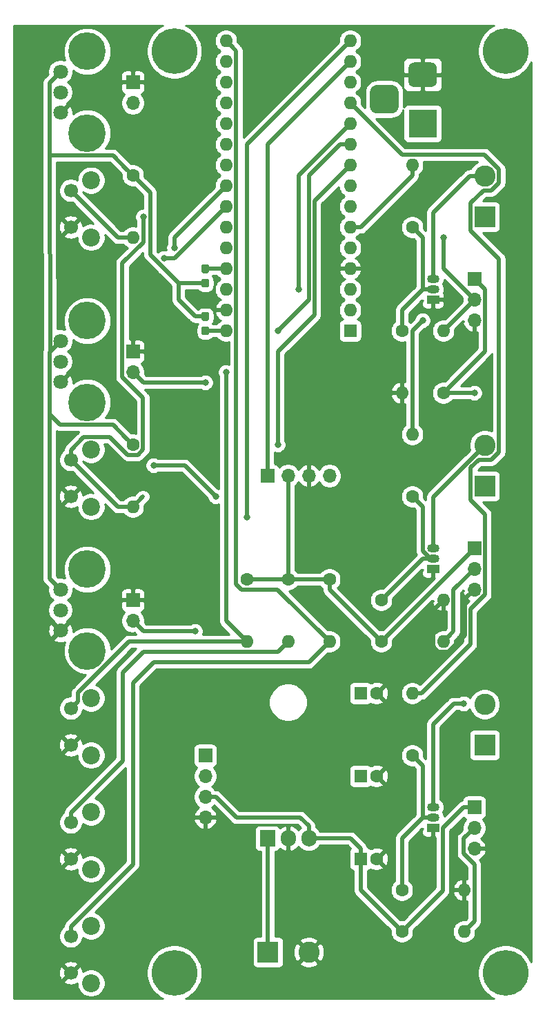
<source format=gbr>
G04 #@! TF.GenerationSoftware,KiCad,Pcbnew,5.1.5+dfsg1-2build2*
G04 #@! TF.CreationDate,2021-03-26T16:18:19-07:00*
G04 #@! TF.ProjectId,ssrcontroller_mcu,73737263-6f6e-4747-926f-6c6c65725f6d,rev?*
G04 #@! TF.SameCoordinates,Original*
G04 #@! TF.FileFunction,Copper,L1,Top*
G04 #@! TF.FilePolarity,Positive*
%FSLAX46Y46*%
G04 Gerber Fmt 4.6, Leading zero omitted, Abs format (unit mm)*
G04 Created by KiCad (PCBNEW 5.1.5+dfsg1-2build2) date 2021-03-26 16:18:19*
%MOMM*%
%LPD*%
G04 APERTURE LIST*
%ADD10C,0.100000*%
%ADD11O,1.600000X1.600000*%
%ADD12C,1.600000*%
%ADD13C,1.700000*%
%ADD14C,2.200000*%
%ADD15O,1.700000X1.700000*%
%ADD16R,1.700000X1.700000*%
%ADD17R,3.500000X3.500000*%
%ADD18R,1.600000X1.600000*%
%ADD19C,4.600000*%
%ADD20C,1.800000*%
%ADD21C,2.600000*%
%ADD22R,2.600000X2.600000*%
%ADD23C,5.600000*%
%ADD24O,1.905000X2.000000*%
%ADD25R,1.905000X2.000000*%
%ADD26R,1.500000X1.050000*%
%ADD27O,1.500000X1.050000*%
%ADD28C,0.800000*%
%ADD29C,0.500000*%
%ADD30C,0.254000*%
G04 APERTURE END LIST*
G04 #@! TA.AperFunction,SMDPad,CuDef*
D10*
G36*
X68840779Y-89674144D02*
G01*
X68863834Y-89677563D01*
X68886443Y-89683227D01*
X68908387Y-89691079D01*
X68929457Y-89701044D01*
X68949448Y-89713026D01*
X68968168Y-89726910D01*
X68985438Y-89742562D01*
X69001090Y-89759832D01*
X69014974Y-89778552D01*
X69026956Y-89798543D01*
X69036921Y-89819613D01*
X69044773Y-89841557D01*
X69050437Y-89864166D01*
X69053856Y-89887221D01*
X69055000Y-89910500D01*
X69055000Y-90485500D01*
X69053856Y-90508779D01*
X69050437Y-90531834D01*
X69044773Y-90554443D01*
X69036921Y-90576387D01*
X69026956Y-90597457D01*
X69014974Y-90617448D01*
X69001090Y-90636168D01*
X68985438Y-90653438D01*
X68968168Y-90669090D01*
X68949448Y-90682974D01*
X68929457Y-90694956D01*
X68908387Y-90704921D01*
X68886443Y-90712773D01*
X68863834Y-90718437D01*
X68840779Y-90721856D01*
X68817500Y-90723000D01*
X68342500Y-90723000D01*
X68319221Y-90721856D01*
X68296166Y-90718437D01*
X68273557Y-90712773D01*
X68251613Y-90704921D01*
X68230543Y-90694956D01*
X68210552Y-90682974D01*
X68191832Y-90669090D01*
X68174562Y-90653438D01*
X68158910Y-90636168D01*
X68145026Y-90617448D01*
X68133044Y-90597457D01*
X68123079Y-90576387D01*
X68115227Y-90554443D01*
X68109563Y-90531834D01*
X68106144Y-90508779D01*
X68105000Y-90485500D01*
X68105000Y-89910500D01*
X68106144Y-89887221D01*
X68109563Y-89864166D01*
X68115227Y-89841557D01*
X68123079Y-89819613D01*
X68133044Y-89798543D01*
X68145026Y-89778552D01*
X68158910Y-89759832D01*
X68174562Y-89742562D01*
X68191832Y-89726910D01*
X68210552Y-89713026D01*
X68230543Y-89701044D01*
X68251613Y-89691079D01*
X68273557Y-89683227D01*
X68296166Y-89677563D01*
X68319221Y-89674144D01*
X68342500Y-89673000D01*
X68817500Y-89673000D01*
X68840779Y-89674144D01*
G37*
G04 #@! TD.AperFunction*
G04 #@! TA.AperFunction,SMDPad,CuDef*
G36*
X68840779Y-91424144D02*
G01*
X68863834Y-91427563D01*
X68886443Y-91433227D01*
X68908387Y-91441079D01*
X68929457Y-91451044D01*
X68949448Y-91463026D01*
X68968168Y-91476910D01*
X68985438Y-91492562D01*
X69001090Y-91509832D01*
X69014974Y-91528552D01*
X69026956Y-91548543D01*
X69036921Y-91569613D01*
X69044773Y-91591557D01*
X69050437Y-91614166D01*
X69053856Y-91637221D01*
X69055000Y-91660500D01*
X69055000Y-92235500D01*
X69053856Y-92258779D01*
X69050437Y-92281834D01*
X69044773Y-92304443D01*
X69036921Y-92326387D01*
X69026956Y-92347457D01*
X69014974Y-92367448D01*
X69001090Y-92386168D01*
X68985438Y-92403438D01*
X68968168Y-92419090D01*
X68949448Y-92432974D01*
X68929457Y-92444956D01*
X68908387Y-92454921D01*
X68886443Y-92462773D01*
X68863834Y-92468437D01*
X68840779Y-92471856D01*
X68817500Y-92473000D01*
X68342500Y-92473000D01*
X68319221Y-92471856D01*
X68296166Y-92468437D01*
X68273557Y-92462773D01*
X68251613Y-92454921D01*
X68230543Y-92444956D01*
X68210552Y-92432974D01*
X68191832Y-92419090D01*
X68174562Y-92403438D01*
X68158910Y-92386168D01*
X68145026Y-92367448D01*
X68133044Y-92347457D01*
X68123079Y-92326387D01*
X68115227Y-92304443D01*
X68109563Y-92281834D01*
X68106144Y-92258779D01*
X68105000Y-92235500D01*
X68105000Y-91660500D01*
X68106144Y-91637221D01*
X68109563Y-91614166D01*
X68115227Y-91591557D01*
X68123079Y-91569613D01*
X68133044Y-91548543D01*
X68145026Y-91528552D01*
X68158910Y-91509832D01*
X68174562Y-91492562D01*
X68191832Y-91476910D01*
X68210552Y-91463026D01*
X68230543Y-91451044D01*
X68251613Y-91441079D01*
X68273557Y-91433227D01*
X68296166Y-91427563D01*
X68319221Y-91424144D01*
X68342500Y-91423000D01*
X68817500Y-91423000D01*
X68840779Y-91424144D01*
G37*
G04 #@! TD.AperFunction*
G04 #@! TA.AperFunction,SMDPad,CuDef*
G36*
X68840779Y-97266144D02*
G01*
X68863834Y-97269563D01*
X68886443Y-97275227D01*
X68908387Y-97283079D01*
X68929457Y-97293044D01*
X68949448Y-97305026D01*
X68968168Y-97318910D01*
X68985438Y-97334562D01*
X69001090Y-97351832D01*
X69014974Y-97370552D01*
X69026956Y-97390543D01*
X69036921Y-97411613D01*
X69044773Y-97433557D01*
X69050437Y-97456166D01*
X69053856Y-97479221D01*
X69055000Y-97502500D01*
X69055000Y-98077500D01*
X69053856Y-98100779D01*
X69050437Y-98123834D01*
X69044773Y-98146443D01*
X69036921Y-98168387D01*
X69026956Y-98189457D01*
X69014974Y-98209448D01*
X69001090Y-98228168D01*
X68985438Y-98245438D01*
X68968168Y-98261090D01*
X68949448Y-98274974D01*
X68929457Y-98286956D01*
X68908387Y-98296921D01*
X68886443Y-98304773D01*
X68863834Y-98310437D01*
X68840779Y-98313856D01*
X68817500Y-98315000D01*
X68342500Y-98315000D01*
X68319221Y-98313856D01*
X68296166Y-98310437D01*
X68273557Y-98304773D01*
X68251613Y-98296921D01*
X68230543Y-98286956D01*
X68210552Y-98274974D01*
X68191832Y-98261090D01*
X68174562Y-98245438D01*
X68158910Y-98228168D01*
X68145026Y-98209448D01*
X68133044Y-98189457D01*
X68123079Y-98168387D01*
X68115227Y-98146443D01*
X68109563Y-98123834D01*
X68106144Y-98100779D01*
X68105000Y-98077500D01*
X68105000Y-97502500D01*
X68106144Y-97479221D01*
X68109563Y-97456166D01*
X68115227Y-97433557D01*
X68123079Y-97411613D01*
X68133044Y-97390543D01*
X68145026Y-97370552D01*
X68158910Y-97351832D01*
X68174562Y-97334562D01*
X68191832Y-97318910D01*
X68210552Y-97305026D01*
X68230543Y-97293044D01*
X68251613Y-97283079D01*
X68273557Y-97275227D01*
X68296166Y-97269563D01*
X68319221Y-97266144D01*
X68342500Y-97265000D01*
X68817500Y-97265000D01*
X68840779Y-97266144D01*
G37*
G04 #@! TD.AperFunction*
G04 #@! TA.AperFunction,SMDPad,CuDef*
G36*
X68840779Y-95516144D02*
G01*
X68863834Y-95519563D01*
X68886443Y-95525227D01*
X68908387Y-95533079D01*
X68929457Y-95543044D01*
X68949448Y-95555026D01*
X68968168Y-95568910D01*
X68985438Y-95584562D01*
X69001090Y-95601832D01*
X69014974Y-95620552D01*
X69026956Y-95640543D01*
X69036921Y-95661613D01*
X69044773Y-95683557D01*
X69050437Y-95706166D01*
X69053856Y-95729221D01*
X69055000Y-95752500D01*
X69055000Y-96327500D01*
X69053856Y-96350779D01*
X69050437Y-96373834D01*
X69044773Y-96396443D01*
X69036921Y-96418387D01*
X69026956Y-96439457D01*
X69014974Y-96459448D01*
X69001090Y-96478168D01*
X68985438Y-96495438D01*
X68968168Y-96511090D01*
X68949448Y-96524974D01*
X68929457Y-96536956D01*
X68908387Y-96546921D01*
X68886443Y-96554773D01*
X68863834Y-96560437D01*
X68840779Y-96563856D01*
X68817500Y-96565000D01*
X68342500Y-96565000D01*
X68319221Y-96563856D01*
X68296166Y-96560437D01*
X68273557Y-96554773D01*
X68251613Y-96546921D01*
X68230543Y-96536956D01*
X68210552Y-96524974D01*
X68191832Y-96511090D01*
X68174562Y-96495438D01*
X68158910Y-96478168D01*
X68145026Y-96459448D01*
X68133044Y-96439457D01*
X68123079Y-96418387D01*
X68115227Y-96396443D01*
X68109563Y-96373834D01*
X68106144Y-96350779D01*
X68105000Y-96327500D01*
X68105000Y-95752500D01*
X68106144Y-95729221D01*
X68109563Y-95706166D01*
X68115227Y-95683557D01*
X68123079Y-95661613D01*
X68133044Y-95640543D01*
X68145026Y-95620552D01*
X68158910Y-95601832D01*
X68174562Y-95584562D01*
X68191832Y-95568910D01*
X68210552Y-95555026D01*
X68230543Y-95543044D01*
X68251613Y-95533079D01*
X68273557Y-95525227D01*
X68296166Y-95519563D01*
X68319221Y-95516144D01*
X68342500Y-95515000D01*
X68817500Y-95515000D01*
X68840779Y-95516144D01*
G37*
G04 #@! TD.AperFunction*
D11*
X93980000Y-142240000D03*
D12*
X93980000Y-149860000D03*
D11*
X93980000Y-110490000D03*
D12*
X93980000Y-118110000D03*
D11*
X93980000Y-77470000D03*
D12*
X93980000Y-85090000D03*
D13*
X52070000Y-176530000D03*
X52070000Y-172030000D03*
D14*
X54570000Y-177780000D03*
X54570000Y-170780000D03*
D13*
X52070000Y-118110000D03*
X52070000Y-113610000D03*
D14*
X54570000Y-119360000D03*
X54570000Y-112360000D03*
D13*
X52070000Y-162560000D03*
X52070000Y-158060000D03*
D14*
X54570000Y-163810000D03*
X54570000Y-156810000D03*
D13*
X52070000Y-148590000D03*
X52070000Y-144090000D03*
D14*
X54570000Y-149840000D03*
X54570000Y-142840000D03*
D13*
X52070000Y-85090000D03*
X52070000Y-80590000D03*
D14*
X54570000Y-86340000D03*
X54570000Y-79340000D03*
D15*
X83820000Y-115570000D03*
X81280000Y-115570000D03*
X78740000Y-115570000D03*
D16*
X76200000Y-115570000D03*
D15*
X59690000Y-133350000D03*
D16*
X59690000Y-130810000D03*
D15*
X59690000Y-102870000D03*
D16*
X59690000Y-100330000D03*
D15*
X59690000Y-69850000D03*
D16*
X59690000Y-67310000D03*
G04 #@! TA.AperFunction,ComponentPad*
D10*
G36*
X91510765Y-67644213D02*
G01*
X91595704Y-67656813D01*
X91678999Y-67677677D01*
X91759848Y-67706605D01*
X91837472Y-67743319D01*
X91911124Y-67787464D01*
X91980094Y-67838616D01*
X92043718Y-67896282D01*
X92101384Y-67959906D01*
X92152536Y-68028876D01*
X92196681Y-68102528D01*
X92233395Y-68180152D01*
X92262323Y-68261001D01*
X92283187Y-68344296D01*
X92295787Y-68429235D01*
X92300000Y-68515000D01*
X92300000Y-70265000D01*
X92295787Y-70350765D01*
X92283187Y-70435704D01*
X92262323Y-70518999D01*
X92233395Y-70599848D01*
X92196681Y-70677472D01*
X92152536Y-70751124D01*
X92101384Y-70820094D01*
X92043718Y-70883718D01*
X91980094Y-70941384D01*
X91911124Y-70992536D01*
X91837472Y-71036681D01*
X91759848Y-71073395D01*
X91678999Y-71102323D01*
X91595704Y-71123187D01*
X91510765Y-71135787D01*
X91425000Y-71140000D01*
X89675000Y-71140000D01*
X89589235Y-71135787D01*
X89504296Y-71123187D01*
X89421001Y-71102323D01*
X89340152Y-71073395D01*
X89262528Y-71036681D01*
X89188876Y-70992536D01*
X89119906Y-70941384D01*
X89056282Y-70883718D01*
X88998616Y-70820094D01*
X88947464Y-70751124D01*
X88903319Y-70677472D01*
X88866605Y-70599848D01*
X88837677Y-70518999D01*
X88816813Y-70435704D01*
X88804213Y-70350765D01*
X88800000Y-70265000D01*
X88800000Y-68515000D01*
X88804213Y-68429235D01*
X88816813Y-68344296D01*
X88837677Y-68261001D01*
X88866605Y-68180152D01*
X88903319Y-68102528D01*
X88947464Y-68028876D01*
X88998616Y-67959906D01*
X89056282Y-67896282D01*
X89119906Y-67838616D01*
X89188876Y-67787464D01*
X89262528Y-67743319D01*
X89340152Y-67706605D01*
X89421001Y-67677677D01*
X89504296Y-67656813D01*
X89589235Y-67644213D01*
X89675000Y-67640000D01*
X91425000Y-67640000D01*
X91510765Y-67644213D01*
G37*
G04 #@! TD.AperFunction*
G04 #@! TA.AperFunction,ComponentPad*
G36*
X96323513Y-64893611D02*
G01*
X96396318Y-64904411D01*
X96467714Y-64922295D01*
X96537013Y-64947090D01*
X96603548Y-64978559D01*
X96666678Y-65016398D01*
X96725795Y-65060242D01*
X96780330Y-65109670D01*
X96829758Y-65164205D01*
X96873602Y-65223322D01*
X96911441Y-65286452D01*
X96942910Y-65352987D01*
X96967705Y-65422286D01*
X96985589Y-65493682D01*
X96996389Y-65566487D01*
X97000000Y-65640000D01*
X97000000Y-67140000D01*
X96996389Y-67213513D01*
X96985589Y-67286318D01*
X96967705Y-67357714D01*
X96942910Y-67427013D01*
X96911441Y-67493548D01*
X96873602Y-67556678D01*
X96829758Y-67615795D01*
X96780330Y-67670330D01*
X96725795Y-67719758D01*
X96666678Y-67763602D01*
X96603548Y-67801441D01*
X96537013Y-67832910D01*
X96467714Y-67857705D01*
X96396318Y-67875589D01*
X96323513Y-67886389D01*
X96250000Y-67890000D01*
X94250000Y-67890000D01*
X94176487Y-67886389D01*
X94103682Y-67875589D01*
X94032286Y-67857705D01*
X93962987Y-67832910D01*
X93896452Y-67801441D01*
X93833322Y-67763602D01*
X93774205Y-67719758D01*
X93719670Y-67670330D01*
X93670242Y-67615795D01*
X93626398Y-67556678D01*
X93588559Y-67493548D01*
X93557090Y-67427013D01*
X93532295Y-67357714D01*
X93514411Y-67286318D01*
X93503611Y-67213513D01*
X93500000Y-67140000D01*
X93500000Y-65640000D01*
X93503611Y-65566487D01*
X93514411Y-65493682D01*
X93532295Y-65422286D01*
X93557090Y-65352987D01*
X93588559Y-65286452D01*
X93626398Y-65223322D01*
X93670242Y-65164205D01*
X93719670Y-65109670D01*
X93774205Y-65060242D01*
X93833322Y-65016398D01*
X93896452Y-64978559D01*
X93962987Y-64947090D01*
X94032286Y-64922295D01*
X94103682Y-64904411D01*
X94176487Y-64893611D01*
X94250000Y-64890000D01*
X96250000Y-64890000D01*
X96323513Y-64893611D01*
G37*
G04 #@! TD.AperFunction*
D17*
X95250000Y-72390000D03*
D11*
X71120000Y-62230000D03*
X86360000Y-62230000D03*
X71120000Y-97790000D03*
X86360000Y-64770000D03*
X71120000Y-95250000D03*
X86360000Y-67310000D03*
X71120000Y-92710000D03*
X86360000Y-69850000D03*
X71120000Y-90170000D03*
X86360000Y-72390000D03*
X71120000Y-87630000D03*
X86360000Y-74930000D03*
X71120000Y-85090000D03*
X86360000Y-77470000D03*
X71120000Y-82550000D03*
X86360000Y-80010000D03*
X71120000Y-80010000D03*
X86360000Y-82550000D03*
X71120000Y-77470000D03*
X86360000Y-85090000D03*
X71120000Y-74930000D03*
X86360000Y-87630000D03*
X71120000Y-72390000D03*
X86360000Y-90170000D03*
X71120000Y-69850000D03*
X86360000Y-92710000D03*
X71120000Y-67310000D03*
X86360000Y-95250000D03*
X71120000Y-64770000D03*
D18*
X86360000Y-97790000D03*
D19*
X54100000Y-127040000D03*
X54100000Y-137040000D03*
D20*
X50800000Y-129540000D03*
X50800000Y-132040000D03*
X50800000Y-134540000D03*
D19*
X54100000Y-96560000D03*
X54100000Y-106560000D03*
D20*
X50800000Y-99060000D03*
X50800000Y-101560000D03*
X50800000Y-104060000D03*
D19*
X54100000Y-63540000D03*
X54100000Y-73540000D03*
D20*
X50800000Y-66040000D03*
X50800000Y-68540000D03*
X50800000Y-71040000D03*
D11*
X100330000Y-171450000D03*
D12*
X92710000Y-171450000D03*
D11*
X97790000Y-135890000D03*
D12*
X90170000Y-135890000D03*
D11*
X97790000Y-97790000D03*
D12*
X97790000Y-105410000D03*
D21*
X81280000Y-173990000D03*
D22*
X76280000Y-173990000D03*
D23*
X105410000Y-176530000D03*
X105410000Y-63500000D03*
X64770000Y-176530000D03*
X64770000Y-63500000D03*
D24*
X81280000Y-160020000D03*
X78740000Y-160020000D03*
D25*
X76200000Y-160020000D03*
D11*
X73660000Y-135890000D03*
D12*
X73660000Y-128270000D03*
D11*
X100330000Y-166370000D03*
D12*
X92710000Y-166370000D03*
D11*
X59690000Y-119380000D03*
D12*
X59690000Y-111760000D03*
D11*
X97790000Y-130810000D03*
D12*
X90170000Y-130810000D03*
D11*
X59690000Y-86360000D03*
D12*
X59690000Y-78740000D03*
D11*
X92710000Y-105410000D03*
D12*
X92710000Y-97790000D03*
D11*
X83820000Y-135890000D03*
D12*
X83820000Y-128270000D03*
D11*
X78740000Y-135890000D03*
D12*
X78740000Y-128270000D03*
D26*
X96520000Y-158750000D03*
D27*
X96520000Y-156210000D03*
X96520000Y-157480000D03*
D26*
X96520000Y-127000000D03*
D27*
X96520000Y-124460000D03*
X96520000Y-125730000D03*
D26*
X96520000Y-93980000D03*
D27*
X96520000Y-91440000D03*
X96520000Y-92710000D03*
D15*
X101600000Y-161290000D03*
X101600000Y-158750000D03*
D16*
X101600000Y-156210000D03*
D21*
X102870000Y-143590000D03*
D22*
X102870000Y-148590000D03*
D15*
X101600000Y-129540000D03*
X101600000Y-127000000D03*
D16*
X101600000Y-124460000D03*
D21*
X102870000Y-111840000D03*
D22*
X102870000Y-116840000D03*
D15*
X101600000Y-96520000D03*
X101600000Y-93980000D03*
D16*
X101600000Y-91440000D03*
D21*
X102870000Y-78820000D03*
D22*
X102870000Y-83820000D03*
D15*
X68580000Y-157480000D03*
X68580000Y-154940000D03*
X68580000Y-152400000D03*
D16*
X68580000Y-149860000D03*
D12*
X89630000Y-162560000D03*
D18*
X87630000Y-162560000D03*
D12*
X89630000Y-152400000D03*
D18*
X87630000Y-152400000D03*
D12*
X89630000Y-142240000D03*
D18*
X87630000Y-142240000D03*
D28*
X62230000Y-114300000D03*
X69850000Y-118110000D03*
X69850000Y-118110000D03*
X101600000Y-105410000D03*
X77470000Y-97790000D03*
X68580000Y-104140000D03*
X63500000Y-88900000D03*
X64770000Y-87630000D03*
X73660000Y-120650000D03*
X71120000Y-102870000D03*
X80010000Y-92710000D03*
X77470000Y-111760000D03*
X67310000Y-134620000D03*
X95250000Y-96520000D03*
X60960000Y-83820000D03*
X97790000Y-86360000D03*
X100269999Y-143510000D03*
D29*
X68580000Y-97790000D02*
X71120000Y-97790000D01*
X100750001Y-130389999D02*
X101600000Y-129540000D01*
X100419989Y-130720011D02*
X100750001Y-130389999D01*
X100419989Y-135110013D02*
X100419989Y-130720011D01*
X98390001Y-137140001D02*
X100419989Y-135110013D01*
X97189999Y-137140001D02*
X98390001Y-137140001D01*
X96539999Y-136490001D02*
X97189999Y-137140001D01*
X96539999Y-132060001D02*
X96539999Y-136490001D01*
X97790000Y-130810000D02*
X96539999Y-132060001D01*
X97720001Y-166439999D02*
X93509999Y-170650001D01*
X97720001Y-158739999D02*
X97720001Y-166439999D01*
X93509999Y-170650001D02*
X92710000Y-171450000D01*
X100250000Y-156210000D02*
X97720001Y-158739999D01*
X101600000Y-156210000D02*
X100250000Y-156210000D01*
X101600000Y-124460000D02*
X90170000Y-135890000D01*
X98589999Y-104610001D02*
X97790000Y-105410000D01*
X102900001Y-100299999D02*
X98589999Y-104610001D01*
X102900001Y-92740001D02*
X102900001Y-100299999D01*
X101600000Y-91440000D02*
X102900001Y-92740001D01*
X49449999Y-128189999D02*
X49900001Y-128640001D01*
X49900001Y-128640001D02*
X50800000Y-129540000D01*
X50800000Y-66040000D02*
X49449999Y-67390001D01*
X58890001Y-77940001D02*
X59690000Y-78740000D01*
X57240001Y-76290001D02*
X58890001Y-77940001D01*
X49459999Y-76290001D02*
X57240001Y-76290001D01*
X49449999Y-76280001D02*
X49459999Y-76290001D01*
X49449999Y-67390001D02*
X49449999Y-76280001D01*
X58890001Y-110960001D02*
X59690000Y-111760000D01*
X57240001Y-109310001D02*
X58890001Y-110960001D01*
X50729999Y-109310001D02*
X57240001Y-109310001D01*
X49449999Y-108030001D02*
X50729999Y-109310001D01*
X49449999Y-108030001D02*
X49449999Y-128189999D01*
X73660000Y-128270000D02*
X83820000Y-128270000D01*
X83820000Y-129540000D02*
X90170000Y-135890000D01*
X83820000Y-128270000D02*
X83820000Y-129540000D01*
X87630000Y-161260000D02*
X87630000Y-162560000D01*
X86390000Y-160020000D02*
X87630000Y-161260000D01*
X81280000Y-160020000D02*
X86390000Y-160020000D01*
X87630000Y-166370000D02*
X92710000Y-171450000D01*
X87630000Y-162560000D02*
X87630000Y-166370000D01*
X81280000Y-158520000D02*
X81280000Y-160020000D01*
X69850000Y-154940000D02*
X72390000Y-157480000D01*
X68580000Y-154940000D02*
X69850000Y-154940000D01*
X78740000Y-128270000D02*
X78740000Y-119380000D01*
X50800000Y-99060000D02*
X49530000Y-100330000D01*
X49449999Y-76280001D02*
X49530000Y-100330000D01*
X61810001Y-88468003D02*
X63511998Y-90170000D01*
X61810001Y-80860001D02*
X61810001Y-88468003D01*
X59690000Y-78740000D02*
X61810001Y-80860001D01*
X62230000Y-114300000D02*
X66040000Y-114300000D01*
X66040000Y-114300000D02*
X69850000Y-118110000D01*
X69850000Y-118110000D02*
X69850000Y-118110000D01*
X69850000Y-118110000D02*
X69850000Y-118110000D01*
X101600000Y-105410000D02*
X97790000Y-105410000D01*
X80240000Y-157480000D02*
X81280000Y-158520000D01*
X72390000Y-157480000D02*
X80240000Y-157480000D01*
X49449999Y-108030001D02*
X49449999Y-100410001D01*
X78740000Y-119380000D02*
X78740000Y-115570000D01*
X63511998Y-90170000D02*
X63511998Y-90181998D01*
X65278000Y-91948000D02*
X68580000Y-91948000D01*
X63511998Y-90181998D02*
X65278000Y-91948000D01*
X65278000Y-91948000D02*
X65278000Y-93980000D01*
X67338000Y-96040000D02*
X68580000Y-96040000D01*
X65278000Y-93980000D02*
X67338000Y-96040000D01*
X86360000Y-74930000D02*
X85090000Y-74930000D01*
X85090000Y-74930000D02*
X81280000Y-78740000D01*
X81280000Y-78740000D02*
X81280000Y-93980000D01*
X81280000Y-93980000D02*
X77470000Y-97790000D01*
X60960000Y-104140000D02*
X59690000Y-102870000D01*
X68580000Y-104140000D02*
X60960000Y-104140000D01*
X64770000Y-88900000D02*
X71120000Y-82550000D01*
X63500000Y-88900000D02*
X64770000Y-88900000D01*
X64770000Y-86360000D02*
X71120000Y-80010000D01*
X64770000Y-87630000D02*
X64770000Y-86360000D01*
X76280000Y-160100000D02*
X76200000Y-160020000D01*
X76280000Y-173990000D02*
X76280000Y-160100000D01*
X52070000Y-170827919D02*
X59690000Y-163207919D01*
X52070000Y-172030000D02*
X52070000Y-170827919D01*
X59690000Y-163207919D02*
X59690000Y-140970000D01*
X59690000Y-140970000D02*
X62230000Y-138430000D01*
X81280000Y-138430000D02*
X83820000Y-135890000D01*
X62230000Y-138430000D02*
X81280000Y-138430000D01*
X71919999Y-63029999D02*
X71120000Y-62230000D01*
X72370001Y-63480001D02*
X71919999Y-63029999D01*
X72370001Y-128830003D02*
X72370001Y-63480001D01*
X73059999Y-129520001D02*
X72370001Y-128830003D01*
X77450001Y-129520001D02*
X73059999Y-129520001D01*
X83820000Y-135890000D02*
X77450001Y-129520001D01*
X77470000Y-137160000D02*
X78740000Y-135890000D01*
X60960000Y-137160000D02*
X77470000Y-137160000D01*
X58420000Y-139700000D02*
X60960000Y-137160000D01*
X58420000Y-150507919D02*
X58420000Y-139700000D01*
X52070000Y-156857919D02*
X58420000Y-150507919D01*
X52070000Y-158060000D02*
X52070000Y-156857919D01*
X86360000Y-62230000D02*
X73660000Y-74930000D01*
X73660000Y-74930000D02*
X73660000Y-120650000D01*
X73660000Y-120650000D02*
X73660000Y-120650000D01*
X101119999Y-118500001D02*
X102900001Y-120280003D01*
X101119999Y-114579963D02*
X101119999Y-118500001D01*
X103710001Y-113590001D02*
X102109961Y-113590001D01*
X102709997Y-80570001D02*
X101119999Y-82159999D01*
X86360000Y-69850000D02*
X92710000Y-76200000D01*
X102840002Y-76200000D02*
X104620001Y-77979999D01*
X104620001Y-77979999D02*
X104620001Y-79660001D01*
X102900001Y-130164001D02*
X101119999Y-131944003D01*
X104620001Y-79660001D02*
X103710001Y-80570001D01*
X104620001Y-112680001D02*
X103710001Y-113590001D01*
X92710000Y-76200000D02*
X102840002Y-76200000D01*
X103710001Y-80570001D02*
X102709997Y-80570001D01*
X101119999Y-82159999D02*
X101119999Y-85480001D01*
X104620001Y-88980003D02*
X104620001Y-112680001D01*
X101119999Y-85480001D02*
X104620001Y-88980003D01*
X102900001Y-120280003D02*
X102900001Y-130164001D01*
X102109961Y-113590001D02*
X101119999Y-114579963D01*
X101119999Y-136231371D02*
X101119999Y-131944003D01*
X95111370Y-142240000D02*
X101119999Y-136231371D01*
X93980000Y-142240000D02*
X95111370Y-142240000D01*
X52919999Y-142195999D02*
X59225998Y-135890000D01*
X52919999Y-143240001D02*
X52919999Y-142195999D01*
X52070000Y-144090000D02*
X52919999Y-143240001D01*
X59225998Y-135890000D02*
X62230000Y-135890000D01*
X62230000Y-135890000D02*
X73660000Y-135890000D01*
X73660000Y-135890000D02*
X71120000Y-133350000D01*
X71120000Y-133350000D02*
X71120000Y-102870000D01*
X71120000Y-102870000D02*
X71120000Y-102870000D01*
X80010000Y-78740000D02*
X86360000Y-72390000D01*
X80010000Y-92710000D02*
X80010000Y-78740000D01*
X101129999Y-170650001D02*
X100330000Y-171450000D01*
X101600000Y-170180000D02*
X101129999Y-170650001D01*
X101600000Y-163214002D02*
X101600000Y-170180000D01*
X100299999Y-161914001D02*
X101600000Y-163214002D01*
X100299999Y-160050001D02*
X100299999Y-161914001D01*
X101600000Y-158750000D02*
X100299999Y-160050001D01*
X98589999Y-135090001D02*
X97790000Y-135890000D01*
X99040001Y-134639999D02*
X98589999Y-135090001D01*
X99040001Y-129559999D02*
X99040001Y-134639999D01*
X101600000Y-127000000D02*
X99040001Y-129559999D01*
X81980010Y-81849990D02*
X81980010Y-95819990D01*
X86360000Y-77470000D02*
X81980010Y-81849990D01*
X81980010Y-95819990D02*
X77470000Y-100330000D01*
X77470000Y-100330000D02*
X77470000Y-111760000D01*
X60960000Y-134620000D02*
X59690000Y-133350000D01*
X67310000Y-134620000D02*
X60960000Y-134620000D01*
X93980000Y-97790000D02*
X95250000Y-96520000D01*
X93980000Y-110490000D02*
X93980000Y-97790000D01*
X59690000Y-119380000D02*
X60940001Y-118129999D01*
X57840000Y-119380000D02*
X59690000Y-119380000D01*
X52070000Y-113610000D02*
X57840000Y-119380000D01*
X58389999Y-89510003D02*
X60960000Y-86940002D01*
X60960000Y-86940002D02*
X60960000Y-84385685D01*
X60940001Y-106044003D02*
X58389999Y-103494001D01*
X59089999Y-113010001D02*
X60290001Y-113010001D01*
X56889997Y-110809999D02*
X59089999Y-113010001D01*
X60960000Y-84385685D02*
X60960000Y-83820000D01*
X58389999Y-103494001D02*
X58389999Y-89510003D01*
X53667920Y-110809999D02*
X56889997Y-110809999D01*
X60940001Y-112360001D02*
X60940001Y-106044003D01*
X60290001Y-113010001D02*
X60940001Y-112360001D01*
X52070000Y-112407919D02*
X53667920Y-110809999D01*
X52070000Y-113610000D02*
X52070000Y-112407919D01*
X101600000Y-93980000D02*
X97790000Y-97790000D01*
X101600000Y-93980000D02*
X97790000Y-90170000D01*
X97790000Y-90170000D02*
X97790000Y-86360000D01*
X97790000Y-86360000D02*
X97790000Y-90140002D01*
X93980000Y-77470000D02*
X93980000Y-78740000D01*
X93980000Y-78740000D02*
X87630000Y-85090000D01*
X87630000Y-85090000D02*
X86360000Y-85090000D01*
X87650000Y-85090000D02*
X87630000Y-85090000D01*
X57840000Y-86360000D02*
X59690000Y-86360000D01*
X52070000Y-80590000D02*
X57840000Y-86360000D01*
X76200000Y-74930000D02*
X86360000Y-64770000D01*
X76200000Y-115570000D02*
X76200000Y-74930000D01*
X96520000Y-90415000D02*
X96520000Y-91440000D01*
X96520000Y-83331523D02*
X96520000Y-90415000D01*
X101031523Y-78820000D02*
X96520000Y-83331523D01*
X102870000Y-78820000D02*
X101031523Y-78820000D01*
X96520000Y-118190000D02*
X96520000Y-124460000D01*
X102870000Y-111840000D02*
X96520000Y-118190000D01*
X96520000Y-156210000D02*
X96520000Y-146050000D01*
X96520000Y-146050000D02*
X99060000Y-143510000D01*
X99060000Y-143510000D02*
X100269999Y-143510000D01*
X92710000Y-95270000D02*
X92710000Y-96658630D01*
X95270000Y-92710000D02*
X92710000Y-95270000D01*
X92710000Y-96658630D02*
X92710000Y-97790000D01*
X96520000Y-92710000D02*
X95270000Y-92710000D01*
X95270000Y-86380000D02*
X93980000Y-85090000D01*
X95270000Y-92710000D02*
X95270000Y-86380000D01*
X95250000Y-125730000D02*
X90170000Y-130810000D01*
X96520000Y-125730000D02*
X95250000Y-125730000D01*
X96186128Y-125730000D02*
X95250000Y-124793872D01*
X96520000Y-125730000D02*
X96186128Y-125730000D01*
X95250000Y-119380000D02*
X93980000Y-118110000D01*
X95250000Y-124793872D02*
X95250000Y-119380000D01*
X92710000Y-160040000D02*
X92710000Y-165238630D01*
X95270000Y-157480000D02*
X92710000Y-160040000D01*
X92710000Y-165238630D02*
X92710000Y-166370000D01*
X96520000Y-157480000D02*
X95270000Y-157480000D01*
X96853872Y-157480000D02*
X96520000Y-157480000D01*
X95270000Y-151150000D02*
X93980000Y-149860000D01*
X95270000Y-157480000D02*
X95270000Y-151150000D01*
X69988630Y-90170000D02*
X71120000Y-90170000D01*
X69083000Y-90170000D02*
X69988630Y-90170000D01*
X69055000Y-90198000D02*
X69083000Y-90170000D01*
X68580000Y-90198000D02*
X69055000Y-90198000D01*
D30*
G36*
X63142918Y-60455943D02*
G01*
X62580315Y-60831862D01*
X62101862Y-61310315D01*
X61725943Y-61872918D01*
X61467006Y-62498048D01*
X61335000Y-63161682D01*
X61335000Y-63838318D01*
X61467006Y-64501952D01*
X61725943Y-65127082D01*
X62101862Y-65689685D01*
X62580315Y-66168138D01*
X63142918Y-66544057D01*
X63768048Y-66802994D01*
X64431682Y-66935000D01*
X65108318Y-66935000D01*
X65771952Y-66802994D01*
X66397082Y-66544057D01*
X66959685Y-66168138D01*
X67438138Y-65689685D01*
X67814057Y-65127082D01*
X68072994Y-64501952D01*
X68205000Y-63838318D01*
X68205000Y-63161682D01*
X68072994Y-62498048D01*
X67814057Y-61872918D01*
X67438138Y-61310315D01*
X66959685Y-60831862D01*
X66397082Y-60455943D01*
X66141313Y-60350000D01*
X104038687Y-60350000D01*
X103782918Y-60455943D01*
X103220315Y-60831862D01*
X102741862Y-61310315D01*
X102365943Y-61872918D01*
X102107006Y-62498048D01*
X101975000Y-63161682D01*
X101975000Y-63838318D01*
X102107006Y-64501952D01*
X102365943Y-65127082D01*
X102741862Y-65689685D01*
X103220315Y-66168138D01*
X103782918Y-66544057D01*
X104408048Y-66802994D01*
X105071682Y-66935000D01*
X105748318Y-66935000D01*
X106411952Y-66802994D01*
X107037082Y-66544057D01*
X107599685Y-66168138D01*
X108078138Y-65689685D01*
X108454057Y-65127082D01*
X108560001Y-64871310D01*
X108560000Y-175158687D01*
X108454057Y-174902918D01*
X108078138Y-174340315D01*
X107599685Y-173861862D01*
X107037082Y-173485943D01*
X106411952Y-173227006D01*
X105748318Y-173095000D01*
X105071682Y-173095000D01*
X104408048Y-173227006D01*
X103782918Y-173485943D01*
X103220315Y-173861862D01*
X102741862Y-174340315D01*
X102365943Y-174902918D01*
X102107006Y-175528048D01*
X101975000Y-176191682D01*
X101975000Y-176868318D01*
X102107006Y-177531952D01*
X102365943Y-178157082D01*
X102741862Y-178719685D01*
X103220315Y-179198138D01*
X103782918Y-179574057D01*
X104038687Y-179680000D01*
X66141313Y-179680000D01*
X66397082Y-179574057D01*
X66959685Y-179198138D01*
X67438138Y-178719685D01*
X67814057Y-178157082D01*
X68072994Y-177531952D01*
X68205000Y-176868318D01*
X68205000Y-176191682D01*
X68072994Y-175528048D01*
X67814057Y-174902918D01*
X67438138Y-174340315D01*
X66959685Y-173861862D01*
X66397082Y-173485943D01*
X65771952Y-173227006D01*
X65108318Y-173095000D01*
X64431682Y-173095000D01*
X63768048Y-173227006D01*
X63142918Y-173485943D01*
X62580315Y-173861862D01*
X62101862Y-174340315D01*
X61725943Y-174902918D01*
X61467006Y-175528048D01*
X61335000Y-176191682D01*
X61335000Y-176868318D01*
X61467006Y-177531952D01*
X61725943Y-178157082D01*
X62101862Y-178719685D01*
X62580315Y-179198138D01*
X63142918Y-179574057D01*
X63398687Y-179680000D01*
X45110000Y-179680000D01*
X45110000Y-177558397D01*
X51221208Y-177558397D01*
X51298843Y-177807472D01*
X51562883Y-177933371D01*
X51846411Y-178005339D01*
X52138531Y-178020611D01*
X52428019Y-177978599D01*
X52703747Y-177880919D01*
X52835000Y-177810763D01*
X52835000Y-177950883D01*
X52901675Y-178286081D01*
X53032463Y-178601831D01*
X53222337Y-178885998D01*
X53464002Y-179127663D01*
X53748169Y-179317537D01*
X54063919Y-179448325D01*
X54399117Y-179515000D01*
X54740883Y-179515000D01*
X55076081Y-179448325D01*
X55391831Y-179317537D01*
X55675998Y-179127663D01*
X55917663Y-178885998D01*
X56107537Y-178601831D01*
X56238325Y-178286081D01*
X56305000Y-177950883D01*
X56305000Y-177609117D01*
X56238325Y-177273919D01*
X56107537Y-176958169D01*
X55917663Y-176674002D01*
X55675998Y-176432337D01*
X55391831Y-176242463D01*
X55076081Y-176111675D01*
X54740883Y-176045000D01*
X54399117Y-176045000D01*
X54063919Y-176111675D01*
X53748169Y-176242463D01*
X53548217Y-176376066D01*
X53518599Y-176171981D01*
X53420919Y-175896253D01*
X53347472Y-175758843D01*
X53098397Y-175681208D01*
X52249605Y-176530000D01*
X52263748Y-176544143D01*
X52084143Y-176723748D01*
X52070000Y-176709605D01*
X51221208Y-177558397D01*
X45110000Y-177558397D01*
X45110000Y-176598531D01*
X50579389Y-176598531D01*
X50621401Y-176888019D01*
X50719081Y-177163747D01*
X50792528Y-177301157D01*
X51041603Y-177378792D01*
X51890395Y-176530000D01*
X51041603Y-175681208D01*
X50792528Y-175758843D01*
X50666629Y-176022883D01*
X50594661Y-176306411D01*
X50579389Y-176598531D01*
X45110000Y-176598531D01*
X45110000Y-175501603D01*
X51221208Y-175501603D01*
X52070000Y-176350395D01*
X52918792Y-175501603D01*
X52841157Y-175252528D01*
X52577117Y-175126629D01*
X52293589Y-175054661D01*
X52001469Y-175039389D01*
X51711981Y-175081401D01*
X51436253Y-175179081D01*
X51298843Y-175252528D01*
X51221208Y-175501603D01*
X45110000Y-175501603D01*
X45110000Y-163588397D01*
X51221208Y-163588397D01*
X51298843Y-163837472D01*
X51562883Y-163963371D01*
X51846411Y-164035339D01*
X52138531Y-164050611D01*
X52428019Y-164008599D01*
X52703747Y-163910919D01*
X52835000Y-163840763D01*
X52835000Y-163980883D01*
X52901675Y-164316081D01*
X53032463Y-164631831D01*
X53222337Y-164915998D01*
X53464002Y-165157663D01*
X53748169Y-165347537D01*
X54063919Y-165478325D01*
X54399117Y-165545000D01*
X54740883Y-165545000D01*
X55076081Y-165478325D01*
X55391831Y-165347537D01*
X55675998Y-165157663D01*
X55917663Y-164915998D01*
X56107537Y-164631831D01*
X56238325Y-164316081D01*
X56305000Y-163980883D01*
X56305000Y-163639117D01*
X56238325Y-163303919D01*
X56107537Y-162988169D01*
X55917663Y-162704002D01*
X55675998Y-162462337D01*
X55391831Y-162272463D01*
X55076081Y-162141675D01*
X54740883Y-162075000D01*
X54399117Y-162075000D01*
X54063919Y-162141675D01*
X53748169Y-162272463D01*
X53548217Y-162406066D01*
X53518599Y-162201981D01*
X53420919Y-161926253D01*
X53347472Y-161788843D01*
X53098397Y-161711208D01*
X52249605Y-162560000D01*
X52263748Y-162574143D01*
X52084143Y-162753748D01*
X52070000Y-162739605D01*
X51221208Y-163588397D01*
X45110000Y-163588397D01*
X45110000Y-162628531D01*
X50579389Y-162628531D01*
X50621401Y-162918019D01*
X50719081Y-163193747D01*
X50792528Y-163331157D01*
X51041603Y-163408792D01*
X51890395Y-162560000D01*
X51041603Y-161711208D01*
X50792528Y-161788843D01*
X50666629Y-162052883D01*
X50594661Y-162336411D01*
X50579389Y-162628531D01*
X45110000Y-162628531D01*
X45110000Y-161531603D01*
X51221208Y-161531603D01*
X52070000Y-162380395D01*
X52918792Y-161531603D01*
X52841157Y-161282528D01*
X52577117Y-161156629D01*
X52293589Y-161084661D01*
X52001469Y-161069389D01*
X51711981Y-161111401D01*
X51436253Y-161209081D01*
X51298843Y-161282528D01*
X51221208Y-161531603D01*
X45110000Y-161531603D01*
X45110000Y-149618397D01*
X51221208Y-149618397D01*
X51298843Y-149867472D01*
X51562883Y-149993371D01*
X51846411Y-150065339D01*
X52138531Y-150080611D01*
X52428019Y-150038599D01*
X52703747Y-149940919D01*
X52835000Y-149870763D01*
X52835000Y-150010883D01*
X52901675Y-150346081D01*
X53032463Y-150661831D01*
X53222337Y-150945998D01*
X53464002Y-151187663D01*
X53748169Y-151377537D01*
X54063919Y-151508325D01*
X54399117Y-151575000D01*
X54740883Y-151575000D01*
X55076081Y-151508325D01*
X55391831Y-151377537D01*
X55675998Y-151187663D01*
X55917663Y-150945998D01*
X56107537Y-150661831D01*
X56238325Y-150346081D01*
X56305000Y-150010883D01*
X56305000Y-149669117D01*
X56238325Y-149333919D01*
X56107537Y-149018169D01*
X55917663Y-148734002D01*
X55675998Y-148492337D01*
X55391831Y-148302463D01*
X55076081Y-148171675D01*
X54740883Y-148105000D01*
X54399117Y-148105000D01*
X54063919Y-148171675D01*
X53748169Y-148302463D01*
X53548217Y-148436066D01*
X53518599Y-148231981D01*
X53420919Y-147956253D01*
X53347472Y-147818843D01*
X53098397Y-147741208D01*
X52249605Y-148590000D01*
X52263748Y-148604143D01*
X52084143Y-148783748D01*
X52070000Y-148769605D01*
X51221208Y-149618397D01*
X45110000Y-149618397D01*
X45110000Y-148658531D01*
X50579389Y-148658531D01*
X50621401Y-148948019D01*
X50719081Y-149223747D01*
X50792528Y-149361157D01*
X51041603Y-149438792D01*
X51890395Y-148590000D01*
X51041603Y-147741208D01*
X50792528Y-147818843D01*
X50666629Y-148082883D01*
X50594661Y-148366411D01*
X50579389Y-148658531D01*
X45110000Y-148658531D01*
X45110000Y-147561603D01*
X51221208Y-147561603D01*
X52070000Y-148410395D01*
X52918792Y-147561603D01*
X52841157Y-147312528D01*
X52577117Y-147186629D01*
X52293589Y-147114661D01*
X52001469Y-147099389D01*
X51711981Y-147141401D01*
X51436253Y-147239081D01*
X51298843Y-147312528D01*
X51221208Y-147561603D01*
X45110000Y-147561603D01*
X45110000Y-134606553D01*
X49259009Y-134606553D01*
X49301603Y-134905907D01*
X49401778Y-135191199D01*
X49481739Y-135340792D01*
X49735920Y-135424475D01*
X50620395Y-134540000D01*
X49735920Y-133655525D01*
X49481739Y-133739208D01*
X49350842Y-134011775D01*
X49275635Y-134304642D01*
X49259009Y-134606553D01*
X45110000Y-134606553D01*
X45110000Y-67390001D01*
X48560718Y-67390001D01*
X48564999Y-67433470D01*
X48565000Y-76236522D01*
X48560718Y-76280001D01*
X48565144Y-76324946D01*
X48644032Y-100040462D01*
X48628411Y-100069688D01*
X48577805Y-100236511D01*
X48565000Y-100366524D01*
X48564999Y-107986524D01*
X48564999Y-107986532D01*
X48560718Y-108030001D01*
X48564999Y-108073470D01*
X48565000Y-128146520D01*
X48560718Y-128189999D01*
X48577804Y-128363489D01*
X48628411Y-128530312D01*
X48710589Y-128684058D01*
X48793467Y-128785045D01*
X48793470Y-128785048D01*
X48821183Y-128818816D01*
X48854951Y-128846529D01*
X49286940Y-129278518D01*
X49265000Y-129388816D01*
X49265000Y-129691184D01*
X49323989Y-129987743D01*
X49439701Y-130267095D01*
X49607688Y-130518505D01*
X49821495Y-130732312D01*
X49907831Y-130790000D01*
X49821495Y-130847688D01*
X49607688Y-131061495D01*
X49439701Y-131312905D01*
X49323989Y-131592257D01*
X49265000Y-131888816D01*
X49265000Y-132191184D01*
X49323989Y-132487743D01*
X49439701Y-132767095D01*
X49607688Y-133018505D01*
X49821495Y-133232312D01*
X49964310Y-133327738D01*
X49915525Y-133475920D01*
X50800000Y-134360395D01*
X51684475Y-133475920D01*
X51635690Y-133327738D01*
X51778505Y-133232312D01*
X51992312Y-133018505D01*
X52160299Y-132767095D01*
X52276011Y-132487743D01*
X52335000Y-132191184D01*
X52335000Y-131888816D01*
X52276011Y-131592257D01*
X52160299Y-131312905D01*
X51992312Y-131061495D01*
X51778505Y-130847688D01*
X51692169Y-130790000D01*
X51778505Y-130732312D01*
X51992312Y-130518505D01*
X52160299Y-130267095D01*
X52276011Y-129987743D01*
X52335000Y-129691184D01*
X52335000Y-129390559D01*
X52709756Y-129640963D01*
X53243892Y-129862209D01*
X53810928Y-129975000D01*
X54389072Y-129975000D01*
X54464481Y-129960000D01*
X58201928Y-129960000D01*
X58205000Y-130524250D01*
X58363750Y-130683000D01*
X59563000Y-130683000D01*
X59563000Y-129483750D01*
X59817000Y-129483750D01*
X59817000Y-130683000D01*
X61016250Y-130683000D01*
X61175000Y-130524250D01*
X61178072Y-129960000D01*
X61165812Y-129835518D01*
X61129502Y-129715820D01*
X61070537Y-129605506D01*
X60991185Y-129508815D01*
X60894494Y-129429463D01*
X60784180Y-129370498D01*
X60664482Y-129334188D01*
X60540000Y-129321928D01*
X59975750Y-129325000D01*
X59817000Y-129483750D01*
X59563000Y-129483750D01*
X59404250Y-129325000D01*
X58840000Y-129321928D01*
X58715518Y-129334188D01*
X58595820Y-129370498D01*
X58485506Y-129429463D01*
X58388815Y-129508815D01*
X58309463Y-129605506D01*
X58250498Y-129715820D01*
X58214188Y-129835518D01*
X58201928Y-129960000D01*
X54464481Y-129960000D01*
X54956108Y-129862209D01*
X55490244Y-129640963D01*
X55970953Y-129319763D01*
X56379763Y-128910953D01*
X56700963Y-128430244D01*
X56922209Y-127896108D01*
X57035000Y-127329072D01*
X57035000Y-126750928D01*
X56922209Y-126183892D01*
X56700963Y-125649756D01*
X56379763Y-125169047D01*
X55970953Y-124760237D01*
X55490244Y-124439037D01*
X54956108Y-124217791D01*
X54389072Y-124105000D01*
X53810928Y-124105000D01*
X53243892Y-124217791D01*
X52709756Y-124439037D01*
X52229047Y-124760237D01*
X51820237Y-125169047D01*
X51499037Y-125649756D01*
X51277791Y-126183892D01*
X51165000Y-126750928D01*
X51165000Y-127329072D01*
X51277791Y-127896108D01*
X51367955Y-128113783D01*
X51247743Y-128063989D01*
X50951184Y-128005000D01*
X50648816Y-128005000D01*
X50538518Y-128026940D01*
X50334999Y-127823421D01*
X50334999Y-118178531D01*
X50579389Y-118178531D01*
X50621401Y-118468019D01*
X50719081Y-118743747D01*
X50792528Y-118881157D01*
X51041603Y-118958792D01*
X51890395Y-118110000D01*
X51041603Y-117261208D01*
X50792528Y-117338843D01*
X50666629Y-117602883D01*
X50594661Y-117886411D01*
X50579389Y-118178531D01*
X50334999Y-118178531D01*
X50334999Y-117081603D01*
X51221208Y-117081603D01*
X52070000Y-117930395D01*
X52918792Y-117081603D01*
X52841157Y-116832528D01*
X52577117Y-116706629D01*
X52293589Y-116634661D01*
X52001469Y-116619389D01*
X51711981Y-116661401D01*
X51436253Y-116759081D01*
X51298843Y-116832528D01*
X51221208Y-117081603D01*
X50334999Y-117081603D01*
X50334999Y-110102360D01*
X50389686Y-110131590D01*
X50556509Y-110182196D01*
X50686522Y-110195001D01*
X50686532Y-110195001D01*
X50729998Y-110199282D01*
X50773464Y-110195001D01*
X53027762Y-110195001D01*
X53011390Y-110214950D01*
X51474951Y-111751390D01*
X51441184Y-111779102D01*
X51413471Y-111812870D01*
X51413468Y-111812873D01*
X51330590Y-111913860D01*
X51248412Y-112067606D01*
X51197805Y-112234429D01*
X51180719Y-112407919D01*
X51181669Y-112417569D01*
X51123368Y-112456525D01*
X50916525Y-112663368D01*
X50754010Y-112906589D01*
X50642068Y-113176842D01*
X50585000Y-113463740D01*
X50585000Y-113756260D01*
X50642068Y-114043158D01*
X50754010Y-114313411D01*
X50916525Y-114556632D01*
X51123368Y-114763475D01*
X51366589Y-114925990D01*
X51636842Y-115037932D01*
X51923740Y-115095000D01*
X52216260Y-115095000D01*
X52288961Y-115080539D01*
X54856399Y-117647978D01*
X54740883Y-117625000D01*
X54399117Y-117625000D01*
X54063919Y-117691675D01*
X53748169Y-117822463D01*
X53548217Y-117956066D01*
X53518599Y-117751981D01*
X53420919Y-117476253D01*
X53347472Y-117338843D01*
X53098397Y-117261208D01*
X52249605Y-118110000D01*
X52263748Y-118124143D01*
X52084143Y-118303748D01*
X52070000Y-118289605D01*
X51221208Y-119138397D01*
X51298843Y-119387472D01*
X51562883Y-119513371D01*
X51846411Y-119585339D01*
X52138531Y-119600611D01*
X52428019Y-119558599D01*
X52703747Y-119460919D01*
X52835000Y-119390763D01*
X52835000Y-119530883D01*
X52901675Y-119866081D01*
X53032463Y-120181831D01*
X53222337Y-120465998D01*
X53464002Y-120707663D01*
X53748169Y-120897537D01*
X54063919Y-121028325D01*
X54399117Y-121095000D01*
X54740883Y-121095000D01*
X55076081Y-121028325D01*
X55391831Y-120897537D01*
X55675998Y-120707663D01*
X55917663Y-120465998D01*
X56107537Y-120181831D01*
X56238325Y-119866081D01*
X56305000Y-119530883D01*
X56305000Y-119189117D01*
X56282023Y-119073601D01*
X57183470Y-119975049D01*
X57211183Y-120008817D01*
X57244951Y-120036530D01*
X57244953Y-120036532D01*
X57273216Y-120059727D01*
X57345941Y-120119411D01*
X57499687Y-120201589D01*
X57666510Y-120252195D01*
X57796523Y-120265000D01*
X57796533Y-120265000D01*
X57839999Y-120269281D01*
X57883465Y-120265000D01*
X58555479Y-120265000D01*
X58575363Y-120294759D01*
X58775241Y-120494637D01*
X59010273Y-120651680D01*
X59271426Y-120759853D01*
X59548665Y-120815000D01*
X59831335Y-120815000D01*
X60108574Y-120759853D01*
X60369727Y-120651680D01*
X60604759Y-120494637D01*
X60804637Y-120294759D01*
X60961680Y-120059727D01*
X61069853Y-119798574D01*
X61125000Y-119521335D01*
X61125000Y-119238665D01*
X61118017Y-119203561D01*
X61596533Y-118725046D01*
X61679411Y-118624059D01*
X61761589Y-118470313D01*
X61812195Y-118303490D01*
X61829282Y-118130000D01*
X61812195Y-117956510D01*
X61761589Y-117789686D01*
X61679411Y-117635941D01*
X61568818Y-117501182D01*
X61434059Y-117390589D01*
X61280314Y-117308411D01*
X61113490Y-117257805D01*
X60940000Y-117240718D01*
X60766510Y-117257805D01*
X60599687Y-117308411D01*
X60445941Y-117390589D01*
X60344954Y-117473467D01*
X59866439Y-117951983D01*
X59831335Y-117945000D01*
X59548665Y-117945000D01*
X59271426Y-118000147D01*
X59010273Y-118108320D01*
X58775241Y-118265363D01*
X58575363Y-118465241D01*
X58555479Y-118495000D01*
X58206579Y-118495000D01*
X53540539Y-113828961D01*
X53552857Y-113767034D01*
X53748169Y-113897537D01*
X54063919Y-114028325D01*
X54399117Y-114095000D01*
X54740883Y-114095000D01*
X55076081Y-114028325D01*
X55391831Y-113897537D01*
X55675998Y-113707663D01*
X55917663Y-113465998D01*
X56107537Y-113181831D01*
X56238325Y-112866081D01*
X56305000Y-112530883D01*
X56305000Y-112189117D01*
X56238325Y-111853919D01*
X56172498Y-111694999D01*
X56523419Y-111694999D01*
X58433469Y-113605050D01*
X58461182Y-113638818D01*
X58494950Y-113666531D01*
X58494952Y-113666533D01*
X58595940Y-113749412D01*
X58749685Y-113831590D01*
X58916509Y-113882196D01*
X59046522Y-113895001D01*
X59046530Y-113895001D01*
X59089999Y-113899282D01*
X59133468Y-113895001D01*
X60246532Y-113895001D01*
X60290001Y-113899282D01*
X60333470Y-113895001D01*
X60333478Y-113895001D01*
X60463491Y-113882196D01*
X60630314Y-113831590D01*
X60784060Y-113749412D01*
X60918818Y-113638818D01*
X60946535Y-113605045D01*
X61535051Y-113016530D01*
X61568818Y-112988818D01*
X61597830Y-112953468D01*
X61679412Y-112854060D01*
X61732239Y-112755226D01*
X61761590Y-112700314D01*
X61812196Y-112533491D01*
X61825001Y-112403478D01*
X61825001Y-112403470D01*
X61829282Y-112360001D01*
X61825001Y-112316532D01*
X61825001Y-106087468D01*
X61829282Y-106044002D01*
X61825001Y-106000536D01*
X61825001Y-106000526D01*
X61812196Y-105870513D01*
X61761590Y-105703690D01*
X61679412Y-105549944D01*
X61645940Y-105509158D01*
X61596533Y-105448956D01*
X61596531Y-105448954D01*
X61568818Y-105415186D01*
X61535050Y-105387473D01*
X61172577Y-105025000D01*
X68041546Y-105025000D01*
X68089744Y-105057205D01*
X68278102Y-105135226D01*
X68478061Y-105175000D01*
X68681939Y-105175000D01*
X68881898Y-105135226D01*
X69070256Y-105057205D01*
X69239774Y-104943937D01*
X69383937Y-104799774D01*
X69497205Y-104630256D01*
X69575226Y-104441898D01*
X69615000Y-104241939D01*
X69615000Y-104038061D01*
X69575226Y-103838102D01*
X69497205Y-103649744D01*
X69383937Y-103480226D01*
X69239774Y-103336063D01*
X69070256Y-103222795D01*
X68881898Y-103144774D01*
X68681939Y-103105000D01*
X68478061Y-103105000D01*
X68278102Y-103144774D01*
X68089744Y-103222795D01*
X68041546Y-103255000D01*
X61326579Y-103255000D01*
X61160539Y-103088960D01*
X61175000Y-103016260D01*
X61175000Y-102723740D01*
X61117932Y-102436842D01*
X61005990Y-102166589D01*
X60843475Y-101923368D01*
X60711620Y-101791513D01*
X60784180Y-101769502D01*
X60894494Y-101710537D01*
X60991185Y-101631185D01*
X61070537Y-101534494D01*
X61129502Y-101424180D01*
X61165812Y-101304482D01*
X61178072Y-101180000D01*
X61175000Y-100615750D01*
X61016250Y-100457000D01*
X59817000Y-100457000D01*
X59817000Y-100477000D01*
X59563000Y-100477000D01*
X59563000Y-100457000D01*
X59543000Y-100457000D01*
X59543000Y-100203000D01*
X59563000Y-100203000D01*
X59563000Y-99003750D01*
X59817000Y-99003750D01*
X59817000Y-100203000D01*
X61016250Y-100203000D01*
X61175000Y-100044250D01*
X61178072Y-99480000D01*
X61165812Y-99355518D01*
X61129502Y-99235820D01*
X61070537Y-99125506D01*
X60991185Y-99028815D01*
X60894494Y-98949463D01*
X60784180Y-98890498D01*
X60664482Y-98854188D01*
X60540000Y-98841928D01*
X59975750Y-98845000D01*
X59817000Y-99003750D01*
X59563000Y-99003750D01*
X59404250Y-98845000D01*
X59274999Y-98844296D01*
X59274999Y-89876581D01*
X60925002Y-88226579D01*
X60925002Y-88424524D01*
X60920720Y-88468003D01*
X60937806Y-88641493D01*
X60988413Y-88808316D01*
X61070591Y-88962062D01*
X61153469Y-89063049D01*
X61153472Y-89063052D01*
X61181185Y-89096820D01*
X61214952Y-89124532D01*
X62800556Y-90710137D01*
X62883181Y-90810815D01*
X62916953Y-90838531D01*
X64393000Y-92314579D01*
X64393001Y-93936521D01*
X64388719Y-93980000D01*
X64405805Y-94153490D01*
X64456412Y-94320313D01*
X64538590Y-94474059D01*
X64621468Y-94575046D01*
X64621469Y-94575047D01*
X64649184Y-94608817D01*
X64682951Y-94636529D01*
X66681470Y-96635049D01*
X66709183Y-96668817D01*
X66742951Y-96696530D01*
X66742953Y-96696532D01*
X66758477Y-96709272D01*
X66843941Y-96779411D01*
X66997687Y-96861589D01*
X67113903Y-96896843D01*
X67164509Y-96912195D01*
X67179306Y-96913652D01*
X67294523Y-96925000D01*
X67294531Y-96925000D01*
X67338000Y-96929281D01*
X67381469Y-96925000D01*
X67689218Y-96925000D01*
X67614488Y-97016058D01*
X67533577Y-97167433D01*
X67483752Y-97331684D01*
X67466928Y-97502500D01*
X67466928Y-98077500D01*
X67483752Y-98248316D01*
X67533577Y-98412567D01*
X67614488Y-98563942D01*
X67723377Y-98696623D01*
X67856058Y-98805512D01*
X68007433Y-98886423D01*
X68171684Y-98936248D01*
X68342500Y-98953072D01*
X68817500Y-98953072D01*
X68988316Y-98936248D01*
X69152567Y-98886423D01*
X69303942Y-98805512D01*
X69436623Y-98696623D01*
X69454369Y-98675000D01*
X69985479Y-98675000D01*
X70005363Y-98704759D01*
X70205241Y-98904637D01*
X70440273Y-99061680D01*
X70701426Y-99169853D01*
X70978665Y-99225000D01*
X71261335Y-99225000D01*
X71485001Y-99180509D01*
X71485001Y-101900912D01*
X71421898Y-101874774D01*
X71221939Y-101835000D01*
X71018061Y-101835000D01*
X70818102Y-101874774D01*
X70629744Y-101952795D01*
X70460226Y-102066063D01*
X70316063Y-102210226D01*
X70202795Y-102379744D01*
X70124774Y-102568102D01*
X70085000Y-102768061D01*
X70085000Y-102971939D01*
X70124774Y-103171898D01*
X70202795Y-103360256D01*
X70235001Y-103408456D01*
X70235001Y-117149196D01*
X70151898Y-117114774D01*
X70095044Y-117103465D01*
X66696534Y-113704956D01*
X66668817Y-113671183D01*
X66534059Y-113560589D01*
X66380313Y-113478411D01*
X66213490Y-113427805D01*
X66083477Y-113415000D01*
X66083469Y-113415000D01*
X66040000Y-113410719D01*
X65996531Y-113415000D01*
X62768454Y-113415000D01*
X62720256Y-113382795D01*
X62531898Y-113304774D01*
X62331939Y-113265000D01*
X62128061Y-113265000D01*
X61928102Y-113304774D01*
X61739744Y-113382795D01*
X61570226Y-113496063D01*
X61426063Y-113640226D01*
X61312795Y-113809744D01*
X61234774Y-113998102D01*
X61195000Y-114198061D01*
X61195000Y-114401939D01*
X61234774Y-114601898D01*
X61312795Y-114790256D01*
X61426063Y-114959774D01*
X61570226Y-115103937D01*
X61739744Y-115217205D01*
X61928102Y-115295226D01*
X62128061Y-115335000D01*
X62331939Y-115335000D01*
X62531898Y-115295226D01*
X62720256Y-115217205D01*
X62768454Y-115185000D01*
X65673422Y-115185000D01*
X68843465Y-118355044D01*
X68854774Y-118411898D01*
X68932795Y-118600256D01*
X69046063Y-118769774D01*
X69190226Y-118913937D01*
X69359744Y-119027205D01*
X69548102Y-119105226D01*
X69748061Y-119145000D01*
X69951939Y-119145000D01*
X70151898Y-119105226D01*
X70235000Y-119070804D01*
X70235000Y-133306531D01*
X70230719Y-133350000D01*
X70235000Y-133393469D01*
X70235000Y-133393476D01*
X70247805Y-133523489D01*
X70298411Y-133690312D01*
X70380589Y-133844058D01*
X70491183Y-133978817D01*
X70524956Y-134006534D01*
X71523422Y-135005000D01*
X68270804Y-135005000D01*
X68305226Y-134921898D01*
X68345000Y-134721939D01*
X68345000Y-134518061D01*
X68305226Y-134318102D01*
X68227205Y-134129744D01*
X68113937Y-133960226D01*
X67969774Y-133816063D01*
X67800256Y-133702795D01*
X67611898Y-133624774D01*
X67411939Y-133585000D01*
X67208061Y-133585000D01*
X67008102Y-133624774D01*
X66819744Y-133702795D01*
X66771546Y-133735000D01*
X61326579Y-133735000D01*
X61160539Y-133568960D01*
X61175000Y-133496260D01*
X61175000Y-133203740D01*
X61117932Y-132916842D01*
X61005990Y-132646589D01*
X60843475Y-132403368D01*
X60711620Y-132271513D01*
X60784180Y-132249502D01*
X60894494Y-132190537D01*
X60991185Y-132111185D01*
X61070537Y-132014494D01*
X61129502Y-131904180D01*
X61165812Y-131784482D01*
X61178072Y-131660000D01*
X61175000Y-131095750D01*
X61016250Y-130937000D01*
X59817000Y-130937000D01*
X59817000Y-130957000D01*
X59563000Y-130957000D01*
X59563000Y-130937000D01*
X58363750Y-130937000D01*
X58205000Y-131095750D01*
X58201928Y-131660000D01*
X58214188Y-131784482D01*
X58250498Y-131904180D01*
X58309463Y-132014494D01*
X58388815Y-132111185D01*
X58485506Y-132190537D01*
X58595820Y-132249502D01*
X58668380Y-132271513D01*
X58536525Y-132403368D01*
X58374010Y-132646589D01*
X58262068Y-132916842D01*
X58205000Y-133203740D01*
X58205000Y-133496260D01*
X58262068Y-133783158D01*
X58374010Y-134053411D01*
X58536525Y-134296632D01*
X58743368Y-134503475D01*
X58986589Y-134665990D01*
X59256842Y-134777932D01*
X59543740Y-134835000D01*
X59836260Y-134835000D01*
X59908960Y-134820539D01*
X60093421Y-135005000D01*
X59269463Y-135005000D01*
X59225997Y-135000719D01*
X59182531Y-135005000D01*
X59182521Y-135005000D01*
X59052508Y-135017805D01*
X58885685Y-135068411D01*
X58731939Y-135150589D01*
X58731937Y-135150590D01*
X58731938Y-135150590D01*
X58630951Y-135233468D01*
X58630949Y-135233470D01*
X58597181Y-135261183D01*
X58569468Y-135294951D01*
X57035000Y-136829419D01*
X57035000Y-136750928D01*
X56922209Y-136183892D01*
X56700963Y-135649756D01*
X56379763Y-135169047D01*
X55970953Y-134760237D01*
X55490244Y-134439037D01*
X54956108Y-134217791D01*
X54389072Y-134105000D01*
X53810928Y-134105000D01*
X53243892Y-134217791D01*
X52709756Y-134439037D01*
X52328871Y-134693537D01*
X52340991Y-134473447D01*
X52298397Y-134174093D01*
X52198222Y-133888801D01*
X52118261Y-133739208D01*
X51864080Y-133655525D01*
X50979605Y-134540000D01*
X50993748Y-134554143D01*
X50814143Y-134733748D01*
X50800000Y-134719605D01*
X49915525Y-135604080D01*
X49999208Y-135858261D01*
X50271775Y-135989158D01*
X50564642Y-136064365D01*
X50866553Y-136080991D01*
X51165907Y-136038397D01*
X51367356Y-135967662D01*
X51277791Y-136183892D01*
X51165000Y-136750928D01*
X51165000Y-137329072D01*
X51277791Y-137896108D01*
X51499037Y-138430244D01*
X51820237Y-138910953D01*
X52229047Y-139319763D01*
X52709756Y-139640963D01*
X53243892Y-139862209D01*
X53810928Y-139975000D01*
X53889420Y-139975000D01*
X52324951Y-141539469D01*
X52291183Y-141567182D01*
X52263470Y-141600950D01*
X52263467Y-141600953D01*
X52180589Y-141701940D01*
X52098411Y-141855686D01*
X52047804Y-142022509D01*
X52030718Y-142195999D01*
X52035000Y-142239477D01*
X52035000Y-142605000D01*
X51923740Y-142605000D01*
X51636842Y-142662068D01*
X51366589Y-142774010D01*
X51123368Y-142936525D01*
X50916525Y-143143368D01*
X50754010Y-143386589D01*
X50642068Y-143656842D01*
X50585000Y-143943740D01*
X50585000Y-144236260D01*
X50642068Y-144523158D01*
X50754010Y-144793411D01*
X50916525Y-145036632D01*
X51123368Y-145243475D01*
X51366589Y-145405990D01*
X51636842Y-145517932D01*
X51923740Y-145575000D01*
X52216260Y-145575000D01*
X52503158Y-145517932D01*
X52773411Y-145405990D01*
X53016632Y-145243475D01*
X53223475Y-145036632D01*
X53385990Y-144793411D01*
X53497932Y-144523158D01*
X53552857Y-144247034D01*
X53748169Y-144377537D01*
X54063919Y-144508325D01*
X54399117Y-144575000D01*
X54740883Y-144575000D01*
X55076081Y-144508325D01*
X55391831Y-144377537D01*
X55675998Y-144187663D01*
X55917663Y-143945998D01*
X56107537Y-143661831D01*
X56238325Y-143346081D01*
X56305000Y-143010883D01*
X56305000Y-142669117D01*
X56238325Y-142333919D01*
X56107537Y-142018169D01*
X55917663Y-141734002D01*
X55675998Y-141492337D01*
X55391831Y-141302463D01*
X55160807Y-141206770D01*
X59592577Y-136775000D01*
X60093421Y-136775000D01*
X57824951Y-139043471D01*
X57791184Y-139071183D01*
X57763471Y-139104951D01*
X57763468Y-139104954D01*
X57680590Y-139205941D01*
X57598412Y-139359687D01*
X57547805Y-139526510D01*
X57530719Y-139700000D01*
X57535001Y-139743479D01*
X57535000Y-150141340D01*
X51474952Y-156201389D01*
X51441184Y-156229102D01*
X51413471Y-156262870D01*
X51413468Y-156262873D01*
X51330590Y-156363860D01*
X51248412Y-156517606D01*
X51197805Y-156684429D01*
X51180719Y-156857919D01*
X51181669Y-156867569D01*
X51123368Y-156906525D01*
X50916525Y-157113368D01*
X50754010Y-157356589D01*
X50642068Y-157626842D01*
X50585000Y-157913740D01*
X50585000Y-158206260D01*
X50642068Y-158493158D01*
X50754010Y-158763411D01*
X50916525Y-159006632D01*
X51123368Y-159213475D01*
X51366589Y-159375990D01*
X51636842Y-159487932D01*
X51923740Y-159545000D01*
X52216260Y-159545000D01*
X52503158Y-159487932D01*
X52773411Y-159375990D01*
X53016632Y-159213475D01*
X53223475Y-159006632D01*
X53385990Y-158763411D01*
X53497932Y-158493158D01*
X53552857Y-158217034D01*
X53748169Y-158347537D01*
X54063919Y-158478325D01*
X54399117Y-158545000D01*
X54740883Y-158545000D01*
X55076081Y-158478325D01*
X55391831Y-158347537D01*
X55675998Y-158157663D01*
X55917663Y-157915998D01*
X56107537Y-157631831D01*
X56238325Y-157316081D01*
X56305000Y-156980883D01*
X56305000Y-156639117D01*
X56238325Y-156303919D01*
X56107537Y-155988169D01*
X55917663Y-155704002D01*
X55675998Y-155462337D01*
X55391831Y-155272463D01*
X55076081Y-155141675D01*
X55044170Y-155135327D01*
X58805001Y-151374497D01*
X58805000Y-162841340D01*
X51474952Y-170171389D01*
X51441184Y-170199102D01*
X51413471Y-170232870D01*
X51413468Y-170232873D01*
X51330590Y-170333860D01*
X51248412Y-170487606D01*
X51197805Y-170654429D01*
X51180719Y-170827919D01*
X51181669Y-170837569D01*
X51123368Y-170876525D01*
X50916525Y-171083368D01*
X50754010Y-171326589D01*
X50642068Y-171596842D01*
X50585000Y-171883740D01*
X50585000Y-172176260D01*
X50642068Y-172463158D01*
X50754010Y-172733411D01*
X50916525Y-172976632D01*
X51123368Y-173183475D01*
X51366589Y-173345990D01*
X51636842Y-173457932D01*
X51923740Y-173515000D01*
X52216260Y-173515000D01*
X52503158Y-173457932D01*
X52773411Y-173345990D01*
X53016632Y-173183475D01*
X53223475Y-172976632D01*
X53385990Y-172733411D01*
X53403971Y-172690000D01*
X74341928Y-172690000D01*
X74341928Y-175290000D01*
X74354188Y-175414482D01*
X74390498Y-175534180D01*
X74449463Y-175644494D01*
X74528815Y-175741185D01*
X74625506Y-175820537D01*
X74735820Y-175879502D01*
X74855518Y-175915812D01*
X74980000Y-175928072D01*
X77580000Y-175928072D01*
X77704482Y-175915812D01*
X77824180Y-175879502D01*
X77934494Y-175820537D01*
X78031185Y-175741185D01*
X78110537Y-175644494D01*
X78169502Y-175534180D01*
X78205812Y-175414482D01*
X78213224Y-175339224D01*
X80110381Y-175339224D01*
X80242317Y-175634312D01*
X80583045Y-175805159D01*
X80950557Y-175906250D01*
X81330729Y-175933701D01*
X81708951Y-175886457D01*
X82070690Y-175766333D01*
X82317683Y-175634312D01*
X82449619Y-175339224D01*
X81280000Y-174169605D01*
X80110381Y-175339224D01*
X78213224Y-175339224D01*
X78218072Y-175290000D01*
X78218072Y-174040729D01*
X79336299Y-174040729D01*
X79383543Y-174418951D01*
X79503667Y-174780690D01*
X79635688Y-175027683D01*
X79930776Y-175159619D01*
X81100395Y-173990000D01*
X81459605Y-173990000D01*
X82629224Y-175159619D01*
X82924312Y-175027683D01*
X83095159Y-174686955D01*
X83196250Y-174319443D01*
X83223701Y-173939271D01*
X83176457Y-173561049D01*
X83056333Y-173199310D01*
X82924312Y-172952317D01*
X82629224Y-172820381D01*
X81459605Y-173990000D01*
X81100395Y-173990000D01*
X79930776Y-172820381D01*
X79635688Y-172952317D01*
X79464841Y-173293045D01*
X79363750Y-173660557D01*
X79336299Y-174040729D01*
X78218072Y-174040729D01*
X78218072Y-172690000D01*
X78213225Y-172640776D01*
X80110381Y-172640776D01*
X81280000Y-173810395D01*
X82449619Y-172640776D01*
X82317683Y-172345688D01*
X81976955Y-172174841D01*
X81609443Y-172073750D01*
X81229271Y-172046299D01*
X80851049Y-172093543D01*
X80489310Y-172213667D01*
X80242317Y-172345688D01*
X80110381Y-172640776D01*
X78213225Y-172640776D01*
X78205812Y-172565518D01*
X78169502Y-172445820D01*
X78110537Y-172335506D01*
X78031185Y-172238815D01*
X77934494Y-172159463D01*
X77824180Y-172100498D01*
X77704482Y-172064188D01*
X77580000Y-172051928D01*
X77165000Y-172051928D01*
X77165000Y-161656841D01*
X77276982Y-161645812D01*
X77396680Y-161609502D01*
X77506994Y-161550537D01*
X77603685Y-161471185D01*
X77683037Y-161374494D01*
X77732059Y-161282781D01*
X77873077Y-161395969D01*
X78148906Y-161539571D01*
X78367020Y-161610563D01*
X78613000Y-161490594D01*
X78613000Y-160147000D01*
X78593000Y-160147000D01*
X78593000Y-159893000D01*
X78613000Y-159893000D01*
X78613000Y-158549406D01*
X78367020Y-158429437D01*
X78148906Y-158500429D01*
X77873077Y-158644031D01*
X77732059Y-158757219D01*
X77683037Y-158665506D01*
X77603685Y-158568815D01*
X77506994Y-158489463D01*
X77396680Y-158430498D01*
X77276982Y-158394188D01*
X77152500Y-158381928D01*
X75247500Y-158381928D01*
X75123018Y-158394188D01*
X75003320Y-158430498D01*
X74893006Y-158489463D01*
X74796315Y-158568815D01*
X74716963Y-158665506D01*
X74657998Y-158775820D01*
X74621688Y-158895518D01*
X74609428Y-159020000D01*
X74609428Y-161020000D01*
X74621688Y-161144482D01*
X74657998Y-161264180D01*
X74716963Y-161374494D01*
X74796315Y-161471185D01*
X74893006Y-161550537D01*
X75003320Y-161609502D01*
X75123018Y-161645812D01*
X75247500Y-161658072D01*
X75395001Y-161658072D01*
X75395000Y-172051928D01*
X74980000Y-172051928D01*
X74855518Y-172064188D01*
X74735820Y-172100498D01*
X74625506Y-172159463D01*
X74528815Y-172238815D01*
X74449463Y-172335506D01*
X74390498Y-172445820D01*
X74354188Y-172565518D01*
X74341928Y-172690000D01*
X53403971Y-172690000D01*
X53497932Y-172463158D01*
X53552857Y-172187034D01*
X53748169Y-172317537D01*
X54063919Y-172448325D01*
X54399117Y-172515000D01*
X54740883Y-172515000D01*
X55076081Y-172448325D01*
X55391831Y-172317537D01*
X55675998Y-172127663D01*
X55917663Y-171885998D01*
X56107537Y-171601831D01*
X56238325Y-171286081D01*
X56305000Y-170950883D01*
X56305000Y-170609117D01*
X56238325Y-170273919D01*
X56107537Y-169958169D01*
X55917663Y-169674002D01*
X55675998Y-169432337D01*
X55391831Y-169242463D01*
X55076081Y-169111675D01*
X55044170Y-169105327D01*
X60285051Y-163864447D01*
X60318817Y-163836736D01*
X60429411Y-163701978D01*
X60511589Y-163548232D01*
X60562195Y-163381409D01*
X60575000Y-163251396D01*
X60575000Y-163251386D01*
X60579281Y-163207920D01*
X60575000Y-163164454D01*
X60575000Y-157836890D01*
X67138524Y-157836890D01*
X67183175Y-157984099D01*
X67308359Y-158246920D01*
X67482412Y-158480269D01*
X67698645Y-158675178D01*
X67948748Y-158824157D01*
X68223109Y-158921481D01*
X68453000Y-158800814D01*
X68453000Y-157607000D01*
X68707000Y-157607000D01*
X68707000Y-158800814D01*
X68936891Y-158921481D01*
X69211252Y-158824157D01*
X69461355Y-158675178D01*
X69677588Y-158480269D01*
X69851641Y-158246920D01*
X69976825Y-157984099D01*
X70021476Y-157836890D01*
X69900155Y-157607000D01*
X68707000Y-157607000D01*
X68453000Y-157607000D01*
X67259845Y-157607000D01*
X67138524Y-157836890D01*
X60575000Y-157836890D01*
X60575000Y-149010000D01*
X67091928Y-149010000D01*
X67091928Y-150710000D01*
X67104188Y-150834482D01*
X67140498Y-150954180D01*
X67199463Y-151064494D01*
X67278815Y-151161185D01*
X67375506Y-151240537D01*
X67485820Y-151299502D01*
X67558380Y-151321513D01*
X67426525Y-151453368D01*
X67264010Y-151696589D01*
X67152068Y-151966842D01*
X67095000Y-152253740D01*
X67095000Y-152546260D01*
X67152068Y-152833158D01*
X67264010Y-153103411D01*
X67426525Y-153346632D01*
X67633368Y-153553475D01*
X67807760Y-153670000D01*
X67633368Y-153786525D01*
X67426525Y-153993368D01*
X67264010Y-154236589D01*
X67152068Y-154506842D01*
X67095000Y-154793740D01*
X67095000Y-155086260D01*
X67152068Y-155373158D01*
X67264010Y-155643411D01*
X67426525Y-155886632D01*
X67633368Y-156093475D01*
X67815534Y-156215195D01*
X67698645Y-156284822D01*
X67482412Y-156479731D01*
X67308359Y-156713080D01*
X67183175Y-156975901D01*
X67138524Y-157123110D01*
X67259845Y-157353000D01*
X68453000Y-157353000D01*
X68453000Y-157333000D01*
X68707000Y-157333000D01*
X68707000Y-157353000D01*
X69900155Y-157353000D01*
X70021476Y-157123110D01*
X69976825Y-156975901D01*
X69851641Y-156713080D01*
X69677588Y-156479731D01*
X69461355Y-156284822D01*
X69344466Y-156215195D01*
X69526632Y-156093475D01*
X69639264Y-155980843D01*
X71733468Y-158075047D01*
X71761183Y-158108817D01*
X71794951Y-158136530D01*
X71794953Y-158136532D01*
X71847539Y-158179688D01*
X71895941Y-158219411D01*
X72049687Y-158301589D01*
X72216510Y-158352195D01*
X72346523Y-158365000D01*
X72346533Y-158365000D01*
X72389999Y-158369281D01*
X72433465Y-158365000D01*
X79873422Y-158365000D01*
X80262392Y-158753971D01*
X80152037Y-158844537D01*
X80004838Y-159023900D01*
X79849437Y-158838685D01*
X79606923Y-158644031D01*
X79331094Y-158500429D01*
X79112980Y-158429437D01*
X78867000Y-158549406D01*
X78867000Y-159893000D01*
X78887000Y-159893000D01*
X78887000Y-160147000D01*
X78867000Y-160147000D01*
X78867000Y-161490594D01*
X79112980Y-161610563D01*
X79331094Y-161539571D01*
X79606923Y-161395969D01*
X79849437Y-161201315D01*
X80004837Y-161016101D01*
X80152037Y-161195463D01*
X80393766Y-161393845D01*
X80669552Y-161541255D01*
X80968797Y-161632030D01*
X81280000Y-161662681D01*
X81591204Y-161632030D01*
X81890449Y-161541255D01*
X82166235Y-161393845D01*
X82407963Y-161195463D01*
X82606345Y-160953734D01*
X82632394Y-160905000D01*
X86023422Y-160905000D01*
X86405410Y-161286989D01*
X86378815Y-161308815D01*
X86299463Y-161405506D01*
X86240498Y-161515820D01*
X86204188Y-161635518D01*
X86191928Y-161760000D01*
X86191928Y-163360000D01*
X86204188Y-163484482D01*
X86240498Y-163604180D01*
X86299463Y-163714494D01*
X86378815Y-163811185D01*
X86475506Y-163890537D01*
X86585820Y-163949502D01*
X86705518Y-163985812D01*
X86745000Y-163989701D01*
X86745001Y-166326521D01*
X86740719Y-166370000D01*
X86757805Y-166543490D01*
X86808412Y-166710313D01*
X86890590Y-166864059D01*
X86973468Y-166965046D01*
X86973471Y-166965049D01*
X87001184Y-166998817D01*
X87034952Y-167026530D01*
X91281983Y-171273561D01*
X91275000Y-171308665D01*
X91275000Y-171591335D01*
X91330147Y-171868574D01*
X91438320Y-172129727D01*
X91595363Y-172364759D01*
X91795241Y-172564637D01*
X92030273Y-172721680D01*
X92291426Y-172829853D01*
X92568665Y-172885000D01*
X92851335Y-172885000D01*
X93128574Y-172829853D01*
X93389727Y-172721680D01*
X93624759Y-172564637D01*
X93824637Y-172364759D01*
X93981680Y-172129727D01*
X94089853Y-171868574D01*
X94145000Y-171591335D01*
X94145000Y-171308665D01*
X94138017Y-171273562D01*
X98315050Y-167096529D01*
X98348818Y-167068816D01*
X98459412Y-166934058D01*
X98541590Y-166780312D01*
X98560177Y-166719039D01*
X98938096Y-166719039D01*
X98978754Y-166853087D01*
X99098963Y-167107420D01*
X99266481Y-167333414D01*
X99474869Y-167522385D01*
X99716119Y-167667070D01*
X99980960Y-167761909D01*
X100203000Y-167640624D01*
X100203000Y-166497000D01*
X99060085Y-166497000D01*
X98938096Y-166719039D01*
X98560177Y-166719039D01*
X98592196Y-166613489D01*
X98605001Y-166483476D01*
X98605001Y-166483468D01*
X98609282Y-166439999D01*
X98605001Y-166396530D01*
X98605001Y-166020961D01*
X98938096Y-166020961D01*
X99060085Y-166243000D01*
X100203000Y-166243000D01*
X100203000Y-165099376D01*
X99980960Y-164978091D01*
X99716119Y-165072930D01*
X99474869Y-165217615D01*
X99266481Y-165406586D01*
X99098963Y-165632580D01*
X98978754Y-165886913D01*
X98938096Y-166020961D01*
X98605001Y-166020961D01*
X98605001Y-159106577D01*
X100254451Y-157457127D01*
X100298815Y-157511185D01*
X100395506Y-157590537D01*
X100505820Y-157649502D01*
X100578380Y-157671513D01*
X100446525Y-157803368D01*
X100284010Y-158046589D01*
X100172068Y-158316842D01*
X100115000Y-158603740D01*
X100115000Y-158896260D01*
X100129461Y-158968961D01*
X99704955Y-159393467D01*
X99671182Y-159421184D01*
X99560588Y-159555943D01*
X99478410Y-159709689D01*
X99427804Y-159876512D01*
X99414999Y-160006525D01*
X99414999Y-160006532D01*
X99410718Y-160050001D01*
X99414999Y-160093470D01*
X99415000Y-161870522D01*
X99410718Y-161914001D01*
X99427804Y-162087491D01*
X99478411Y-162254314D01*
X99560589Y-162408060D01*
X99643467Y-162509047D01*
X99643470Y-162509050D01*
X99671183Y-162542818D01*
X99704950Y-162570530D01*
X100715000Y-163580581D01*
X100715000Y-164990968D01*
X100679040Y-164978091D01*
X100457000Y-165099376D01*
X100457000Y-166243000D01*
X100477000Y-166243000D01*
X100477000Y-166497000D01*
X100457000Y-166497000D01*
X100457000Y-167640624D01*
X100679040Y-167761909D01*
X100715001Y-167749032D01*
X100715001Y-169813421D01*
X100534958Y-169993464D01*
X100534952Y-169993469D01*
X100506438Y-170021983D01*
X100471335Y-170015000D01*
X100188665Y-170015000D01*
X99911426Y-170070147D01*
X99650273Y-170178320D01*
X99415241Y-170335363D01*
X99215363Y-170535241D01*
X99058320Y-170770273D01*
X98950147Y-171031426D01*
X98895000Y-171308665D01*
X98895000Y-171591335D01*
X98950147Y-171868574D01*
X99058320Y-172129727D01*
X99215363Y-172364759D01*
X99415241Y-172564637D01*
X99650273Y-172721680D01*
X99911426Y-172829853D01*
X100188665Y-172885000D01*
X100471335Y-172885000D01*
X100748574Y-172829853D01*
X101009727Y-172721680D01*
X101244759Y-172564637D01*
X101444637Y-172364759D01*
X101601680Y-172129727D01*
X101709853Y-171868574D01*
X101765000Y-171591335D01*
X101765000Y-171308665D01*
X101758017Y-171273562D01*
X101786531Y-171245048D01*
X101786536Y-171245042D01*
X102195044Y-170836534D01*
X102228817Y-170808817D01*
X102339411Y-170674059D01*
X102421589Y-170520313D01*
X102472195Y-170353490D01*
X102485000Y-170223477D01*
X102485000Y-170223469D01*
X102489281Y-170180000D01*
X102485000Y-170136531D01*
X102485000Y-163257468D01*
X102489281Y-163214001D01*
X102485000Y-163170535D01*
X102485000Y-163170525D01*
X102472195Y-163040512D01*
X102421589Y-162873689D01*
X102339411Y-162719943D01*
X102269008Y-162634157D01*
X102256611Y-162619051D01*
X102481355Y-162485178D01*
X102697588Y-162290269D01*
X102871641Y-162056920D01*
X102996825Y-161794099D01*
X103041476Y-161646890D01*
X102920155Y-161417000D01*
X101727000Y-161417000D01*
X101727000Y-161437000D01*
X101473000Y-161437000D01*
X101473000Y-161417000D01*
X101453000Y-161417000D01*
X101453000Y-161163000D01*
X101473000Y-161163000D01*
X101473000Y-161143000D01*
X101727000Y-161143000D01*
X101727000Y-161163000D01*
X102920155Y-161163000D01*
X103041476Y-160933110D01*
X102996825Y-160785901D01*
X102871641Y-160523080D01*
X102697588Y-160289731D01*
X102481355Y-160094822D01*
X102364466Y-160025195D01*
X102546632Y-159903475D01*
X102753475Y-159696632D01*
X102915990Y-159453411D01*
X103027932Y-159183158D01*
X103085000Y-158896260D01*
X103085000Y-158603740D01*
X103027932Y-158316842D01*
X102915990Y-158046589D01*
X102753475Y-157803368D01*
X102621620Y-157671513D01*
X102694180Y-157649502D01*
X102804494Y-157590537D01*
X102901185Y-157511185D01*
X102980537Y-157414494D01*
X103039502Y-157304180D01*
X103075812Y-157184482D01*
X103088072Y-157060000D01*
X103088072Y-155360000D01*
X103075812Y-155235518D01*
X103039502Y-155115820D01*
X102980537Y-155005506D01*
X102901185Y-154908815D01*
X102804494Y-154829463D01*
X102694180Y-154770498D01*
X102574482Y-154734188D01*
X102450000Y-154721928D01*
X100750000Y-154721928D01*
X100625518Y-154734188D01*
X100505820Y-154770498D01*
X100395506Y-154829463D01*
X100298815Y-154908815D01*
X100219463Y-155005506D01*
X100160498Y-155115820D01*
X100124188Y-155235518D01*
X100114482Y-155334065D01*
X100076510Y-155337805D01*
X99909687Y-155388411D01*
X99824285Y-155434059D01*
X99755941Y-155470589D01*
X99654953Y-155553468D01*
X99654951Y-155553470D01*
X99621183Y-155581183D01*
X99593470Y-155614951D01*
X97894277Y-157314145D01*
X97888215Y-157252600D01*
X97821885Y-157033940D01*
X97720895Y-156845000D01*
X97821885Y-156656060D01*
X97888215Y-156437400D01*
X97910612Y-156210000D01*
X97888215Y-155982600D01*
X97821885Y-155763940D01*
X97714171Y-155562421D01*
X97569212Y-155385788D01*
X97405000Y-155251023D01*
X97405000Y-147290000D01*
X100931928Y-147290000D01*
X100931928Y-149890000D01*
X100944188Y-150014482D01*
X100980498Y-150134180D01*
X101039463Y-150244494D01*
X101118815Y-150341185D01*
X101215506Y-150420537D01*
X101325820Y-150479502D01*
X101445518Y-150515812D01*
X101570000Y-150528072D01*
X104170000Y-150528072D01*
X104294482Y-150515812D01*
X104414180Y-150479502D01*
X104524494Y-150420537D01*
X104621185Y-150341185D01*
X104700537Y-150244494D01*
X104759502Y-150134180D01*
X104795812Y-150014482D01*
X104808072Y-149890000D01*
X104808072Y-147290000D01*
X104795812Y-147165518D01*
X104759502Y-147045820D01*
X104700537Y-146935506D01*
X104621185Y-146838815D01*
X104524494Y-146759463D01*
X104414180Y-146700498D01*
X104294482Y-146664188D01*
X104170000Y-146651928D01*
X101570000Y-146651928D01*
X101445518Y-146664188D01*
X101325820Y-146700498D01*
X101215506Y-146759463D01*
X101118815Y-146838815D01*
X101039463Y-146935506D01*
X100980498Y-147045820D01*
X100944188Y-147165518D01*
X100931928Y-147290000D01*
X97405000Y-147290000D01*
X97405000Y-146416578D01*
X99426579Y-144395000D01*
X99731545Y-144395000D01*
X99779743Y-144427205D01*
X99968101Y-144505226D01*
X100168060Y-144545000D01*
X100371938Y-144545000D01*
X100571897Y-144505226D01*
X100760255Y-144427205D01*
X100929773Y-144313937D01*
X101032772Y-144210938D01*
X101155225Y-144506566D01*
X101366987Y-144823491D01*
X101636509Y-145093013D01*
X101953434Y-145304775D01*
X102305581Y-145450639D01*
X102679419Y-145525000D01*
X103060581Y-145525000D01*
X103434419Y-145450639D01*
X103786566Y-145304775D01*
X104103491Y-145093013D01*
X104373013Y-144823491D01*
X104584775Y-144506566D01*
X104730639Y-144154419D01*
X104805000Y-143780581D01*
X104805000Y-143399419D01*
X104730639Y-143025581D01*
X104584775Y-142673434D01*
X104373013Y-142356509D01*
X104103491Y-142086987D01*
X103786566Y-141875225D01*
X103434419Y-141729361D01*
X103060581Y-141655000D01*
X102679419Y-141655000D01*
X102305581Y-141729361D01*
X101953434Y-141875225D01*
X101636509Y-142086987D01*
X101366987Y-142356509D01*
X101155225Y-142673434D01*
X101078911Y-142857672D01*
X101073936Y-142850226D01*
X100929773Y-142706063D01*
X100760255Y-142592795D01*
X100571897Y-142514774D01*
X100371938Y-142475000D01*
X100168060Y-142475000D01*
X99968101Y-142514774D01*
X99779743Y-142592795D01*
X99731545Y-142625000D01*
X99103465Y-142625000D01*
X99059999Y-142620719D01*
X99016533Y-142625000D01*
X99016523Y-142625000D01*
X98886510Y-142637805D01*
X98719687Y-142688411D01*
X98565941Y-142770589D01*
X98565939Y-142770590D01*
X98565940Y-142770590D01*
X98464953Y-142853468D01*
X98464951Y-142853470D01*
X98431183Y-142881183D01*
X98403470Y-142914951D01*
X95924951Y-145393471D01*
X95891184Y-145421183D01*
X95863471Y-145454951D01*
X95863468Y-145454954D01*
X95780590Y-145555941D01*
X95698412Y-145709687D01*
X95647805Y-145876510D01*
X95630719Y-146050000D01*
X95635001Y-146093479D01*
X95635001Y-150263422D01*
X95408017Y-150036439D01*
X95415000Y-150001335D01*
X95415000Y-149718665D01*
X95359853Y-149441426D01*
X95251680Y-149180273D01*
X95094637Y-148945241D01*
X94894759Y-148745363D01*
X94659727Y-148588320D01*
X94398574Y-148480147D01*
X94121335Y-148425000D01*
X93838665Y-148425000D01*
X93561426Y-148480147D01*
X93300273Y-148588320D01*
X93065241Y-148745363D01*
X92865363Y-148945241D01*
X92708320Y-149180273D01*
X92600147Y-149441426D01*
X92545000Y-149718665D01*
X92545000Y-150001335D01*
X92600147Y-150278574D01*
X92708320Y-150539727D01*
X92865363Y-150774759D01*
X93065241Y-150974637D01*
X93300273Y-151131680D01*
X93561426Y-151239853D01*
X93838665Y-151295000D01*
X94121335Y-151295000D01*
X94156439Y-151288017D01*
X94385001Y-151516580D01*
X94385000Y-157113421D01*
X92114956Y-159383466D01*
X92081183Y-159411183D01*
X91970589Y-159545942D01*
X91888411Y-159699688D01*
X91837805Y-159866511D01*
X91825000Y-159996524D01*
X91825000Y-159996531D01*
X91820719Y-160040000D01*
X91825000Y-160083469D01*
X91825001Y-165195144D01*
X91825000Y-165195154D01*
X91825000Y-165235479D01*
X91795241Y-165255363D01*
X91595363Y-165455241D01*
X91438320Y-165690273D01*
X91330147Y-165951426D01*
X91275000Y-166228665D01*
X91275000Y-166511335D01*
X91330147Y-166788574D01*
X91438320Y-167049727D01*
X91595363Y-167284759D01*
X91795241Y-167484637D01*
X92030273Y-167641680D01*
X92291426Y-167749853D01*
X92568665Y-167805000D01*
X92851335Y-167805000D01*
X93128574Y-167749853D01*
X93389727Y-167641680D01*
X93624759Y-167484637D01*
X93824637Y-167284759D01*
X93981680Y-167049727D01*
X94089853Y-166788574D01*
X94145000Y-166511335D01*
X94145000Y-166228665D01*
X94089853Y-165951426D01*
X93981680Y-165690273D01*
X93824637Y-165455241D01*
X93624759Y-165255363D01*
X93595000Y-165235479D01*
X93595000Y-160406578D01*
X95135000Y-158866579D01*
X95135000Y-158877002D01*
X95293748Y-158877002D01*
X95135000Y-159035750D01*
X95131928Y-159275000D01*
X95144188Y-159399482D01*
X95180498Y-159519180D01*
X95239463Y-159629494D01*
X95318815Y-159726185D01*
X95415506Y-159805537D01*
X95525820Y-159864502D01*
X95645518Y-159900812D01*
X95770000Y-159913072D01*
X96234250Y-159910000D01*
X96393000Y-159751250D01*
X96393000Y-158877000D01*
X96373000Y-158877000D01*
X96373000Y-158640000D01*
X96667000Y-158640000D01*
X96667000Y-158877000D01*
X96647000Y-158877000D01*
X96647000Y-159751250D01*
X96805750Y-159910000D01*
X96835001Y-159910194D01*
X96835002Y-166073419D01*
X92886438Y-170021983D01*
X92851335Y-170015000D01*
X92568665Y-170015000D01*
X92533561Y-170021983D01*
X88515000Y-166003422D01*
X88515000Y-163989701D01*
X88554482Y-163985812D01*
X88674180Y-163949502D01*
X88784494Y-163890537D01*
X88881185Y-163811185D01*
X88891807Y-163798242D01*
X89143996Y-163917571D01*
X89418184Y-163986300D01*
X89700512Y-164000217D01*
X89980130Y-163958787D01*
X90246292Y-163863603D01*
X90371514Y-163796671D01*
X90443097Y-163552702D01*
X89630000Y-162739605D01*
X89615858Y-162753748D01*
X89436253Y-162574143D01*
X89450395Y-162560000D01*
X89809605Y-162560000D01*
X90622702Y-163373097D01*
X90866671Y-163301514D01*
X90987571Y-163046004D01*
X91056300Y-162771816D01*
X91070217Y-162489488D01*
X91028787Y-162209870D01*
X90933603Y-161943708D01*
X90866671Y-161818486D01*
X90622702Y-161746903D01*
X89809605Y-162560000D01*
X89450395Y-162560000D01*
X89436253Y-162545858D01*
X89615858Y-162366253D01*
X89630000Y-162380395D01*
X90443097Y-161567298D01*
X90371514Y-161323329D01*
X90116004Y-161202429D01*
X89841816Y-161133700D01*
X89559488Y-161119783D01*
X89279870Y-161161213D01*
X89013708Y-161256397D01*
X88891691Y-161321616D01*
X88881185Y-161308815D01*
X88784494Y-161229463D01*
X88674180Y-161170498D01*
X88554482Y-161134188D01*
X88506425Y-161129455D01*
X88502195Y-161086510D01*
X88451589Y-160919687D01*
X88369411Y-160765941D01*
X88312448Y-160696532D01*
X88286532Y-160664953D01*
X88286530Y-160664951D01*
X88258817Y-160631183D01*
X88225050Y-160603471D01*
X87046534Y-159424956D01*
X87018817Y-159391183D01*
X86884059Y-159280589D01*
X86730313Y-159198411D01*
X86563490Y-159147805D01*
X86433477Y-159135000D01*
X86433469Y-159135000D01*
X86390000Y-159130719D01*
X86346531Y-159135000D01*
X82632394Y-159135000D01*
X82606345Y-159086265D01*
X82407963Y-158844537D01*
X82166234Y-158646155D01*
X82165000Y-158645495D01*
X82165000Y-158563465D01*
X82169281Y-158519999D01*
X82165000Y-158476533D01*
X82165000Y-158476523D01*
X82152195Y-158346510D01*
X82101589Y-158179687D01*
X82019411Y-158025941D01*
X81976831Y-157974058D01*
X81936532Y-157924953D01*
X81936530Y-157924951D01*
X81908817Y-157891183D01*
X81875050Y-157863471D01*
X80896534Y-156884956D01*
X80868817Y-156851183D01*
X80734059Y-156740589D01*
X80580313Y-156658411D01*
X80413490Y-156607805D01*
X80283477Y-156595000D01*
X80283469Y-156595000D01*
X80240000Y-156590719D01*
X80196531Y-156595000D01*
X72756579Y-156595000D01*
X70506534Y-154344956D01*
X70478817Y-154311183D01*
X70344059Y-154200589D01*
X70190313Y-154118411D01*
X70023490Y-154067805D01*
X69893477Y-154055000D01*
X69893469Y-154055000D01*
X69850000Y-154050719D01*
X69806531Y-154055000D01*
X69774656Y-154055000D01*
X69733475Y-153993368D01*
X69526632Y-153786525D01*
X69352240Y-153670000D01*
X69526632Y-153553475D01*
X69733475Y-153346632D01*
X69895990Y-153103411D01*
X70007932Y-152833158D01*
X70065000Y-152546260D01*
X70065000Y-152253740D01*
X70007932Y-151966842D01*
X69895990Y-151696589D01*
X69831452Y-151600000D01*
X86191928Y-151600000D01*
X86191928Y-153200000D01*
X86204188Y-153324482D01*
X86240498Y-153444180D01*
X86299463Y-153554494D01*
X86378815Y-153651185D01*
X86475506Y-153730537D01*
X86585820Y-153789502D01*
X86705518Y-153825812D01*
X86830000Y-153838072D01*
X88430000Y-153838072D01*
X88554482Y-153825812D01*
X88674180Y-153789502D01*
X88784494Y-153730537D01*
X88881185Y-153651185D01*
X88891807Y-153638242D01*
X89143996Y-153757571D01*
X89418184Y-153826300D01*
X89700512Y-153840217D01*
X89980130Y-153798787D01*
X90246292Y-153703603D01*
X90371514Y-153636671D01*
X90443097Y-153392702D01*
X89630000Y-152579605D01*
X89615858Y-152593748D01*
X89436253Y-152414143D01*
X89450395Y-152400000D01*
X89809605Y-152400000D01*
X90622702Y-153213097D01*
X90866671Y-153141514D01*
X90987571Y-152886004D01*
X91056300Y-152611816D01*
X91070217Y-152329488D01*
X91028787Y-152049870D01*
X90933603Y-151783708D01*
X90866671Y-151658486D01*
X90622702Y-151586903D01*
X89809605Y-152400000D01*
X89450395Y-152400000D01*
X89436253Y-152385858D01*
X89615858Y-152206253D01*
X89630000Y-152220395D01*
X90443097Y-151407298D01*
X90371514Y-151163329D01*
X90116004Y-151042429D01*
X89841816Y-150973700D01*
X89559488Y-150959783D01*
X89279870Y-151001213D01*
X89013708Y-151096397D01*
X88891691Y-151161616D01*
X88881185Y-151148815D01*
X88784494Y-151069463D01*
X88674180Y-151010498D01*
X88554482Y-150974188D01*
X88430000Y-150961928D01*
X86830000Y-150961928D01*
X86705518Y-150974188D01*
X86585820Y-151010498D01*
X86475506Y-151069463D01*
X86378815Y-151148815D01*
X86299463Y-151245506D01*
X86240498Y-151355820D01*
X86204188Y-151475518D01*
X86191928Y-151600000D01*
X69831452Y-151600000D01*
X69733475Y-151453368D01*
X69601620Y-151321513D01*
X69674180Y-151299502D01*
X69784494Y-151240537D01*
X69881185Y-151161185D01*
X69960537Y-151064494D01*
X70019502Y-150954180D01*
X70055812Y-150834482D01*
X70068072Y-150710000D01*
X70068072Y-149010000D01*
X70055812Y-148885518D01*
X70019502Y-148765820D01*
X69960537Y-148655506D01*
X69881185Y-148558815D01*
X69784494Y-148479463D01*
X69674180Y-148420498D01*
X69554482Y-148384188D01*
X69430000Y-148371928D01*
X67730000Y-148371928D01*
X67605518Y-148384188D01*
X67485820Y-148420498D01*
X67375506Y-148479463D01*
X67278815Y-148558815D01*
X67199463Y-148655506D01*
X67140498Y-148765820D01*
X67104188Y-148885518D01*
X67091928Y-149010000D01*
X60575000Y-149010000D01*
X60575000Y-143125098D01*
X76355000Y-143125098D01*
X76355000Y-143594902D01*
X76446654Y-144055679D01*
X76626440Y-144489721D01*
X76887450Y-144880349D01*
X77219651Y-145212550D01*
X77610279Y-145473560D01*
X78044321Y-145653346D01*
X78505098Y-145745000D01*
X78974902Y-145745000D01*
X79435679Y-145653346D01*
X79869721Y-145473560D01*
X80260349Y-145212550D01*
X80592550Y-144880349D01*
X80853560Y-144489721D01*
X81033346Y-144055679D01*
X81125000Y-143594902D01*
X81125000Y-143125098D01*
X81033346Y-142664321D01*
X80853560Y-142230279D01*
X80592550Y-141839651D01*
X80260349Y-141507450D01*
X80159404Y-141440000D01*
X86191928Y-141440000D01*
X86191928Y-143040000D01*
X86204188Y-143164482D01*
X86240498Y-143284180D01*
X86299463Y-143394494D01*
X86378815Y-143491185D01*
X86475506Y-143570537D01*
X86585820Y-143629502D01*
X86705518Y-143665812D01*
X86830000Y-143678072D01*
X88430000Y-143678072D01*
X88554482Y-143665812D01*
X88674180Y-143629502D01*
X88784494Y-143570537D01*
X88881185Y-143491185D01*
X88891807Y-143478242D01*
X89143996Y-143597571D01*
X89418184Y-143666300D01*
X89700512Y-143680217D01*
X89980130Y-143638787D01*
X90246292Y-143543603D01*
X90371514Y-143476671D01*
X90443097Y-143232702D01*
X89630000Y-142419605D01*
X89615858Y-142433748D01*
X89436253Y-142254143D01*
X89450395Y-142240000D01*
X89809605Y-142240000D01*
X90622702Y-143053097D01*
X90866671Y-142981514D01*
X90987571Y-142726004D01*
X91056300Y-142451816D01*
X91070217Y-142169488D01*
X91028787Y-141889870D01*
X90933603Y-141623708D01*
X90866671Y-141498486D01*
X90622702Y-141426903D01*
X89809605Y-142240000D01*
X89450395Y-142240000D01*
X89436253Y-142225858D01*
X89615858Y-142046253D01*
X89630000Y-142060395D01*
X90443097Y-141247298D01*
X90371514Y-141003329D01*
X90116004Y-140882429D01*
X89841816Y-140813700D01*
X89559488Y-140799783D01*
X89279870Y-140841213D01*
X89013708Y-140936397D01*
X88891691Y-141001616D01*
X88881185Y-140988815D01*
X88784494Y-140909463D01*
X88674180Y-140850498D01*
X88554482Y-140814188D01*
X88430000Y-140801928D01*
X86830000Y-140801928D01*
X86705518Y-140814188D01*
X86585820Y-140850498D01*
X86475506Y-140909463D01*
X86378815Y-140988815D01*
X86299463Y-141085506D01*
X86240498Y-141195820D01*
X86204188Y-141315518D01*
X86191928Y-141440000D01*
X80159404Y-141440000D01*
X79869721Y-141246440D01*
X79435679Y-141066654D01*
X78974902Y-140975000D01*
X78505098Y-140975000D01*
X78044321Y-141066654D01*
X77610279Y-141246440D01*
X77219651Y-141507450D01*
X76887450Y-141839651D01*
X76626440Y-142230279D01*
X76446654Y-142664321D01*
X76355000Y-143125098D01*
X60575000Y-143125098D01*
X60575000Y-141336578D01*
X62596579Y-139315000D01*
X81236531Y-139315000D01*
X81280000Y-139319281D01*
X81323469Y-139315000D01*
X81323477Y-139315000D01*
X81453490Y-139302195D01*
X81620313Y-139251589D01*
X81774059Y-139169411D01*
X81908817Y-139058817D01*
X81936534Y-139025044D01*
X83643561Y-137318017D01*
X83678665Y-137325000D01*
X83961335Y-137325000D01*
X84238574Y-137269853D01*
X84499727Y-137161680D01*
X84734759Y-137004637D01*
X84934637Y-136804759D01*
X85091680Y-136569727D01*
X85199853Y-136308574D01*
X85255000Y-136031335D01*
X85255000Y-135748665D01*
X85199853Y-135471426D01*
X85091680Y-135210273D01*
X84934637Y-134975241D01*
X84734759Y-134775363D01*
X84499727Y-134618320D01*
X84238574Y-134510147D01*
X83961335Y-134455000D01*
X83678665Y-134455000D01*
X83643561Y-134461983D01*
X78885708Y-129704130D01*
X79158574Y-129649853D01*
X79419727Y-129541680D01*
X79654759Y-129384637D01*
X79854637Y-129184759D01*
X79874521Y-129155000D01*
X82685479Y-129155000D01*
X82705363Y-129184759D01*
X82905241Y-129384637D01*
X82935001Y-129404522D01*
X82935001Y-129496522D01*
X82930719Y-129540000D01*
X82947805Y-129713490D01*
X82998412Y-129880313D01*
X83080590Y-130034059D01*
X83163468Y-130135046D01*
X83163471Y-130135049D01*
X83191184Y-130168817D01*
X83224952Y-130196530D01*
X88741983Y-135713561D01*
X88735000Y-135748665D01*
X88735000Y-136031335D01*
X88790147Y-136308574D01*
X88898320Y-136569727D01*
X89055363Y-136804759D01*
X89255241Y-137004637D01*
X89490273Y-137161680D01*
X89751426Y-137269853D01*
X90028665Y-137325000D01*
X90311335Y-137325000D01*
X90588574Y-137269853D01*
X90849727Y-137161680D01*
X91084759Y-137004637D01*
X91284637Y-136804759D01*
X91441680Y-136569727D01*
X91549853Y-136308574D01*
X91605000Y-136031335D01*
X91605000Y-135748665D01*
X91598017Y-135713561D01*
X96374577Y-130937002D01*
X96520084Y-130937002D01*
X96398096Y-131159039D01*
X96438754Y-131293087D01*
X96558963Y-131547420D01*
X96726481Y-131773414D01*
X96934869Y-131962385D01*
X97176119Y-132107070D01*
X97440960Y-132201909D01*
X97663000Y-132080624D01*
X97663000Y-130937000D01*
X97643000Y-130937000D01*
X97643000Y-130683000D01*
X97663000Y-130683000D01*
X97663000Y-130663000D01*
X97917000Y-130663000D01*
X97917000Y-130683000D01*
X97937000Y-130683000D01*
X97937000Y-130937000D01*
X97917000Y-130937000D01*
X97917000Y-132080624D01*
X98139040Y-132201909D01*
X98155002Y-132196193D01*
X98155002Y-134273420D01*
X97994958Y-134433464D01*
X97994952Y-134433469D01*
X97966438Y-134461983D01*
X97931335Y-134455000D01*
X97648665Y-134455000D01*
X97371426Y-134510147D01*
X97110273Y-134618320D01*
X96875241Y-134775363D01*
X96675363Y-134975241D01*
X96518320Y-135210273D01*
X96410147Y-135471426D01*
X96355000Y-135748665D01*
X96355000Y-136031335D01*
X96410147Y-136308574D01*
X96518320Y-136569727D01*
X96675363Y-136804759D01*
X96875241Y-137004637D01*
X97110273Y-137161680D01*
X97371426Y-137269853D01*
X97648665Y-137325000D01*
X97931335Y-137325000D01*
X98208574Y-137269853D01*
X98469727Y-137161680D01*
X98704759Y-137004637D01*
X98904637Y-136804759D01*
X99061680Y-136569727D01*
X99169853Y-136308574D01*
X99225000Y-136031335D01*
X99225000Y-135748665D01*
X99218017Y-135713562D01*
X99246531Y-135685048D01*
X99246536Y-135685042D01*
X99635045Y-135296533D01*
X99668818Y-135268816D01*
X99779412Y-135134058D01*
X99861590Y-134980312D01*
X99912196Y-134813489D01*
X99925001Y-134683476D01*
X99925001Y-134683468D01*
X99929282Y-134639999D01*
X99925001Y-134596530D01*
X99925001Y-129926577D01*
X100184576Y-129667002D01*
X100279844Y-129667002D01*
X100158524Y-129896890D01*
X100203175Y-130044099D01*
X100328359Y-130306920D01*
X100502412Y-130540269D01*
X100718645Y-130735178D01*
X100943379Y-130869045D01*
X100524950Y-131287474D01*
X100491183Y-131315186D01*
X100463470Y-131348954D01*
X100463467Y-131348957D01*
X100380589Y-131449944D01*
X100298411Y-131603690D01*
X100247804Y-131770513D01*
X100230718Y-131944003D01*
X100235000Y-131987482D01*
X100234999Y-135864792D01*
X94934594Y-141165198D01*
X94894759Y-141125363D01*
X94659727Y-140968320D01*
X94398574Y-140860147D01*
X94121335Y-140805000D01*
X93838665Y-140805000D01*
X93561426Y-140860147D01*
X93300273Y-140968320D01*
X93065241Y-141125363D01*
X92865363Y-141325241D01*
X92708320Y-141560273D01*
X92600147Y-141821426D01*
X92545000Y-142098665D01*
X92545000Y-142381335D01*
X92600147Y-142658574D01*
X92708320Y-142919727D01*
X92865363Y-143154759D01*
X93065241Y-143354637D01*
X93300273Y-143511680D01*
X93561426Y-143619853D01*
X93838665Y-143675000D01*
X94121335Y-143675000D01*
X94398574Y-143619853D01*
X94659727Y-143511680D01*
X94894759Y-143354637D01*
X95094637Y-143154759D01*
X95111681Y-143129250D01*
X95154839Y-143125000D01*
X95154847Y-143125000D01*
X95284860Y-143112195D01*
X95451683Y-143061589D01*
X95605429Y-142979411D01*
X95740187Y-142868817D01*
X95767904Y-142835044D01*
X101715050Y-136887899D01*
X101748816Y-136860188D01*
X101829238Y-136762195D01*
X101859410Y-136725430D01*
X101941588Y-136571685D01*
X101992194Y-136404861D01*
X101994243Y-136384058D01*
X102004999Y-136274848D01*
X102004999Y-136274840D01*
X102009280Y-136231371D01*
X102004999Y-136187902D01*
X102004999Y-132310581D01*
X103495050Y-130820531D01*
X103528818Y-130792818D01*
X103576123Y-130735178D01*
X103618944Y-130683000D01*
X103639412Y-130658060D01*
X103721590Y-130504314D01*
X103772196Y-130337491D01*
X103785001Y-130207478D01*
X103785001Y-130207470D01*
X103789282Y-130164001D01*
X103785001Y-130120532D01*
X103785001Y-120323472D01*
X103789282Y-120280003D01*
X103785001Y-120236534D01*
X103785001Y-120236526D01*
X103772196Y-120106513D01*
X103721590Y-119939690D01*
X103639412Y-119785944D01*
X103615211Y-119756455D01*
X103556533Y-119684956D01*
X103556531Y-119684954D01*
X103528818Y-119651186D01*
X103495051Y-119623474D01*
X102649649Y-118778072D01*
X104170000Y-118778072D01*
X104294482Y-118765812D01*
X104414180Y-118729502D01*
X104524494Y-118670537D01*
X104621185Y-118591185D01*
X104700537Y-118494494D01*
X104759502Y-118384180D01*
X104795812Y-118264482D01*
X104808072Y-118140000D01*
X104808072Y-115540000D01*
X104795812Y-115415518D01*
X104759502Y-115295820D01*
X104700537Y-115185506D01*
X104621185Y-115088815D01*
X104524494Y-115009463D01*
X104414180Y-114950498D01*
X104294482Y-114914188D01*
X104170000Y-114901928D01*
X102049612Y-114901928D01*
X102476540Y-114475001D01*
X103666532Y-114475001D01*
X103710001Y-114479282D01*
X103753470Y-114475001D01*
X103753478Y-114475001D01*
X103883491Y-114462196D01*
X104050314Y-114411590D01*
X104204060Y-114329412D01*
X104338818Y-114218818D01*
X104366535Y-114185045D01*
X105215050Y-113336531D01*
X105248818Y-113308818D01*
X105280933Y-113269687D01*
X105359411Y-113174061D01*
X105359412Y-113174060D01*
X105441590Y-113020314D01*
X105492196Y-112853491D01*
X105505001Y-112723478D01*
X105505001Y-112723468D01*
X105509282Y-112680002D01*
X105505001Y-112636536D01*
X105505001Y-89023468D01*
X105509282Y-88980002D01*
X105505001Y-88936536D01*
X105505001Y-88936526D01*
X105492196Y-88806513D01*
X105441590Y-88639690D01*
X105359412Y-88485944D01*
X105248818Y-88351186D01*
X105215051Y-88323474D01*
X102649648Y-85758072D01*
X104170000Y-85758072D01*
X104294482Y-85745812D01*
X104414180Y-85709502D01*
X104524494Y-85650537D01*
X104621185Y-85571185D01*
X104700537Y-85474494D01*
X104759502Y-85364180D01*
X104795812Y-85244482D01*
X104808072Y-85120000D01*
X104808072Y-82520000D01*
X104795812Y-82395518D01*
X104759502Y-82275820D01*
X104700537Y-82165506D01*
X104621185Y-82068815D01*
X104524494Y-81989463D01*
X104414180Y-81930498D01*
X104294482Y-81894188D01*
X104170000Y-81881928D01*
X102649649Y-81881928D01*
X103076576Y-81455001D01*
X103666532Y-81455001D01*
X103710001Y-81459282D01*
X103753470Y-81455001D01*
X103753478Y-81455001D01*
X103883491Y-81442196D01*
X104050314Y-81391590D01*
X104204060Y-81309412D01*
X104338818Y-81198818D01*
X104366535Y-81165045D01*
X105215050Y-80316531D01*
X105248818Y-80288818D01*
X105280933Y-80249687D01*
X105359411Y-80154061D01*
X105359412Y-80154060D01*
X105441590Y-80000314D01*
X105492196Y-79833491D01*
X105505001Y-79703478D01*
X105505001Y-79703468D01*
X105509282Y-79660002D01*
X105505001Y-79616536D01*
X105505001Y-78023468D01*
X105509282Y-77979999D01*
X105505001Y-77936530D01*
X105505001Y-77936522D01*
X105492196Y-77806509D01*
X105441590Y-77639686D01*
X105359412Y-77485940D01*
X105326586Y-77445942D01*
X105276533Y-77384952D01*
X105276531Y-77384950D01*
X105248818Y-77351182D01*
X105215051Y-77323470D01*
X103496536Y-75604956D01*
X103468819Y-75571183D01*
X103334061Y-75460589D01*
X103180315Y-75378411D01*
X103013492Y-75327805D01*
X102883479Y-75315000D01*
X102883471Y-75315000D01*
X102840002Y-75310719D01*
X102796533Y-75315000D01*
X93076579Y-75315000D01*
X89524863Y-71763285D01*
X89675000Y-71778072D01*
X91425000Y-71778072D01*
X91720186Y-71748999D01*
X92004028Y-71662896D01*
X92265618Y-71523073D01*
X92494903Y-71334903D01*
X92683073Y-71105618D01*
X92822896Y-70844028D01*
X92861928Y-70715357D01*
X92861928Y-74140000D01*
X92874188Y-74264482D01*
X92910498Y-74384180D01*
X92969463Y-74494494D01*
X93048815Y-74591185D01*
X93145506Y-74670537D01*
X93255820Y-74729502D01*
X93375518Y-74765812D01*
X93500000Y-74778072D01*
X97000000Y-74778072D01*
X97124482Y-74765812D01*
X97244180Y-74729502D01*
X97354494Y-74670537D01*
X97451185Y-74591185D01*
X97530537Y-74494494D01*
X97589502Y-74384180D01*
X97625812Y-74264482D01*
X97638072Y-74140000D01*
X97638072Y-70640000D01*
X97625812Y-70515518D01*
X97589502Y-70395820D01*
X97530537Y-70285506D01*
X97451185Y-70188815D01*
X97354494Y-70109463D01*
X97244180Y-70050498D01*
X97124482Y-70014188D01*
X97000000Y-70001928D01*
X93500000Y-70001928D01*
X93375518Y-70014188D01*
X93255820Y-70050498D01*
X93145506Y-70109463D01*
X93048815Y-70188815D01*
X92969463Y-70285506D01*
X92928506Y-70362131D01*
X92938072Y-70265000D01*
X92938072Y-68515000D01*
X92908999Y-68219814D01*
X92822896Y-67935972D01*
X92798324Y-67890000D01*
X92861928Y-67890000D01*
X92874188Y-68014482D01*
X92910498Y-68134180D01*
X92969463Y-68244494D01*
X93048815Y-68341185D01*
X93145506Y-68420537D01*
X93255820Y-68479502D01*
X93375518Y-68515812D01*
X93500000Y-68528072D01*
X94964250Y-68525000D01*
X95123000Y-68366250D01*
X95123000Y-66517000D01*
X95377000Y-66517000D01*
X95377000Y-68366250D01*
X95535750Y-68525000D01*
X97000000Y-68528072D01*
X97124482Y-68515812D01*
X97244180Y-68479502D01*
X97354494Y-68420537D01*
X97451185Y-68341185D01*
X97530537Y-68244494D01*
X97589502Y-68134180D01*
X97625812Y-68014482D01*
X97638072Y-67890000D01*
X97635000Y-66675750D01*
X97476250Y-66517000D01*
X95377000Y-66517000D01*
X95123000Y-66517000D01*
X93023750Y-66517000D01*
X92865000Y-66675750D01*
X92861928Y-67890000D01*
X92798324Y-67890000D01*
X92683073Y-67674382D01*
X92494903Y-67445097D01*
X92265618Y-67256927D01*
X92004028Y-67117104D01*
X91720186Y-67031001D01*
X91425000Y-67001928D01*
X89675000Y-67001928D01*
X89379814Y-67031001D01*
X89095972Y-67117104D01*
X88834382Y-67256927D01*
X88605097Y-67445097D01*
X88416927Y-67674382D01*
X88277104Y-67935972D01*
X88191001Y-68219814D01*
X88161928Y-68515000D01*
X88161928Y-70265000D01*
X88176715Y-70415137D01*
X87788017Y-70026439D01*
X87795000Y-69991335D01*
X87795000Y-69708665D01*
X87739853Y-69431426D01*
X87631680Y-69170273D01*
X87474637Y-68935241D01*
X87274759Y-68735363D01*
X87042241Y-68580000D01*
X87274759Y-68424637D01*
X87474637Y-68224759D01*
X87631680Y-67989727D01*
X87739853Y-67728574D01*
X87795000Y-67451335D01*
X87795000Y-67168665D01*
X87739853Y-66891426D01*
X87631680Y-66630273D01*
X87474637Y-66395241D01*
X87274759Y-66195363D01*
X87042241Y-66040000D01*
X87274759Y-65884637D01*
X87474637Y-65684759D01*
X87631680Y-65449727D01*
X87739853Y-65188574D01*
X87795000Y-64911335D01*
X87795000Y-64890000D01*
X92861928Y-64890000D01*
X92865000Y-66104250D01*
X93023750Y-66263000D01*
X95123000Y-66263000D01*
X95123000Y-64413750D01*
X95377000Y-64413750D01*
X95377000Y-66263000D01*
X97476250Y-66263000D01*
X97635000Y-66104250D01*
X97638072Y-64890000D01*
X97625812Y-64765518D01*
X97589502Y-64645820D01*
X97530537Y-64535506D01*
X97451185Y-64438815D01*
X97354494Y-64359463D01*
X97244180Y-64300498D01*
X97124482Y-64264188D01*
X97000000Y-64251928D01*
X95535750Y-64255000D01*
X95377000Y-64413750D01*
X95123000Y-64413750D01*
X94964250Y-64255000D01*
X93500000Y-64251928D01*
X93375518Y-64264188D01*
X93255820Y-64300498D01*
X93145506Y-64359463D01*
X93048815Y-64438815D01*
X92969463Y-64535506D01*
X92910498Y-64645820D01*
X92874188Y-64765518D01*
X92861928Y-64890000D01*
X87795000Y-64890000D01*
X87795000Y-64628665D01*
X87739853Y-64351426D01*
X87631680Y-64090273D01*
X87474637Y-63855241D01*
X87274759Y-63655363D01*
X87042241Y-63500000D01*
X87274759Y-63344637D01*
X87474637Y-63144759D01*
X87631680Y-62909727D01*
X87739853Y-62648574D01*
X87795000Y-62371335D01*
X87795000Y-62088665D01*
X87739853Y-61811426D01*
X87631680Y-61550273D01*
X87474637Y-61315241D01*
X87274759Y-61115363D01*
X87039727Y-60958320D01*
X86778574Y-60850147D01*
X86501335Y-60795000D01*
X86218665Y-60795000D01*
X85941426Y-60850147D01*
X85680273Y-60958320D01*
X85445241Y-61115363D01*
X85245363Y-61315241D01*
X85088320Y-61550273D01*
X84980147Y-61811426D01*
X84925000Y-62088665D01*
X84925000Y-62371335D01*
X84931983Y-62406438D01*
X73255001Y-74083421D01*
X73255001Y-63523470D01*
X73259282Y-63480001D01*
X73255001Y-63436532D01*
X73255001Y-63436524D01*
X73242196Y-63306511D01*
X73191590Y-63139688D01*
X73109412Y-62985942D01*
X72998818Y-62851184D01*
X72965045Y-62823467D01*
X72576536Y-62434958D01*
X72576531Y-62434952D01*
X72548017Y-62406438D01*
X72555000Y-62371335D01*
X72555000Y-62088665D01*
X72499853Y-61811426D01*
X72391680Y-61550273D01*
X72234637Y-61315241D01*
X72034759Y-61115363D01*
X71799727Y-60958320D01*
X71538574Y-60850147D01*
X71261335Y-60795000D01*
X70978665Y-60795000D01*
X70701426Y-60850147D01*
X70440273Y-60958320D01*
X70205241Y-61115363D01*
X70005363Y-61315241D01*
X69848320Y-61550273D01*
X69740147Y-61811426D01*
X69685000Y-62088665D01*
X69685000Y-62371335D01*
X69740147Y-62648574D01*
X69848320Y-62909727D01*
X70005363Y-63144759D01*
X70205241Y-63344637D01*
X70437759Y-63500000D01*
X70205241Y-63655363D01*
X70005363Y-63855241D01*
X69848320Y-64090273D01*
X69740147Y-64351426D01*
X69685000Y-64628665D01*
X69685000Y-64911335D01*
X69740147Y-65188574D01*
X69848320Y-65449727D01*
X70005363Y-65684759D01*
X70205241Y-65884637D01*
X70437759Y-66040000D01*
X70205241Y-66195363D01*
X70005363Y-66395241D01*
X69848320Y-66630273D01*
X69740147Y-66891426D01*
X69685000Y-67168665D01*
X69685000Y-67451335D01*
X69740147Y-67728574D01*
X69848320Y-67989727D01*
X70005363Y-68224759D01*
X70205241Y-68424637D01*
X70437759Y-68580000D01*
X70205241Y-68735363D01*
X70005363Y-68935241D01*
X69848320Y-69170273D01*
X69740147Y-69431426D01*
X69685000Y-69708665D01*
X69685000Y-69991335D01*
X69740147Y-70268574D01*
X69848320Y-70529727D01*
X70005363Y-70764759D01*
X70205241Y-70964637D01*
X70437759Y-71120000D01*
X70205241Y-71275363D01*
X70005363Y-71475241D01*
X69848320Y-71710273D01*
X69740147Y-71971426D01*
X69685000Y-72248665D01*
X69685000Y-72531335D01*
X69740147Y-72808574D01*
X69848320Y-73069727D01*
X70005363Y-73304759D01*
X70205241Y-73504637D01*
X70437759Y-73660000D01*
X70205241Y-73815363D01*
X70005363Y-74015241D01*
X69848320Y-74250273D01*
X69740147Y-74511426D01*
X69685000Y-74788665D01*
X69685000Y-75071335D01*
X69740147Y-75348574D01*
X69848320Y-75609727D01*
X70005363Y-75844759D01*
X70205241Y-76044637D01*
X70437759Y-76200000D01*
X70205241Y-76355363D01*
X70005363Y-76555241D01*
X69848320Y-76790273D01*
X69740147Y-77051426D01*
X69685000Y-77328665D01*
X69685000Y-77611335D01*
X69740147Y-77888574D01*
X69848320Y-78149727D01*
X70005363Y-78384759D01*
X70205241Y-78584637D01*
X70437759Y-78740000D01*
X70205241Y-78895363D01*
X70005363Y-79095241D01*
X69848320Y-79330273D01*
X69740147Y-79591426D01*
X69685000Y-79868665D01*
X69685000Y-80151335D01*
X69691983Y-80186439D01*
X64174952Y-85703470D01*
X64141184Y-85731183D01*
X64113471Y-85764951D01*
X64113468Y-85764954D01*
X64030590Y-85865941D01*
X63948412Y-86019687D01*
X63897805Y-86186510D01*
X63880719Y-86360000D01*
X63885001Y-86403478D01*
X63885000Y-87091545D01*
X63852795Y-87139744D01*
X63774774Y-87328102D01*
X63735000Y-87528061D01*
X63735000Y-87731939D01*
X63768039Y-87898039D01*
X63601939Y-87865000D01*
X63398061Y-87865000D01*
X63198102Y-87904774D01*
X63009744Y-87982795D01*
X62840226Y-88096063D01*
X62764933Y-88171356D01*
X62695001Y-88101425D01*
X62695001Y-80903466D01*
X62699282Y-80860000D01*
X62695001Y-80816534D01*
X62695001Y-80816524D01*
X62682196Y-80686511D01*
X62631590Y-80519688D01*
X62549412Y-80365942D01*
X62514181Y-80323013D01*
X62466533Y-80264954D01*
X62466531Y-80264952D01*
X62438818Y-80231184D01*
X62405051Y-80203472D01*
X61118017Y-78916439D01*
X61125000Y-78881335D01*
X61125000Y-78598665D01*
X61069853Y-78321426D01*
X60961680Y-78060273D01*
X60804637Y-77825241D01*
X60604759Y-77625363D01*
X60369727Y-77468320D01*
X60108574Y-77360147D01*
X59831335Y-77305000D01*
X59548665Y-77305000D01*
X59513562Y-77311983D01*
X57896533Y-75694955D01*
X57868818Y-75661184D01*
X57734060Y-75550590D01*
X57580314Y-75468412D01*
X57413491Y-75417806D01*
X57283478Y-75405001D01*
X57283470Y-75405001D01*
X57240001Y-75400720D01*
X57196532Y-75405001D01*
X56383740Y-75405001D01*
X56700963Y-74930244D01*
X56922209Y-74396108D01*
X57035000Y-73829072D01*
X57035000Y-73250928D01*
X56922209Y-72683892D01*
X56700963Y-72149756D01*
X56379763Y-71669047D01*
X55970953Y-71260237D01*
X55490244Y-70939037D01*
X54956108Y-70717791D01*
X54389072Y-70605000D01*
X53810928Y-70605000D01*
X53243892Y-70717791D01*
X52709756Y-70939037D01*
X52328871Y-71193537D01*
X52340991Y-70973447D01*
X52298397Y-70674093D01*
X52198222Y-70388801D01*
X52118261Y-70239208D01*
X51864080Y-70155525D01*
X50979605Y-71040000D01*
X50993748Y-71054143D01*
X50814143Y-71233748D01*
X50800000Y-71219605D01*
X50785858Y-71233748D01*
X50606253Y-71054143D01*
X50620395Y-71040000D01*
X50606253Y-71025858D01*
X50785858Y-70846253D01*
X50800000Y-70860395D01*
X51684475Y-69975920D01*
X51635690Y-69827738D01*
X51778505Y-69732312D01*
X51992312Y-69518505D01*
X52160299Y-69267095D01*
X52276011Y-68987743D01*
X52335000Y-68691184D01*
X52335000Y-68388816D01*
X52289486Y-68160000D01*
X58201928Y-68160000D01*
X58214188Y-68284482D01*
X58250498Y-68404180D01*
X58309463Y-68514494D01*
X58388815Y-68611185D01*
X58485506Y-68690537D01*
X58595820Y-68749502D01*
X58668380Y-68771513D01*
X58536525Y-68903368D01*
X58374010Y-69146589D01*
X58262068Y-69416842D01*
X58205000Y-69703740D01*
X58205000Y-69996260D01*
X58262068Y-70283158D01*
X58374010Y-70553411D01*
X58536525Y-70796632D01*
X58743368Y-71003475D01*
X58986589Y-71165990D01*
X59256842Y-71277932D01*
X59543740Y-71335000D01*
X59836260Y-71335000D01*
X60123158Y-71277932D01*
X60393411Y-71165990D01*
X60636632Y-71003475D01*
X60843475Y-70796632D01*
X61005990Y-70553411D01*
X61117932Y-70283158D01*
X61175000Y-69996260D01*
X61175000Y-69703740D01*
X61117932Y-69416842D01*
X61005990Y-69146589D01*
X60843475Y-68903368D01*
X60711620Y-68771513D01*
X60784180Y-68749502D01*
X60894494Y-68690537D01*
X60991185Y-68611185D01*
X61070537Y-68514494D01*
X61129502Y-68404180D01*
X61165812Y-68284482D01*
X61178072Y-68160000D01*
X61175000Y-67595750D01*
X61016250Y-67437000D01*
X59817000Y-67437000D01*
X59817000Y-67457000D01*
X59563000Y-67457000D01*
X59563000Y-67437000D01*
X58363750Y-67437000D01*
X58205000Y-67595750D01*
X58201928Y-68160000D01*
X52289486Y-68160000D01*
X52276011Y-68092257D01*
X52160299Y-67812905D01*
X51992312Y-67561495D01*
X51778505Y-67347688D01*
X51692169Y-67290000D01*
X51778505Y-67232312D01*
X51992312Y-67018505D01*
X52160299Y-66767095D01*
X52276011Y-66487743D01*
X52335000Y-66191184D01*
X52335000Y-65890559D01*
X52709756Y-66140963D01*
X53243892Y-66362209D01*
X53810928Y-66475000D01*
X54389072Y-66475000D01*
X54464481Y-66460000D01*
X58201928Y-66460000D01*
X58205000Y-67024250D01*
X58363750Y-67183000D01*
X59563000Y-67183000D01*
X59563000Y-65983750D01*
X59817000Y-65983750D01*
X59817000Y-67183000D01*
X61016250Y-67183000D01*
X61175000Y-67024250D01*
X61178072Y-66460000D01*
X61165812Y-66335518D01*
X61129502Y-66215820D01*
X61070537Y-66105506D01*
X60991185Y-66008815D01*
X60894494Y-65929463D01*
X60784180Y-65870498D01*
X60664482Y-65834188D01*
X60540000Y-65821928D01*
X59975750Y-65825000D01*
X59817000Y-65983750D01*
X59563000Y-65983750D01*
X59404250Y-65825000D01*
X58840000Y-65821928D01*
X58715518Y-65834188D01*
X58595820Y-65870498D01*
X58485506Y-65929463D01*
X58388815Y-66008815D01*
X58309463Y-66105506D01*
X58250498Y-66215820D01*
X58214188Y-66335518D01*
X58201928Y-66460000D01*
X54464481Y-66460000D01*
X54956108Y-66362209D01*
X55490244Y-66140963D01*
X55970953Y-65819763D01*
X56379763Y-65410953D01*
X56700963Y-64930244D01*
X56922209Y-64396108D01*
X57035000Y-63829072D01*
X57035000Y-63250928D01*
X56922209Y-62683892D01*
X56700963Y-62149756D01*
X56379763Y-61669047D01*
X55970953Y-61260237D01*
X55490244Y-60939037D01*
X54956108Y-60717791D01*
X54389072Y-60605000D01*
X53810928Y-60605000D01*
X53243892Y-60717791D01*
X52709756Y-60939037D01*
X52229047Y-61260237D01*
X51820237Y-61669047D01*
X51499037Y-62149756D01*
X51277791Y-62683892D01*
X51165000Y-63250928D01*
X51165000Y-63829072D01*
X51277791Y-64396108D01*
X51367955Y-64613783D01*
X51247743Y-64563989D01*
X50951184Y-64505000D01*
X50648816Y-64505000D01*
X50352257Y-64563989D01*
X50072905Y-64679701D01*
X49821495Y-64847688D01*
X49607688Y-65061495D01*
X49439701Y-65312905D01*
X49323989Y-65592257D01*
X49265000Y-65888816D01*
X49265000Y-66191184D01*
X49286940Y-66301482D01*
X48854955Y-66733467D01*
X48821182Y-66761184D01*
X48710588Y-66895943D01*
X48628410Y-67049689D01*
X48577804Y-67216512D01*
X48564999Y-67346525D01*
X48564999Y-67346532D01*
X48560718Y-67390001D01*
X45110000Y-67390001D01*
X45110000Y-60350000D01*
X63398687Y-60350000D01*
X63142918Y-60455943D01*
G37*
X63142918Y-60455943D02*
X62580315Y-60831862D01*
X62101862Y-61310315D01*
X61725943Y-61872918D01*
X61467006Y-62498048D01*
X61335000Y-63161682D01*
X61335000Y-63838318D01*
X61467006Y-64501952D01*
X61725943Y-65127082D01*
X62101862Y-65689685D01*
X62580315Y-66168138D01*
X63142918Y-66544057D01*
X63768048Y-66802994D01*
X64431682Y-66935000D01*
X65108318Y-66935000D01*
X65771952Y-66802994D01*
X66397082Y-66544057D01*
X66959685Y-66168138D01*
X67438138Y-65689685D01*
X67814057Y-65127082D01*
X68072994Y-64501952D01*
X68205000Y-63838318D01*
X68205000Y-63161682D01*
X68072994Y-62498048D01*
X67814057Y-61872918D01*
X67438138Y-61310315D01*
X66959685Y-60831862D01*
X66397082Y-60455943D01*
X66141313Y-60350000D01*
X104038687Y-60350000D01*
X103782918Y-60455943D01*
X103220315Y-60831862D01*
X102741862Y-61310315D01*
X102365943Y-61872918D01*
X102107006Y-62498048D01*
X101975000Y-63161682D01*
X101975000Y-63838318D01*
X102107006Y-64501952D01*
X102365943Y-65127082D01*
X102741862Y-65689685D01*
X103220315Y-66168138D01*
X103782918Y-66544057D01*
X104408048Y-66802994D01*
X105071682Y-66935000D01*
X105748318Y-66935000D01*
X106411952Y-66802994D01*
X107037082Y-66544057D01*
X107599685Y-66168138D01*
X108078138Y-65689685D01*
X108454057Y-65127082D01*
X108560001Y-64871310D01*
X108560000Y-175158687D01*
X108454057Y-174902918D01*
X108078138Y-174340315D01*
X107599685Y-173861862D01*
X107037082Y-173485943D01*
X106411952Y-173227006D01*
X105748318Y-173095000D01*
X105071682Y-173095000D01*
X104408048Y-173227006D01*
X103782918Y-173485943D01*
X103220315Y-173861862D01*
X102741862Y-174340315D01*
X102365943Y-174902918D01*
X102107006Y-175528048D01*
X101975000Y-176191682D01*
X101975000Y-176868318D01*
X102107006Y-177531952D01*
X102365943Y-178157082D01*
X102741862Y-178719685D01*
X103220315Y-179198138D01*
X103782918Y-179574057D01*
X104038687Y-179680000D01*
X66141313Y-179680000D01*
X66397082Y-179574057D01*
X66959685Y-179198138D01*
X67438138Y-178719685D01*
X67814057Y-178157082D01*
X68072994Y-177531952D01*
X68205000Y-176868318D01*
X68205000Y-176191682D01*
X68072994Y-175528048D01*
X67814057Y-174902918D01*
X67438138Y-174340315D01*
X66959685Y-173861862D01*
X66397082Y-173485943D01*
X65771952Y-173227006D01*
X65108318Y-173095000D01*
X64431682Y-173095000D01*
X63768048Y-173227006D01*
X63142918Y-173485943D01*
X62580315Y-173861862D01*
X62101862Y-174340315D01*
X61725943Y-174902918D01*
X61467006Y-175528048D01*
X61335000Y-176191682D01*
X61335000Y-176868318D01*
X61467006Y-177531952D01*
X61725943Y-178157082D01*
X62101862Y-178719685D01*
X62580315Y-179198138D01*
X63142918Y-179574057D01*
X63398687Y-179680000D01*
X45110000Y-179680000D01*
X45110000Y-177558397D01*
X51221208Y-177558397D01*
X51298843Y-177807472D01*
X51562883Y-177933371D01*
X51846411Y-178005339D01*
X52138531Y-178020611D01*
X52428019Y-177978599D01*
X52703747Y-177880919D01*
X52835000Y-177810763D01*
X52835000Y-177950883D01*
X52901675Y-178286081D01*
X53032463Y-178601831D01*
X53222337Y-178885998D01*
X53464002Y-179127663D01*
X53748169Y-179317537D01*
X54063919Y-179448325D01*
X54399117Y-179515000D01*
X54740883Y-179515000D01*
X55076081Y-179448325D01*
X55391831Y-179317537D01*
X55675998Y-179127663D01*
X55917663Y-178885998D01*
X56107537Y-178601831D01*
X56238325Y-178286081D01*
X56305000Y-177950883D01*
X56305000Y-177609117D01*
X56238325Y-177273919D01*
X56107537Y-176958169D01*
X55917663Y-176674002D01*
X55675998Y-176432337D01*
X55391831Y-176242463D01*
X55076081Y-176111675D01*
X54740883Y-176045000D01*
X54399117Y-176045000D01*
X54063919Y-176111675D01*
X53748169Y-176242463D01*
X53548217Y-176376066D01*
X53518599Y-176171981D01*
X53420919Y-175896253D01*
X53347472Y-175758843D01*
X53098397Y-175681208D01*
X52249605Y-176530000D01*
X52263748Y-176544143D01*
X52084143Y-176723748D01*
X52070000Y-176709605D01*
X51221208Y-177558397D01*
X45110000Y-177558397D01*
X45110000Y-176598531D01*
X50579389Y-176598531D01*
X50621401Y-176888019D01*
X50719081Y-177163747D01*
X50792528Y-177301157D01*
X51041603Y-177378792D01*
X51890395Y-176530000D01*
X51041603Y-175681208D01*
X50792528Y-175758843D01*
X50666629Y-176022883D01*
X50594661Y-176306411D01*
X50579389Y-176598531D01*
X45110000Y-176598531D01*
X45110000Y-175501603D01*
X51221208Y-175501603D01*
X52070000Y-176350395D01*
X52918792Y-175501603D01*
X52841157Y-175252528D01*
X52577117Y-175126629D01*
X52293589Y-175054661D01*
X52001469Y-175039389D01*
X51711981Y-175081401D01*
X51436253Y-175179081D01*
X51298843Y-175252528D01*
X51221208Y-175501603D01*
X45110000Y-175501603D01*
X45110000Y-163588397D01*
X51221208Y-163588397D01*
X51298843Y-163837472D01*
X51562883Y-163963371D01*
X51846411Y-164035339D01*
X52138531Y-164050611D01*
X52428019Y-164008599D01*
X52703747Y-163910919D01*
X52835000Y-163840763D01*
X52835000Y-163980883D01*
X52901675Y-164316081D01*
X53032463Y-164631831D01*
X53222337Y-164915998D01*
X53464002Y-165157663D01*
X53748169Y-165347537D01*
X54063919Y-165478325D01*
X54399117Y-165545000D01*
X54740883Y-165545000D01*
X55076081Y-165478325D01*
X55391831Y-165347537D01*
X55675998Y-165157663D01*
X55917663Y-164915998D01*
X56107537Y-164631831D01*
X56238325Y-164316081D01*
X56305000Y-163980883D01*
X56305000Y-163639117D01*
X56238325Y-163303919D01*
X56107537Y-162988169D01*
X55917663Y-162704002D01*
X55675998Y-162462337D01*
X55391831Y-162272463D01*
X55076081Y-162141675D01*
X54740883Y-162075000D01*
X54399117Y-162075000D01*
X54063919Y-162141675D01*
X53748169Y-162272463D01*
X53548217Y-162406066D01*
X53518599Y-162201981D01*
X53420919Y-161926253D01*
X53347472Y-161788843D01*
X53098397Y-161711208D01*
X52249605Y-162560000D01*
X52263748Y-162574143D01*
X52084143Y-162753748D01*
X52070000Y-162739605D01*
X51221208Y-163588397D01*
X45110000Y-163588397D01*
X45110000Y-162628531D01*
X50579389Y-162628531D01*
X50621401Y-162918019D01*
X50719081Y-163193747D01*
X50792528Y-163331157D01*
X51041603Y-163408792D01*
X51890395Y-162560000D01*
X51041603Y-161711208D01*
X50792528Y-161788843D01*
X50666629Y-162052883D01*
X50594661Y-162336411D01*
X50579389Y-162628531D01*
X45110000Y-162628531D01*
X45110000Y-161531603D01*
X51221208Y-161531603D01*
X52070000Y-162380395D01*
X52918792Y-161531603D01*
X52841157Y-161282528D01*
X52577117Y-161156629D01*
X52293589Y-161084661D01*
X52001469Y-161069389D01*
X51711981Y-161111401D01*
X51436253Y-161209081D01*
X51298843Y-161282528D01*
X51221208Y-161531603D01*
X45110000Y-161531603D01*
X45110000Y-149618397D01*
X51221208Y-149618397D01*
X51298843Y-149867472D01*
X51562883Y-149993371D01*
X51846411Y-150065339D01*
X52138531Y-150080611D01*
X52428019Y-150038599D01*
X52703747Y-149940919D01*
X52835000Y-149870763D01*
X52835000Y-150010883D01*
X52901675Y-150346081D01*
X53032463Y-150661831D01*
X53222337Y-150945998D01*
X53464002Y-151187663D01*
X53748169Y-151377537D01*
X54063919Y-151508325D01*
X54399117Y-151575000D01*
X54740883Y-151575000D01*
X55076081Y-151508325D01*
X55391831Y-151377537D01*
X55675998Y-151187663D01*
X55917663Y-150945998D01*
X56107537Y-150661831D01*
X56238325Y-150346081D01*
X56305000Y-150010883D01*
X56305000Y-149669117D01*
X56238325Y-149333919D01*
X56107537Y-149018169D01*
X55917663Y-148734002D01*
X55675998Y-148492337D01*
X55391831Y-148302463D01*
X55076081Y-148171675D01*
X54740883Y-148105000D01*
X54399117Y-148105000D01*
X54063919Y-148171675D01*
X53748169Y-148302463D01*
X53548217Y-148436066D01*
X53518599Y-148231981D01*
X53420919Y-147956253D01*
X53347472Y-147818843D01*
X53098397Y-147741208D01*
X52249605Y-148590000D01*
X52263748Y-148604143D01*
X52084143Y-148783748D01*
X52070000Y-148769605D01*
X51221208Y-149618397D01*
X45110000Y-149618397D01*
X45110000Y-148658531D01*
X50579389Y-148658531D01*
X50621401Y-148948019D01*
X50719081Y-149223747D01*
X50792528Y-149361157D01*
X51041603Y-149438792D01*
X51890395Y-148590000D01*
X51041603Y-147741208D01*
X50792528Y-147818843D01*
X50666629Y-148082883D01*
X50594661Y-148366411D01*
X50579389Y-148658531D01*
X45110000Y-148658531D01*
X45110000Y-147561603D01*
X51221208Y-147561603D01*
X52070000Y-148410395D01*
X52918792Y-147561603D01*
X52841157Y-147312528D01*
X52577117Y-147186629D01*
X52293589Y-147114661D01*
X52001469Y-147099389D01*
X51711981Y-147141401D01*
X51436253Y-147239081D01*
X51298843Y-147312528D01*
X51221208Y-147561603D01*
X45110000Y-147561603D01*
X45110000Y-134606553D01*
X49259009Y-134606553D01*
X49301603Y-134905907D01*
X49401778Y-135191199D01*
X49481739Y-135340792D01*
X49735920Y-135424475D01*
X50620395Y-134540000D01*
X49735920Y-133655525D01*
X49481739Y-133739208D01*
X49350842Y-134011775D01*
X49275635Y-134304642D01*
X49259009Y-134606553D01*
X45110000Y-134606553D01*
X45110000Y-67390001D01*
X48560718Y-67390001D01*
X48564999Y-67433470D01*
X48565000Y-76236522D01*
X48560718Y-76280001D01*
X48565144Y-76324946D01*
X48644032Y-100040462D01*
X48628411Y-100069688D01*
X48577805Y-100236511D01*
X48565000Y-100366524D01*
X48564999Y-107986524D01*
X48564999Y-107986532D01*
X48560718Y-108030001D01*
X48564999Y-108073470D01*
X48565000Y-128146520D01*
X48560718Y-128189999D01*
X48577804Y-128363489D01*
X48628411Y-128530312D01*
X48710589Y-128684058D01*
X48793467Y-128785045D01*
X48793470Y-128785048D01*
X48821183Y-128818816D01*
X48854951Y-128846529D01*
X49286940Y-129278518D01*
X49265000Y-129388816D01*
X49265000Y-129691184D01*
X49323989Y-129987743D01*
X49439701Y-130267095D01*
X49607688Y-130518505D01*
X49821495Y-130732312D01*
X49907831Y-130790000D01*
X49821495Y-130847688D01*
X49607688Y-131061495D01*
X49439701Y-131312905D01*
X49323989Y-131592257D01*
X49265000Y-131888816D01*
X49265000Y-132191184D01*
X49323989Y-132487743D01*
X49439701Y-132767095D01*
X49607688Y-133018505D01*
X49821495Y-133232312D01*
X49964310Y-133327738D01*
X49915525Y-133475920D01*
X50800000Y-134360395D01*
X51684475Y-133475920D01*
X51635690Y-133327738D01*
X51778505Y-133232312D01*
X51992312Y-133018505D01*
X52160299Y-132767095D01*
X52276011Y-132487743D01*
X52335000Y-132191184D01*
X52335000Y-131888816D01*
X52276011Y-131592257D01*
X52160299Y-131312905D01*
X51992312Y-131061495D01*
X51778505Y-130847688D01*
X51692169Y-130790000D01*
X51778505Y-130732312D01*
X51992312Y-130518505D01*
X52160299Y-130267095D01*
X52276011Y-129987743D01*
X52335000Y-129691184D01*
X52335000Y-129390559D01*
X52709756Y-129640963D01*
X53243892Y-129862209D01*
X53810928Y-129975000D01*
X54389072Y-129975000D01*
X54464481Y-129960000D01*
X58201928Y-129960000D01*
X58205000Y-130524250D01*
X58363750Y-130683000D01*
X59563000Y-130683000D01*
X59563000Y-129483750D01*
X59817000Y-129483750D01*
X59817000Y-130683000D01*
X61016250Y-130683000D01*
X61175000Y-130524250D01*
X61178072Y-129960000D01*
X61165812Y-129835518D01*
X61129502Y-129715820D01*
X61070537Y-129605506D01*
X60991185Y-129508815D01*
X60894494Y-129429463D01*
X60784180Y-129370498D01*
X60664482Y-129334188D01*
X60540000Y-129321928D01*
X59975750Y-129325000D01*
X59817000Y-129483750D01*
X59563000Y-129483750D01*
X59404250Y-129325000D01*
X58840000Y-129321928D01*
X58715518Y-129334188D01*
X58595820Y-129370498D01*
X58485506Y-129429463D01*
X58388815Y-129508815D01*
X58309463Y-129605506D01*
X58250498Y-129715820D01*
X58214188Y-129835518D01*
X58201928Y-129960000D01*
X54464481Y-129960000D01*
X54956108Y-129862209D01*
X55490244Y-129640963D01*
X55970953Y-129319763D01*
X56379763Y-128910953D01*
X56700963Y-128430244D01*
X56922209Y-127896108D01*
X57035000Y-127329072D01*
X57035000Y-126750928D01*
X56922209Y-126183892D01*
X56700963Y-125649756D01*
X56379763Y-125169047D01*
X55970953Y-124760237D01*
X55490244Y-124439037D01*
X54956108Y-124217791D01*
X54389072Y-124105000D01*
X53810928Y-124105000D01*
X53243892Y-124217791D01*
X52709756Y-124439037D01*
X52229047Y-124760237D01*
X51820237Y-125169047D01*
X51499037Y-125649756D01*
X51277791Y-126183892D01*
X51165000Y-126750928D01*
X51165000Y-127329072D01*
X51277791Y-127896108D01*
X51367955Y-128113783D01*
X51247743Y-128063989D01*
X50951184Y-128005000D01*
X50648816Y-128005000D01*
X50538518Y-128026940D01*
X50334999Y-127823421D01*
X50334999Y-118178531D01*
X50579389Y-118178531D01*
X50621401Y-118468019D01*
X50719081Y-118743747D01*
X50792528Y-118881157D01*
X51041603Y-118958792D01*
X51890395Y-118110000D01*
X51041603Y-117261208D01*
X50792528Y-117338843D01*
X50666629Y-117602883D01*
X50594661Y-117886411D01*
X50579389Y-118178531D01*
X50334999Y-118178531D01*
X50334999Y-117081603D01*
X51221208Y-117081603D01*
X52070000Y-117930395D01*
X52918792Y-117081603D01*
X52841157Y-116832528D01*
X52577117Y-116706629D01*
X52293589Y-116634661D01*
X52001469Y-116619389D01*
X51711981Y-116661401D01*
X51436253Y-116759081D01*
X51298843Y-116832528D01*
X51221208Y-117081603D01*
X50334999Y-117081603D01*
X50334999Y-110102360D01*
X50389686Y-110131590D01*
X50556509Y-110182196D01*
X50686522Y-110195001D01*
X50686532Y-110195001D01*
X50729998Y-110199282D01*
X50773464Y-110195001D01*
X53027762Y-110195001D01*
X53011390Y-110214950D01*
X51474951Y-111751390D01*
X51441184Y-111779102D01*
X51413471Y-111812870D01*
X51413468Y-111812873D01*
X51330590Y-111913860D01*
X51248412Y-112067606D01*
X51197805Y-112234429D01*
X51180719Y-112407919D01*
X51181669Y-112417569D01*
X51123368Y-112456525D01*
X50916525Y-112663368D01*
X50754010Y-112906589D01*
X50642068Y-113176842D01*
X50585000Y-113463740D01*
X50585000Y-113756260D01*
X50642068Y-114043158D01*
X50754010Y-114313411D01*
X50916525Y-114556632D01*
X51123368Y-114763475D01*
X51366589Y-114925990D01*
X51636842Y-115037932D01*
X51923740Y-115095000D01*
X52216260Y-115095000D01*
X52288961Y-115080539D01*
X54856399Y-117647978D01*
X54740883Y-117625000D01*
X54399117Y-117625000D01*
X54063919Y-117691675D01*
X53748169Y-117822463D01*
X53548217Y-117956066D01*
X53518599Y-117751981D01*
X53420919Y-117476253D01*
X53347472Y-117338843D01*
X53098397Y-117261208D01*
X52249605Y-118110000D01*
X52263748Y-118124143D01*
X52084143Y-118303748D01*
X52070000Y-118289605D01*
X51221208Y-119138397D01*
X51298843Y-119387472D01*
X51562883Y-119513371D01*
X51846411Y-119585339D01*
X52138531Y-119600611D01*
X52428019Y-119558599D01*
X52703747Y-119460919D01*
X52835000Y-119390763D01*
X52835000Y-119530883D01*
X52901675Y-119866081D01*
X53032463Y-120181831D01*
X53222337Y-120465998D01*
X53464002Y-120707663D01*
X53748169Y-120897537D01*
X54063919Y-121028325D01*
X54399117Y-121095000D01*
X54740883Y-121095000D01*
X55076081Y-121028325D01*
X55391831Y-120897537D01*
X55675998Y-120707663D01*
X55917663Y-120465998D01*
X56107537Y-120181831D01*
X56238325Y-119866081D01*
X56305000Y-119530883D01*
X56305000Y-119189117D01*
X56282023Y-119073601D01*
X57183470Y-119975049D01*
X57211183Y-120008817D01*
X57244951Y-120036530D01*
X57244953Y-120036532D01*
X57273216Y-120059727D01*
X57345941Y-120119411D01*
X57499687Y-120201589D01*
X57666510Y-120252195D01*
X57796523Y-120265000D01*
X57796533Y-120265000D01*
X57839999Y-120269281D01*
X57883465Y-120265000D01*
X58555479Y-120265000D01*
X58575363Y-120294759D01*
X58775241Y-120494637D01*
X59010273Y-120651680D01*
X59271426Y-120759853D01*
X59548665Y-120815000D01*
X59831335Y-120815000D01*
X60108574Y-120759853D01*
X60369727Y-120651680D01*
X60604759Y-120494637D01*
X60804637Y-120294759D01*
X60961680Y-120059727D01*
X61069853Y-119798574D01*
X61125000Y-119521335D01*
X61125000Y-119238665D01*
X61118017Y-119203561D01*
X61596533Y-118725046D01*
X61679411Y-118624059D01*
X61761589Y-118470313D01*
X61812195Y-118303490D01*
X61829282Y-118130000D01*
X61812195Y-117956510D01*
X61761589Y-117789686D01*
X61679411Y-117635941D01*
X61568818Y-117501182D01*
X61434059Y-117390589D01*
X61280314Y-117308411D01*
X61113490Y-117257805D01*
X60940000Y-117240718D01*
X60766510Y-117257805D01*
X60599687Y-117308411D01*
X60445941Y-117390589D01*
X60344954Y-117473467D01*
X59866439Y-117951983D01*
X59831335Y-117945000D01*
X59548665Y-117945000D01*
X59271426Y-118000147D01*
X59010273Y-118108320D01*
X58775241Y-118265363D01*
X58575363Y-118465241D01*
X58555479Y-118495000D01*
X58206579Y-118495000D01*
X53540539Y-113828961D01*
X53552857Y-113767034D01*
X53748169Y-113897537D01*
X54063919Y-114028325D01*
X54399117Y-114095000D01*
X54740883Y-114095000D01*
X55076081Y-114028325D01*
X55391831Y-113897537D01*
X55675998Y-113707663D01*
X55917663Y-113465998D01*
X56107537Y-113181831D01*
X56238325Y-112866081D01*
X56305000Y-112530883D01*
X56305000Y-112189117D01*
X56238325Y-111853919D01*
X56172498Y-111694999D01*
X56523419Y-111694999D01*
X58433469Y-113605050D01*
X58461182Y-113638818D01*
X58494950Y-113666531D01*
X58494952Y-113666533D01*
X58595940Y-113749412D01*
X58749685Y-113831590D01*
X58916509Y-113882196D01*
X59046522Y-113895001D01*
X59046530Y-113895001D01*
X59089999Y-113899282D01*
X59133468Y-113895001D01*
X60246532Y-113895001D01*
X60290001Y-113899282D01*
X60333470Y-113895001D01*
X60333478Y-113895001D01*
X60463491Y-113882196D01*
X60630314Y-113831590D01*
X60784060Y-113749412D01*
X60918818Y-113638818D01*
X60946535Y-113605045D01*
X61535051Y-113016530D01*
X61568818Y-112988818D01*
X61597830Y-112953468D01*
X61679412Y-112854060D01*
X61732239Y-112755226D01*
X61761590Y-112700314D01*
X61812196Y-112533491D01*
X61825001Y-112403478D01*
X61825001Y-112403470D01*
X61829282Y-112360001D01*
X61825001Y-112316532D01*
X61825001Y-106087468D01*
X61829282Y-106044002D01*
X61825001Y-106000536D01*
X61825001Y-106000526D01*
X61812196Y-105870513D01*
X61761590Y-105703690D01*
X61679412Y-105549944D01*
X61645940Y-105509158D01*
X61596533Y-105448956D01*
X61596531Y-105448954D01*
X61568818Y-105415186D01*
X61535050Y-105387473D01*
X61172577Y-105025000D01*
X68041546Y-105025000D01*
X68089744Y-105057205D01*
X68278102Y-105135226D01*
X68478061Y-105175000D01*
X68681939Y-105175000D01*
X68881898Y-105135226D01*
X69070256Y-105057205D01*
X69239774Y-104943937D01*
X69383937Y-104799774D01*
X69497205Y-104630256D01*
X69575226Y-104441898D01*
X69615000Y-104241939D01*
X69615000Y-104038061D01*
X69575226Y-103838102D01*
X69497205Y-103649744D01*
X69383937Y-103480226D01*
X69239774Y-103336063D01*
X69070256Y-103222795D01*
X68881898Y-103144774D01*
X68681939Y-103105000D01*
X68478061Y-103105000D01*
X68278102Y-103144774D01*
X68089744Y-103222795D01*
X68041546Y-103255000D01*
X61326579Y-103255000D01*
X61160539Y-103088960D01*
X61175000Y-103016260D01*
X61175000Y-102723740D01*
X61117932Y-102436842D01*
X61005990Y-102166589D01*
X60843475Y-101923368D01*
X60711620Y-101791513D01*
X60784180Y-101769502D01*
X60894494Y-101710537D01*
X60991185Y-101631185D01*
X61070537Y-101534494D01*
X61129502Y-101424180D01*
X61165812Y-101304482D01*
X61178072Y-101180000D01*
X61175000Y-100615750D01*
X61016250Y-100457000D01*
X59817000Y-100457000D01*
X59817000Y-100477000D01*
X59563000Y-100477000D01*
X59563000Y-100457000D01*
X59543000Y-100457000D01*
X59543000Y-100203000D01*
X59563000Y-100203000D01*
X59563000Y-99003750D01*
X59817000Y-99003750D01*
X59817000Y-100203000D01*
X61016250Y-100203000D01*
X61175000Y-100044250D01*
X61178072Y-99480000D01*
X61165812Y-99355518D01*
X61129502Y-99235820D01*
X61070537Y-99125506D01*
X60991185Y-99028815D01*
X60894494Y-98949463D01*
X60784180Y-98890498D01*
X60664482Y-98854188D01*
X60540000Y-98841928D01*
X59975750Y-98845000D01*
X59817000Y-99003750D01*
X59563000Y-99003750D01*
X59404250Y-98845000D01*
X59274999Y-98844296D01*
X59274999Y-89876581D01*
X60925002Y-88226579D01*
X60925002Y-88424524D01*
X60920720Y-88468003D01*
X60937806Y-88641493D01*
X60988413Y-88808316D01*
X61070591Y-88962062D01*
X61153469Y-89063049D01*
X61153472Y-89063052D01*
X61181185Y-89096820D01*
X61214952Y-89124532D01*
X62800556Y-90710137D01*
X62883181Y-90810815D01*
X62916953Y-90838531D01*
X64393000Y-92314579D01*
X64393001Y-93936521D01*
X64388719Y-93980000D01*
X64405805Y-94153490D01*
X64456412Y-94320313D01*
X64538590Y-94474059D01*
X64621468Y-94575046D01*
X64621469Y-94575047D01*
X64649184Y-94608817D01*
X64682951Y-94636529D01*
X66681470Y-96635049D01*
X66709183Y-96668817D01*
X66742951Y-96696530D01*
X66742953Y-96696532D01*
X66758477Y-96709272D01*
X66843941Y-96779411D01*
X66997687Y-96861589D01*
X67113903Y-96896843D01*
X67164509Y-96912195D01*
X67179306Y-96913652D01*
X67294523Y-96925000D01*
X67294531Y-96925000D01*
X67338000Y-96929281D01*
X67381469Y-96925000D01*
X67689218Y-96925000D01*
X67614488Y-97016058D01*
X67533577Y-97167433D01*
X67483752Y-97331684D01*
X67466928Y-97502500D01*
X67466928Y-98077500D01*
X67483752Y-98248316D01*
X67533577Y-98412567D01*
X67614488Y-98563942D01*
X67723377Y-98696623D01*
X67856058Y-98805512D01*
X68007433Y-98886423D01*
X68171684Y-98936248D01*
X68342500Y-98953072D01*
X68817500Y-98953072D01*
X68988316Y-98936248D01*
X69152567Y-98886423D01*
X69303942Y-98805512D01*
X69436623Y-98696623D01*
X69454369Y-98675000D01*
X69985479Y-98675000D01*
X70005363Y-98704759D01*
X70205241Y-98904637D01*
X70440273Y-99061680D01*
X70701426Y-99169853D01*
X70978665Y-99225000D01*
X71261335Y-99225000D01*
X71485001Y-99180509D01*
X71485001Y-101900912D01*
X71421898Y-101874774D01*
X71221939Y-101835000D01*
X71018061Y-101835000D01*
X70818102Y-101874774D01*
X70629744Y-101952795D01*
X70460226Y-102066063D01*
X70316063Y-102210226D01*
X70202795Y-102379744D01*
X70124774Y-102568102D01*
X70085000Y-102768061D01*
X70085000Y-102971939D01*
X70124774Y-103171898D01*
X70202795Y-103360256D01*
X70235001Y-103408456D01*
X70235001Y-117149196D01*
X70151898Y-117114774D01*
X70095044Y-117103465D01*
X66696534Y-113704956D01*
X66668817Y-113671183D01*
X66534059Y-113560589D01*
X66380313Y-113478411D01*
X66213490Y-113427805D01*
X66083477Y-113415000D01*
X66083469Y-113415000D01*
X66040000Y-113410719D01*
X65996531Y-113415000D01*
X62768454Y-113415000D01*
X62720256Y-113382795D01*
X62531898Y-113304774D01*
X62331939Y-113265000D01*
X62128061Y-113265000D01*
X61928102Y-113304774D01*
X61739744Y-113382795D01*
X61570226Y-113496063D01*
X61426063Y-113640226D01*
X61312795Y-113809744D01*
X61234774Y-113998102D01*
X61195000Y-114198061D01*
X61195000Y-114401939D01*
X61234774Y-114601898D01*
X61312795Y-114790256D01*
X61426063Y-114959774D01*
X61570226Y-115103937D01*
X61739744Y-115217205D01*
X61928102Y-115295226D01*
X62128061Y-115335000D01*
X62331939Y-115335000D01*
X62531898Y-115295226D01*
X62720256Y-115217205D01*
X62768454Y-115185000D01*
X65673422Y-115185000D01*
X68843465Y-118355044D01*
X68854774Y-118411898D01*
X68932795Y-118600256D01*
X69046063Y-118769774D01*
X69190226Y-118913937D01*
X69359744Y-119027205D01*
X69548102Y-119105226D01*
X69748061Y-119145000D01*
X69951939Y-119145000D01*
X70151898Y-119105226D01*
X70235000Y-119070804D01*
X70235000Y-133306531D01*
X70230719Y-133350000D01*
X70235000Y-133393469D01*
X70235000Y-133393476D01*
X70247805Y-133523489D01*
X70298411Y-133690312D01*
X70380589Y-133844058D01*
X70491183Y-133978817D01*
X70524956Y-134006534D01*
X71523422Y-135005000D01*
X68270804Y-135005000D01*
X68305226Y-134921898D01*
X68345000Y-134721939D01*
X68345000Y-134518061D01*
X68305226Y-134318102D01*
X68227205Y-134129744D01*
X68113937Y-133960226D01*
X67969774Y-133816063D01*
X67800256Y-133702795D01*
X67611898Y-133624774D01*
X67411939Y-133585000D01*
X67208061Y-133585000D01*
X67008102Y-133624774D01*
X66819744Y-133702795D01*
X66771546Y-133735000D01*
X61326579Y-133735000D01*
X61160539Y-133568960D01*
X61175000Y-133496260D01*
X61175000Y-133203740D01*
X61117932Y-132916842D01*
X61005990Y-132646589D01*
X60843475Y-132403368D01*
X60711620Y-132271513D01*
X60784180Y-132249502D01*
X60894494Y-132190537D01*
X60991185Y-132111185D01*
X61070537Y-132014494D01*
X61129502Y-131904180D01*
X61165812Y-131784482D01*
X61178072Y-131660000D01*
X61175000Y-131095750D01*
X61016250Y-130937000D01*
X59817000Y-130937000D01*
X59817000Y-130957000D01*
X59563000Y-130957000D01*
X59563000Y-130937000D01*
X58363750Y-130937000D01*
X58205000Y-131095750D01*
X58201928Y-131660000D01*
X58214188Y-131784482D01*
X58250498Y-131904180D01*
X58309463Y-132014494D01*
X58388815Y-132111185D01*
X58485506Y-132190537D01*
X58595820Y-132249502D01*
X58668380Y-132271513D01*
X58536525Y-132403368D01*
X58374010Y-132646589D01*
X58262068Y-132916842D01*
X58205000Y-133203740D01*
X58205000Y-133496260D01*
X58262068Y-133783158D01*
X58374010Y-134053411D01*
X58536525Y-134296632D01*
X58743368Y-134503475D01*
X58986589Y-134665990D01*
X59256842Y-134777932D01*
X59543740Y-134835000D01*
X59836260Y-134835000D01*
X59908960Y-134820539D01*
X60093421Y-135005000D01*
X59269463Y-135005000D01*
X59225997Y-135000719D01*
X59182531Y-135005000D01*
X59182521Y-135005000D01*
X59052508Y-135017805D01*
X58885685Y-135068411D01*
X58731939Y-135150589D01*
X58731937Y-135150590D01*
X58731938Y-135150590D01*
X58630951Y-135233468D01*
X58630949Y-135233470D01*
X58597181Y-135261183D01*
X58569468Y-135294951D01*
X57035000Y-136829419D01*
X57035000Y-136750928D01*
X56922209Y-136183892D01*
X56700963Y-135649756D01*
X56379763Y-135169047D01*
X55970953Y-134760237D01*
X55490244Y-134439037D01*
X54956108Y-134217791D01*
X54389072Y-134105000D01*
X53810928Y-134105000D01*
X53243892Y-134217791D01*
X52709756Y-134439037D01*
X52328871Y-134693537D01*
X52340991Y-134473447D01*
X52298397Y-134174093D01*
X52198222Y-133888801D01*
X52118261Y-133739208D01*
X51864080Y-133655525D01*
X50979605Y-134540000D01*
X50993748Y-134554143D01*
X50814143Y-134733748D01*
X50800000Y-134719605D01*
X49915525Y-135604080D01*
X49999208Y-135858261D01*
X50271775Y-135989158D01*
X50564642Y-136064365D01*
X50866553Y-136080991D01*
X51165907Y-136038397D01*
X51367356Y-135967662D01*
X51277791Y-136183892D01*
X51165000Y-136750928D01*
X51165000Y-137329072D01*
X51277791Y-137896108D01*
X51499037Y-138430244D01*
X51820237Y-138910953D01*
X52229047Y-139319763D01*
X52709756Y-139640963D01*
X53243892Y-139862209D01*
X53810928Y-139975000D01*
X53889420Y-139975000D01*
X52324951Y-141539469D01*
X52291183Y-141567182D01*
X52263470Y-141600950D01*
X52263467Y-141600953D01*
X52180589Y-141701940D01*
X52098411Y-141855686D01*
X52047804Y-142022509D01*
X52030718Y-142195999D01*
X52035000Y-142239477D01*
X52035000Y-142605000D01*
X51923740Y-142605000D01*
X51636842Y-142662068D01*
X51366589Y-142774010D01*
X51123368Y-142936525D01*
X50916525Y-143143368D01*
X50754010Y-143386589D01*
X50642068Y-143656842D01*
X50585000Y-143943740D01*
X50585000Y-144236260D01*
X50642068Y-144523158D01*
X50754010Y-144793411D01*
X50916525Y-145036632D01*
X51123368Y-145243475D01*
X51366589Y-145405990D01*
X51636842Y-145517932D01*
X51923740Y-145575000D01*
X52216260Y-145575000D01*
X52503158Y-145517932D01*
X52773411Y-145405990D01*
X53016632Y-145243475D01*
X53223475Y-145036632D01*
X53385990Y-144793411D01*
X53497932Y-144523158D01*
X53552857Y-144247034D01*
X53748169Y-144377537D01*
X54063919Y-144508325D01*
X54399117Y-144575000D01*
X54740883Y-144575000D01*
X55076081Y-144508325D01*
X55391831Y-144377537D01*
X55675998Y-144187663D01*
X55917663Y-143945998D01*
X56107537Y-143661831D01*
X56238325Y-143346081D01*
X56305000Y-143010883D01*
X56305000Y-142669117D01*
X56238325Y-142333919D01*
X56107537Y-142018169D01*
X55917663Y-141734002D01*
X55675998Y-141492337D01*
X55391831Y-141302463D01*
X55160807Y-141206770D01*
X59592577Y-136775000D01*
X60093421Y-136775000D01*
X57824951Y-139043471D01*
X57791184Y-139071183D01*
X57763471Y-139104951D01*
X57763468Y-139104954D01*
X57680590Y-139205941D01*
X57598412Y-139359687D01*
X57547805Y-139526510D01*
X57530719Y-139700000D01*
X57535001Y-139743479D01*
X57535000Y-150141340D01*
X51474952Y-156201389D01*
X51441184Y-156229102D01*
X51413471Y-156262870D01*
X51413468Y-156262873D01*
X51330590Y-156363860D01*
X51248412Y-156517606D01*
X51197805Y-156684429D01*
X51180719Y-156857919D01*
X51181669Y-156867569D01*
X51123368Y-156906525D01*
X50916525Y-157113368D01*
X50754010Y-157356589D01*
X50642068Y-157626842D01*
X50585000Y-157913740D01*
X50585000Y-158206260D01*
X50642068Y-158493158D01*
X50754010Y-158763411D01*
X50916525Y-159006632D01*
X51123368Y-159213475D01*
X51366589Y-159375990D01*
X51636842Y-159487932D01*
X51923740Y-159545000D01*
X52216260Y-159545000D01*
X52503158Y-159487932D01*
X52773411Y-159375990D01*
X53016632Y-159213475D01*
X53223475Y-159006632D01*
X53385990Y-158763411D01*
X53497932Y-158493158D01*
X53552857Y-158217034D01*
X53748169Y-158347537D01*
X54063919Y-158478325D01*
X54399117Y-158545000D01*
X54740883Y-158545000D01*
X55076081Y-158478325D01*
X55391831Y-158347537D01*
X55675998Y-158157663D01*
X55917663Y-157915998D01*
X56107537Y-157631831D01*
X56238325Y-157316081D01*
X56305000Y-156980883D01*
X56305000Y-156639117D01*
X56238325Y-156303919D01*
X56107537Y-155988169D01*
X55917663Y-155704002D01*
X55675998Y-155462337D01*
X55391831Y-155272463D01*
X55076081Y-155141675D01*
X55044170Y-155135327D01*
X58805001Y-151374497D01*
X58805000Y-162841340D01*
X51474952Y-170171389D01*
X51441184Y-170199102D01*
X51413471Y-170232870D01*
X51413468Y-170232873D01*
X51330590Y-170333860D01*
X51248412Y-170487606D01*
X51197805Y-170654429D01*
X51180719Y-170827919D01*
X51181669Y-170837569D01*
X51123368Y-170876525D01*
X50916525Y-171083368D01*
X50754010Y-171326589D01*
X50642068Y-171596842D01*
X50585000Y-171883740D01*
X50585000Y-172176260D01*
X50642068Y-172463158D01*
X50754010Y-172733411D01*
X50916525Y-172976632D01*
X51123368Y-173183475D01*
X51366589Y-173345990D01*
X51636842Y-173457932D01*
X51923740Y-173515000D01*
X52216260Y-173515000D01*
X52503158Y-173457932D01*
X52773411Y-173345990D01*
X53016632Y-173183475D01*
X53223475Y-172976632D01*
X53385990Y-172733411D01*
X53403971Y-172690000D01*
X74341928Y-172690000D01*
X74341928Y-175290000D01*
X74354188Y-175414482D01*
X74390498Y-175534180D01*
X74449463Y-175644494D01*
X74528815Y-175741185D01*
X74625506Y-175820537D01*
X74735820Y-175879502D01*
X74855518Y-175915812D01*
X74980000Y-175928072D01*
X77580000Y-175928072D01*
X77704482Y-175915812D01*
X77824180Y-175879502D01*
X77934494Y-175820537D01*
X78031185Y-175741185D01*
X78110537Y-175644494D01*
X78169502Y-175534180D01*
X78205812Y-175414482D01*
X78213224Y-175339224D01*
X80110381Y-175339224D01*
X80242317Y-175634312D01*
X80583045Y-175805159D01*
X80950557Y-175906250D01*
X81330729Y-175933701D01*
X81708951Y-175886457D01*
X82070690Y-175766333D01*
X82317683Y-175634312D01*
X82449619Y-175339224D01*
X81280000Y-174169605D01*
X80110381Y-175339224D01*
X78213224Y-175339224D01*
X78218072Y-175290000D01*
X78218072Y-174040729D01*
X79336299Y-174040729D01*
X79383543Y-174418951D01*
X79503667Y-174780690D01*
X79635688Y-175027683D01*
X79930776Y-175159619D01*
X81100395Y-173990000D01*
X81459605Y-173990000D01*
X82629224Y-175159619D01*
X82924312Y-175027683D01*
X83095159Y-174686955D01*
X83196250Y-174319443D01*
X83223701Y-173939271D01*
X83176457Y-173561049D01*
X83056333Y-173199310D01*
X82924312Y-172952317D01*
X82629224Y-172820381D01*
X81459605Y-173990000D01*
X81100395Y-173990000D01*
X79930776Y-172820381D01*
X79635688Y-172952317D01*
X79464841Y-173293045D01*
X79363750Y-173660557D01*
X79336299Y-174040729D01*
X78218072Y-174040729D01*
X78218072Y-172690000D01*
X78213225Y-172640776D01*
X80110381Y-172640776D01*
X81280000Y-173810395D01*
X82449619Y-172640776D01*
X82317683Y-172345688D01*
X81976955Y-172174841D01*
X81609443Y-172073750D01*
X81229271Y-172046299D01*
X80851049Y-172093543D01*
X80489310Y-172213667D01*
X80242317Y-172345688D01*
X80110381Y-172640776D01*
X78213225Y-172640776D01*
X78205812Y-172565518D01*
X78169502Y-172445820D01*
X78110537Y-172335506D01*
X78031185Y-172238815D01*
X77934494Y-172159463D01*
X77824180Y-172100498D01*
X77704482Y-172064188D01*
X77580000Y-172051928D01*
X77165000Y-172051928D01*
X77165000Y-161656841D01*
X77276982Y-161645812D01*
X77396680Y-161609502D01*
X77506994Y-161550537D01*
X77603685Y-161471185D01*
X77683037Y-161374494D01*
X77732059Y-161282781D01*
X77873077Y-161395969D01*
X78148906Y-161539571D01*
X78367020Y-161610563D01*
X78613000Y-161490594D01*
X78613000Y-160147000D01*
X78593000Y-160147000D01*
X78593000Y-159893000D01*
X78613000Y-159893000D01*
X78613000Y-158549406D01*
X78367020Y-158429437D01*
X78148906Y-158500429D01*
X77873077Y-158644031D01*
X77732059Y-158757219D01*
X77683037Y-158665506D01*
X77603685Y-158568815D01*
X77506994Y-158489463D01*
X77396680Y-158430498D01*
X77276982Y-158394188D01*
X77152500Y-158381928D01*
X75247500Y-158381928D01*
X75123018Y-158394188D01*
X75003320Y-158430498D01*
X74893006Y-158489463D01*
X74796315Y-158568815D01*
X74716963Y-158665506D01*
X74657998Y-158775820D01*
X74621688Y-158895518D01*
X74609428Y-159020000D01*
X74609428Y-161020000D01*
X74621688Y-161144482D01*
X74657998Y-161264180D01*
X74716963Y-161374494D01*
X74796315Y-161471185D01*
X74893006Y-161550537D01*
X75003320Y-161609502D01*
X75123018Y-161645812D01*
X75247500Y-161658072D01*
X75395001Y-161658072D01*
X75395000Y-172051928D01*
X74980000Y-172051928D01*
X74855518Y-172064188D01*
X74735820Y-172100498D01*
X74625506Y-172159463D01*
X74528815Y-172238815D01*
X74449463Y-172335506D01*
X74390498Y-172445820D01*
X74354188Y-172565518D01*
X74341928Y-172690000D01*
X53403971Y-172690000D01*
X53497932Y-172463158D01*
X53552857Y-172187034D01*
X53748169Y-172317537D01*
X54063919Y-172448325D01*
X54399117Y-172515000D01*
X54740883Y-172515000D01*
X55076081Y-172448325D01*
X55391831Y-172317537D01*
X55675998Y-172127663D01*
X55917663Y-171885998D01*
X56107537Y-171601831D01*
X56238325Y-171286081D01*
X56305000Y-170950883D01*
X56305000Y-170609117D01*
X56238325Y-170273919D01*
X56107537Y-169958169D01*
X55917663Y-169674002D01*
X55675998Y-169432337D01*
X55391831Y-169242463D01*
X55076081Y-169111675D01*
X55044170Y-169105327D01*
X60285051Y-163864447D01*
X60318817Y-163836736D01*
X60429411Y-163701978D01*
X60511589Y-163548232D01*
X60562195Y-163381409D01*
X60575000Y-163251396D01*
X60575000Y-163251386D01*
X60579281Y-163207920D01*
X60575000Y-163164454D01*
X60575000Y-157836890D01*
X67138524Y-157836890D01*
X67183175Y-157984099D01*
X67308359Y-158246920D01*
X67482412Y-158480269D01*
X67698645Y-158675178D01*
X67948748Y-158824157D01*
X68223109Y-158921481D01*
X68453000Y-158800814D01*
X68453000Y-157607000D01*
X68707000Y-157607000D01*
X68707000Y-158800814D01*
X68936891Y-158921481D01*
X69211252Y-158824157D01*
X69461355Y-158675178D01*
X69677588Y-158480269D01*
X69851641Y-158246920D01*
X69976825Y-157984099D01*
X70021476Y-157836890D01*
X69900155Y-157607000D01*
X68707000Y-157607000D01*
X68453000Y-157607000D01*
X67259845Y-157607000D01*
X67138524Y-157836890D01*
X60575000Y-157836890D01*
X60575000Y-149010000D01*
X67091928Y-149010000D01*
X67091928Y-150710000D01*
X67104188Y-150834482D01*
X67140498Y-150954180D01*
X67199463Y-151064494D01*
X67278815Y-151161185D01*
X67375506Y-151240537D01*
X67485820Y-151299502D01*
X67558380Y-151321513D01*
X67426525Y-151453368D01*
X67264010Y-151696589D01*
X67152068Y-151966842D01*
X67095000Y-152253740D01*
X67095000Y-152546260D01*
X67152068Y-152833158D01*
X67264010Y-153103411D01*
X67426525Y-153346632D01*
X67633368Y-153553475D01*
X67807760Y-153670000D01*
X67633368Y-153786525D01*
X67426525Y-153993368D01*
X67264010Y-154236589D01*
X67152068Y-154506842D01*
X67095000Y-154793740D01*
X67095000Y-155086260D01*
X67152068Y-155373158D01*
X67264010Y-155643411D01*
X67426525Y-155886632D01*
X67633368Y-156093475D01*
X67815534Y-156215195D01*
X67698645Y-156284822D01*
X67482412Y-156479731D01*
X67308359Y-156713080D01*
X67183175Y-156975901D01*
X67138524Y-157123110D01*
X67259845Y-157353000D01*
X68453000Y-157353000D01*
X68453000Y-157333000D01*
X68707000Y-157333000D01*
X68707000Y-157353000D01*
X69900155Y-157353000D01*
X70021476Y-157123110D01*
X69976825Y-156975901D01*
X69851641Y-156713080D01*
X69677588Y-156479731D01*
X69461355Y-156284822D01*
X69344466Y-156215195D01*
X69526632Y-156093475D01*
X69639264Y-155980843D01*
X71733468Y-158075047D01*
X71761183Y-158108817D01*
X71794951Y-158136530D01*
X71794953Y-158136532D01*
X71847539Y-158179688D01*
X71895941Y-158219411D01*
X72049687Y-158301589D01*
X72216510Y-158352195D01*
X72346523Y-158365000D01*
X72346533Y-158365000D01*
X72389999Y-158369281D01*
X72433465Y-158365000D01*
X79873422Y-158365000D01*
X80262392Y-158753971D01*
X80152037Y-158844537D01*
X80004838Y-159023900D01*
X79849437Y-158838685D01*
X79606923Y-158644031D01*
X79331094Y-158500429D01*
X79112980Y-158429437D01*
X78867000Y-158549406D01*
X78867000Y-159893000D01*
X78887000Y-159893000D01*
X78887000Y-160147000D01*
X78867000Y-160147000D01*
X78867000Y-161490594D01*
X79112980Y-161610563D01*
X79331094Y-161539571D01*
X79606923Y-161395969D01*
X79849437Y-161201315D01*
X80004837Y-161016101D01*
X80152037Y-161195463D01*
X80393766Y-161393845D01*
X80669552Y-161541255D01*
X80968797Y-161632030D01*
X81280000Y-161662681D01*
X81591204Y-161632030D01*
X81890449Y-161541255D01*
X82166235Y-161393845D01*
X82407963Y-161195463D01*
X82606345Y-160953734D01*
X82632394Y-160905000D01*
X86023422Y-160905000D01*
X86405410Y-161286989D01*
X86378815Y-161308815D01*
X86299463Y-161405506D01*
X86240498Y-161515820D01*
X86204188Y-161635518D01*
X86191928Y-161760000D01*
X86191928Y-163360000D01*
X86204188Y-163484482D01*
X86240498Y-163604180D01*
X86299463Y-163714494D01*
X86378815Y-163811185D01*
X86475506Y-163890537D01*
X86585820Y-163949502D01*
X86705518Y-163985812D01*
X86745000Y-163989701D01*
X86745001Y-166326521D01*
X86740719Y-166370000D01*
X86757805Y-166543490D01*
X86808412Y-166710313D01*
X86890590Y-166864059D01*
X86973468Y-166965046D01*
X86973471Y-166965049D01*
X87001184Y-166998817D01*
X87034952Y-167026530D01*
X91281983Y-171273561D01*
X91275000Y-171308665D01*
X91275000Y-171591335D01*
X91330147Y-171868574D01*
X91438320Y-172129727D01*
X91595363Y-172364759D01*
X91795241Y-172564637D01*
X92030273Y-172721680D01*
X92291426Y-172829853D01*
X92568665Y-172885000D01*
X92851335Y-172885000D01*
X93128574Y-172829853D01*
X93389727Y-172721680D01*
X93624759Y-172564637D01*
X93824637Y-172364759D01*
X93981680Y-172129727D01*
X94089853Y-171868574D01*
X94145000Y-171591335D01*
X94145000Y-171308665D01*
X94138017Y-171273562D01*
X98315050Y-167096529D01*
X98348818Y-167068816D01*
X98459412Y-166934058D01*
X98541590Y-166780312D01*
X98560177Y-166719039D01*
X98938096Y-166719039D01*
X98978754Y-166853087D01*
X99098963Y-167107420D01*
X99266481Y-167333414D01*
X99474869Y-167522385D01*
X99716119Y-167667070D01*
X99980960Y-167761909D01*
X100203000Y-167640624D01*
X100203000Y-166497000D01*
X99060085Y-166497000D01*
X98938096Y-166719039D01*
X98560177Y-166719039D01*
X98592196Y-166613489D01*
X98605001Y-166483476D01*
X98605001Y-166483468D01*
X98609282Y-166439999D01*
X98605001Y-166396530D01*
X98605001Y-166020961D01*
X98938096Y-166020961D01*
X99060085Y-166243000D01*
X100203000Y-166243000D01*
X100203000Y-165099376D01*
X99980960Y-164978091D01*
X99716119Y-165072930D01*
X99474869Y-165217615D01*
X99266481Y-165406586D01*
X99098963Y-165632580D01*
X98978754Y-165886913D01*
X98938096Y-166020961D01*
X98605001Y-166020961D01*
X98605001Y-159106577D01*
X100254451Y-157457127D01*
X100298815Y-157511185D01*
X100395506Y-157590537D01*
X100505820Y-157649502D01*
X100578380Y-157671513D01*
X100446525Y-157803368D01*
X100284010Y-158046589D01*
X100172068Y-158316842D01*
X100115000Y-158603740D01*
X100115000Y-158896260D01*
X100129461Y-158968961D01*
X99704955Y-159393467D01*
X99671182Y-159421184D01*
X99560588Y-159555943D01*
X99478410Y-159709689D01*
X99427804Y-159876512D01*
X99414999Y-160006525D01*
X99414999Y-160006532D01*
X99410718Y-160050001D01*
X99414999Y-160093470D01*
X99415000Y-161870522D01*
X99410718Y-161914001D01*
X99427804Y-162087491D01*
X99478411Y-162254314D01*
X99560589Y-162408060D01*
X99643467Y-162509047D01*
X99643470Y-162509050D01*
X99671183Y-162542818D01*
X99704950Y-162570530D01*
X100715000Y-163580581D01*
X100715000Y-164990968D01*
X100679040Y-164978091D01*
X100457000Y-165099376D01*
X100457000Y-166243000D01*
X100477000Y-166243000D01*
X100477000Y-166497000D01*
X100457000Y-166497000D01*
X100457000Y-167640624D01*
X100679040Y-167761909D01*
X100715001Y-167749032D01*
X100715001Y-169813421D01*
X100534958Y-169993464D01*
X100534952Y-169993469D01*
X100506438Y-170021983D01*
X100471335Y-170015000D01*
X100188665Y-170015000D01*
X99911426Y-170070147D01*
X99650273Y-170178320D01*
X99415241Y-170335363D01*
X99215363Y-170535241D01*
X99058320Y-170770273D01*
X98950147Y-171031426D01*
X98895000Y-171308665D01*
X98895000Y-171591335D01*
X98950147Y-171868574D01*
X99058320Y-172129727D01*
X99215363Y-172364759D01*
X99415241Y-172564637D01*
X99650273Y-172721680D01*
X99911426Y-172829853D01*
X100188665Y-172885000D01*
X100471335Y-172885000D01*
X100748574Y-172829853D01*
X101009727Y-172721680D01*
X101244759Y-172564637D01*
X101444637Y-172364759D01*
X101601680Y-172129727D01*
X101709853Y-171868574D01*
X101765000Y-171591335D01*
X101765000Y-171308665D01*
X101758017Y-171273562D01*
X101786531Y-171245048D01*
X101786536Y-171245042D01*
X102195044Y-170836534D01*
X102228817Y-170808817D01*
X102339411Y-170674059D01*
X102421589Y-170520313D01*
X102472195Y-170353490D01*
X102485000Y-170223477D01*
X102485000Y-170223469D01*
X102489281Y-170180000D01*
X102485000Y-170136531D01*
X102485000Y-163257468D01*
X102489281Y-163214001D01*
X102485000Y-163170535D01*
X102485000Y-163170525D01*
X102472195Y-163040512D01*
X102421589Y-162873689D01*
X102339411Y-162719943D01*
X102269008Y-162634157D01*
X102256611Y-162619051D01*
X102481355Y-162485178D01*
X102697588Y-162290269D01*
X102871641Y-162056920D01*
X102996825Y-161794099D01*
X103041476Y-161646890D01*
X102920155Y-161417000D01*
X101727000Y-161417000D01*
X101727000Y-161437000D01*
X101473000Y-161437000D01*
X101473000Y-161417000D01*
X101453000Y-161417000D01*
X101453000Y-161163000D01*
X101473000Y-161163000D01*
X101473000Y-161143000D01*
X101727000Y-161143000D01*
X101727000Y-161163000D01*
X102920155Y-161163000D01*
X103041476Y-160933110D01*
X102996825Y-160785901D01*
X102871641Y-160523080D01*
X102697588Y-160289731D01*
X102481355Y-160094822D01*
X102364466Y-160025195D01*
X102546632Y-159903475D01*
X102753475Y-159696632D01*
X102915990Y-159453411D01*
X103027932Y-159183158D01*
X103085000Y-158896260D01*
X103085000Y-158603740D01*
X103027932Y-158316842D01*
X102915990Y-158046589D01*
X102753475Y-157803368D01*
X102621620Y-157671513D01*
X102694180Y-157649502D01*
X102804494Y-157590537D01*
X102901185Y-157511185D01*
X102980537Y-157414494D01*
X103039502Y-157304180D01*
X103075812Y-157184482D01*
X103088072Y-157060000D01*
X103088072Y-155360000D01*
X103075812Y-155235518D01*
X103039502Y-155115820D01*
X102980537Y-155005506D01*
X102901185Y-154908815D01*
X102804494Y-154829463D01*
X102694180Y-154770498D01*
X102574482Y-154734188D01*
X102450000Y-154721928D01*
X100750000Y-154721928D01*
X100625518Y-154734188D01*
X100505820Y-154770498D01*
X100395506Y-154829463D01*
X100298815Y-154908815D01*
X100219463Y-155005506D01*
X100160498Y-155115820D01*
X100124188Y-155235518D01*
X100114482Y-155334065D01*
X100076510Y-155337805D01*
X99909687Y-155388411D01*
X99824285Y-155434059D01*
X99755941Y-155470589D01*
X99654953Y-155553468D01*
X99654951Y-155553470D01*
X99621183Y-155581183D01*
X99593470Y-155614951D01*
X97894277Y-157314145D01*
X97888215Y-157252600D01*
X97821885Y-157033940D01*
X97720895Y-156845000D01*
X97821885Y-156656060D01*
X97888215Y-156437400D01*
X97910612Y-156210000D01*
X97888215Y-155982600D01*
X97821885Y-155763940D01*
X97714171Y-155562421D01*
X97569212Y-155385788D01*
X97405000Y-155251023D01*
X97405000Y-147290000D01*
X100931928Y-147290000D01*
X100931928Y-149890000D01*
X100944188Y-150014482D01*
X100980498Y-150134180D01*
X101039463Y-150244494D01*
X101118815Y-150341185D01*
X101215506Y-150420537D01*
X101325820Y-150479502D01*
X101445518Y-150515812D01*
X101570000Y-150528072D01*
X104170000Y-150528072D01*
X104294482Y-150515812D01*
X104414180Y-150479502D01*
X104524494Y-150420537D01*
X104621185Y-150341185D01*
X104700537Y-150244494D01*
X104759502Y-150134180D01*
X104795812Y-150014482D01*
X104808072Y-149890000D01*
X104808072Y-147290000D01*
X104795812Y-147165518D01*
X104759502Y-147045820D01*
X104700537Y-146935506D01*
X104621185Y-146838815D01*
X104524494Y-146759463D01*
X104414180Y-146700498D01*
X104294482Y-146664188D01*
X104170000Y-146651928D01*
X101570000Y-146651928D01*
X101445518Y-146664188D01*
X101325820Y-146700498D01*
X101215506Y-146759463D01*
X101118815Y-146838815D01*
X101039463Y-146935506D01*
X100980498Y-147045820D01*
X100944188Y-147165518D01*
X100931928Y-147290000D01*
X97405000Y-147290000D01*
X97405000Y-146416578D01*
X99426579Y-144395000D01*
X99731545Y-144395000D01*
X99779743Y-144427205D01*
X99968101Y-144505226D01*
X100168060Y-144545000D01*
X100371938Y-144545000D01*
X100571897Y-144505226D01*
X100760255Y-144427205D01*
X100929773Y-144313937D01*
X101032772Y-144210938D01*
X101155225Y-144506566D01*
X101366987Y-144823491D01*
X101636509Y-145093013D01*
X101953434Y-145304775D01*
X102305581Y-145450639D01*
X102679419Y-145525000D01*
X103060581Y-145525000D01*
X103434419Y-145450639D01*
X103786566Y-145304775D01*
X104103491Y-145093013D01*
X104373013Y-144823491D01*
X104584775Y-144506566D01*
X104730639Y-144154419D01*
X104805000Y-143780581D01*
X104805000Y-143399419D01*
X104730639Y-143025581D01*
X104584775Y-142673434D01*
X104373013Y-142356509D01*
X104103491Y-142086987D01*
X103786566Y-141875225D01*
X103434419Y-141729361D01*
X103060581Y-141655000D01*
X102679419Y-141655000D01*
X102305581Y-141729361D01*
X101953434Y-141875225D01*
X101636509Y-142086987D01*
X101366987Y-142356509D01*
X101155225Y-142673434D01*
X101078911Y-142857672D01*
X101073936Y-142850226D01*
X100929773Y-142706063D01*
X100760255Y-142592795D01*
X100571897Y-142514774D01*
X100371938Y-142475000D01*
X100168060Y-142475000D01*
X99968101Y-142514774D01*
X99779743Y-142592795D01*
X99731545Y-142625000D01*
X99103465Y-142625000D01*
X99059999Y-142620719D01*
X99016533Y-142625000D01*
X99016523Y-142625000D01*
X98886510Y-142637805D01*
X98719687Y-142688411D01*
X98565941Y-142770589D01*
X98565939Y-142770590D01*
X98565940Y-142770590D01*
X98464953Y-142853468D01*
X98464951Y-142853470D01*
X98431183Y-142881183D01*
X98403470Y-142914951D01*
X95924951Y-145393471D01*
X95891184Y-145421183D01*
X95863471Y-145454951D01*
X95863468Y-145454954D01*
X95780590Y-145555941D01*
X95698412Y-145709687D01*
X95647805Y-145876510D01*
X95630719Y-146050000D01*
X95635001Y-146093479D01*
X95635001Y-150263422D01*
X95408017Y-150036439D01*
X95415000Y-150001335D01*
X95415000Y-149718665D01*
X95359853Y-149441426D01*
X95251680Y-149180273D01*
X95094637Y-148945241D01*
X94894759Y-148745363D01*
X94659727Y-148588320D01*
X94398574Y-148480147D01*
X94121335Y-148425000D01*
X93838665Y-148425000D01*
X93561426Y-148480147D01*
X93300273Y-148588320D01*
X93065241Y-148745363D01*
X92865363Y-148945241D01*
X92708320Y-149180273D01*
X92600147Y-149441426D01*
X92545000Y-149718665D01*
X92545000Y-150001335D01*
X92600147Y-150278574D01*
X92708320Y-150539727D01*
X92865363Y-150774759D01*
X93065241Y-150974637D01*
X93300273Y-151131680D01*
X93561426Y-151239853D01*
X93838665Y-151295000D01*
X94121335Y-151295000D01*
X94156439Y-151288017D01*
X94385001Y-151516580D01*
X94385000Y-157113421D01*
X92114956Y-159383466D01*
X92081183Y-159411183D01*
X91970589Y-159545942D01*
X91888411Y-159699688D01*
X91837805Y-159866511D01*
X91825000Y-159996524D01*
X91825000Y-159996531D01*
X91820719Y-160040000D01*
X91825000Y-160083469D01*
X91825001Y-165195144D01*
X91825000Y-165195154D01*
X91825000Y-165235479D01*
X91795241Y-165255363D01*
X91595363Y-165455241D01*
X91438320Y-165690273D01*
X91330147Y-165951426D01*
X91275000Y-166228665D01*
X91275000Y-166511335D01*
X91330147Y-166788574D01*
X91438320Y-167049727D01*
X91595363Y-167284759D01*
X91795241Y-167484637D01*
X92030273Y-167641680D01*
X92291426Y-167749853D01*
X92568665Y-167805000D01*
X92851335Y-167805000D01*
X93128574Y-167749853D01*
X93389727Y-167641680D01*
X93624759Y-167484637D01*
X93824637Y-167284759D01*
X93981680Y-167049727D01*
X94089853Y-166788574D01*
X94145000Y-166511335D01*
X94145000Y-166228665D01*
X94089853Y-165951426D01*
X93981680Y-165690273D01*
X93824637Y-165455241D01*
X93624759Y-165255363D01*
X93595000Y-165235479D01*
X93595000Y-160406578D01*
X95135000Y-158866579D01*
X95135000Y-158877002D01*
X95293748Y-158877002D01*
X95135000Y-159035750D01*
X95131928Y-159275000D01*
X95144188Y-159399482D01*
X95180498Y-159519180D01*
X95239463Y-159629494D01*
X95318815Y-159726185D01*
X95415506Y-159805537D01*
X95525820Y-159864502D01*
X95645518Y-159900812D01*
X95770000Y-159913072D01*
X96234250Y-159910000D01*
X96393000Y-159751250D01*
X96393000Y-158877000D01*
X96373000Y-158877000D01*
X96373000Y-158640000D01*
X96667000Y-158640000D01*
X96667000Y-158877000D01*
X96647000Y-158877000D01*
X96647000Y-159751250D01*
X96805750Y-159910000D01*
X96835001Y-159910194D01*
X96835002Y-166073419D01*
X92886438Y-170021983D01*
X92851335Y-170015000D01*
X92568665Y-170015000D01*
X92533561Y-170021983D01*
X88515000Y-166003422D01*
X88515000Y-163989701D01*
X88554482Y-163985812D01*
X88674180Y-163949502D01*
X88784494Y-163890537D01*
X88881185Y-163811185D01*
X88891807Y-163798242D01*
X89143996Y-163917571D01*
X89418184Y-163986300D01*
X89700512Y-164000217D01*
X89980130Y-163958787D01*
X90246292Y-163863603D01*
X90371514Y-163796671D01*
X90443097Y-163552702D01*
X89630000Y-162739605D01*
X89615858Y-162753748D01*
X89436253Y-162574143D01*
X89450395Y-162560000D01*
X89809605Y-162560000D01*
X90622702Y-163373097D01*
X90866671Y-163301514D01*
X90987571Y-163046004D01*
X91056300Y-162771816D01*
X91070217Y-162489488D01*
X91028787Y-162209870D01*
X90933603Y-161943708D01*
X90866671Y-161818486D01*
X90622702Y-161746903D01*
X89809605Y-162560000D01*
X89450395Y-162560000D01*
X89436253Y-162545858D01*
X89615858Y-162366253D01*
X89630000Y-162380395D01*
X90443097Y-161567298D01*
X90371514Y-161323329D01*
X90116004Y-161202429D01*
X89841816Y-161133700D01*
X89559488Y-161119783D01*
X89279870Y-161161213D01*
X89013708Y-161256397D01*
X88891691Y-161321616D01*
X88881185Y-161308815D01*
X88784494Y-161229463D01*
X88674180Y-161170498D01*
X88554482Y-161134188D01*
X88506425Y-161129455D01*
X88502195Y-161086510D01*
X88451589Y-160919687D01*
X88369411Y-160765941D01*
X88312448Y-160696532D01*
X88286532Y-160664953D01*
X88286530Y-160664951D01*
X88258817Y-160631183D01*
X88225050Y-160603471D01*
X87046534Y-159424956D01*
X87018817Y-159391183D01*
X86884059Y-159280589D01*
X86730313Y-159198411D01*
X86563490Y-159147805D01*
X86433477Y-159135000D01*
X86433469Y-159135000D01*
X86390000Y-159130719D01*
X86346531Y-159135000D01*
X82632394Y-159135000D01*
X82606345Y-159086265D01*
X82407963Y-158844537D01*
X82166234Y-158646155D01*
X82165000Y-158645495D01*
X82165000Y-158563465D01*
X82169281Y-158519999D01*
X82165000Y-158476533D01*
X82165000Y-158476523D01*
X82152195Y-158346510D01*
X82101589Y-158179687D01*
X82019411Y-158025941D01*
X81976831Y-157974058D01*
X81936532Y-157924953D01*
X81936530Y-157924951D01*
X81908817Y-157891183D01*
X81875050Y-157863471D01*
X80896534Y-156884956D01*
X80868817Y-156851183D01*
X80734059Y-156740589D01*
X80580313Y-156658411D01*
X80413490Y-156607805D01*
X80283477Y-156595000D01*
X80283469Y-156595000D01*
X80240000Y-156590719D01*
X80196531Y-156595000D01*
X72756579Y-156595000D01*
X70506534Y-154344956D01*
X70478817Y-154311183D01*
X70344059Y-154200589D01*
X70190313Y-154118411D01*
X70023490Y-154067805D01*
X69893477Y-154055000D01*
X69893469Y-154055000D01*
X69850000Y-154050719D01*
X69806531Y-154055000D01*
X69774656Y-154055000D01*
X69733475Y-153993368D01*
X69526632Y-153786525D01*
X69352240Y-153670000D01*
X69526632Y-153553475D01*
X69733475Y-153346632D01*
X69895990Y-153103411D01*
X70007932Y-152833158D01*
X70065000Y-152546260D01*
X70065000Y-152253740D01*
X70007932Y-151966842D01*
X69895990Y-151696589D01*
X69831452Y-151600000D01*
X86191928Y-151600000D01*
X86191928Y-153200000D01*
X86204188Y-153324482D01*
X86240498Y-153444180D01*
X86299463Y-153554494D01*
X86378815Y-153651185D01*
X86475506Y-153730537D01*
X86585820Y-153789502D01*
X86705518Y-153825812D01*
X86830000Y-153838072D01*
X88430000Y-153838072D01*
X88554482Y-153825812D01*
X88674180Y-153789502D01*
X88784494Y-153730537D01*
X88881185Y-153651185D01*
X88891807Y-153638242D01*
X89143996Y-153757571D01*
X89418184Y-153826300D01*
X89700512Y-153840217D01*
X89980130Y-153798787D01*
X90246292Y-153703603D01*
X90371514Y-153636671D01*
X90443097Y-153392702D01*
X89630000Y-152579605D01*
X89615858Y-152593748D01*
X89436253Y-152414143D01*
X89450395Y-152400000D01*
X89809605Y-152400000D01*
X90622702Y-153213097D01*
X90866671Y-153141514D01*
X90987571Y-152886004D01*
X91056300Y-152611816D01*
X91070217Y-152329488D01*
X91028787Y-152049870D01*
X90933603Y-151783708D01*
X90866671Y-151658486D01*
X90622702Y-151586903D01*
X89809605Y-152400000D01*
X89450395Y-152400000D01*
X89436253Y-152385858D01*
X89615858Y-152206253D01*
X89630000Y-152220395D01*
X90443097Y-151407298D01*
X90371514Y-151163329D01*
X90116004Y-151042429D01*
X89841816Y-150973700D01*
X89559488Y-150959783D01*
X89279870Y-151001213D01*
X89013708Y-151096397D01*
X88891691Y-151161616D01*
X88881185Y-151148815D01*
X88784494Y-151069463D01*
X88674180Y-151010498D01*
X88554482Y-150974188D01*
X88430000Y-150961928D01*
X86830000Y-150961928D01*
X86705518Y-150974188D01*
X86585820Y-151010498D01*
X86475506Y-151069463D01*
X86378815Y-151148815D01*
X86299463Y-151245506D01*
X86240498Y-151355820D01*
X86204188Y-151475518D01*
X86191928Y-151600000D01*
X69831452Y-151600000D01*
X69733475Y-151453368D01*
X69601620Y-151321513D01*
X69674180Y-151299502D01*
X69784494Y-151240537D01*
X69881185Y-151161185D01*
X69960537Y-151064494D01*
X70019502Y-150954180D01*
X70055812Y-150834482D01*
X70068072Y-150710000D01*
X70068072Y-149010000D01*
X70055812Y-148885518D01*
X70019502Y-148765820D01*
X69960537Y-148655506D01*
X69881185Y-148558815D01*
X69784494Y-148479463D01*
X69674180Y-148420498D01*
X69554482Y-148384188D01*
X69430000Y-148371928D01*
X67730000Y-148371928D01*
X67605518Y-148384188D01*
X67485820Y-148420498D01*
X67375506Y-148479463D01*
X67278815Y-148558815D01*
X67199463Y-148655506D01*
X67140498Y-148765820D01*
X67104188Y-148885518D01*
X67091928Y-149010000D01*
X60575000Y-149010000D01*
X60575000Y-143125098D01*
X76355000Y-143125098D01*
X76355000Y-143594902D01*
X76446654Y-144055679D01*
X76626440Y-144489721D01*
X76887450Y-144880349D01*
X77219651Y-145212550D01*
X77610279Y-145473560D01*
X78044321Y-145653346D01*
X78505098Y-145745000D01*
X78974902Y-145745000D01*
X79435679Y-145653346D01*
X79869721Y-145473560D01*
X80260349Y-145212550D01*
X80592550Y-144880349D01*
X80853560Y-144489721D01*
X81033346Y-144055679D01*
X81125000Y-143594902D01*
X81125000Y-143125098D01*
X81033346Y-142664321D01*
X80853560Y-142230279D01*
X80592550Y-141839651D01*
X80260349Y-141507450D01*
X80159404Y-141440000D01*
X86191928Y-141440000D01*
X86191928Y-143040000D01*
X86204188Y-143164482D01*
X86240498Y-143284180D01*
X86299463Y-143394494D01*
X86378815Y-143491185D01*
X86475506Y-143570537D01*
X86585820Y-143629502D01*
X86705518Y-143665812D01*
X86830000Y-143678072D01*
X88430000Y-143678072D01*
X88554482Y-143665812D01*
X88674180Y-143629502D01*
X88784494Y-143570537D01*
X88881185Y-143491185D01*
X88891807Y-143478242D01*
X89143996Y-143597571D01*
X89418184Y-143666300D01*
X89700512Y-143680217D01*
X89980130Y-143638787D01*
X90246292Y-143543603D01*
X90371514Y-143476671D01*
X90443097Y-143232702D01*
X89630000Y-142419605D01*
X89615858Y-142433748D01*
X89436253Y-142254143D01*
X89450395Y-142240000D01*
X89809605Y-142240000D01*
X90622702Y-143053097D01*
X90866671Y-142981514D01*
X90987571Y-142726004D01*
X91056300Y-142451816D01*
X91070217Y-142169488D01*
X91028787Y-141889870D01*
X90933603Y-141623708D01*
X90866671Y-141498486D01*
X90622702Y-141426903D01*
X89809605Y-142240000D01*
X89450395Y-142240000D01*
X89436253Y-142225858D01*
X89615858Y-142046253D01*
X89630000Y-142060395D01*
X90443097Y-141247298D01*
X90371514Y-141003329D01*
X90116004Y-140882429D01*
X89841816Y-140813700D01*
X89559488Y-140799783D01*
X89279870Y-140841213D01*
X89013708Y-140936397D01*
X88891691Y-141001616D01*
X88881185Y-140988815D01*
X88784494Y-140909463D01*
X88674180Y-140850498D01*
X88554482Y-140814188D01*
X88430000Y-140801928D01*
X86830000Y-140801928D01*
X86705518Y-140814188D01*
X86585820Y-140850498D01*
X86475506Y-140909463D01*
X86378815Y-140988815D01*
X86299463Y-141085506D01*
X86240498Y-141195820D01*
X86204188Y-141315518D01*
X86191928Y-141440000D01*
X80159404Y-141440000D01*
X79869721Y-141246440D01*
X79435679Y-141066654D01*
X78974902Y-140975000D01*
X78505098Y-140975000D01*
X78044321Y-141066654D01*
X77610279Y-141246440D01*
X77219651Y-141507450D01*
X76887450Y-141839651D01*
X76626440Y-142230279D01*
X76446654Y-142664321D01*
X76355000Y-143125098D01*
X60575000Y-143125098D01*
X60575000Y-141336578D01*
X62596579Y-139315000D01*
X81236531Y-139315000D01*
X81280000Y-139319281D01*
X81323469Y-139315000D01*
X81323477Y-139315000D01*
X81453490Y-139302195D01*
X81620313Y-139251589D01*
X81774059Y-139169411D01*
X81908817Y-139058817D01*
X81936534Y-139025044D01*
X83643561Y-137318017D01*
X83678665Y-137325000D01*
X83961335Y-137325000D01*
X84238574Y-137269853D01*
X84499727Y-137161680D01*
X84734759Y-137004637D01*
X84934637Y-136804759D01*
X85091680Y-136569727D01*
X85199853Y-136308574D01*
X85255000Y-136031335D01*
X85255000Y-135748665D01*
X85199853Y-135471426D01*
X85091680Y-135210273D01*
X84934637Y-134975241D01*
X84734759Y-134775363D01*
X84499727Y-134618320D01*
X84238574Y-134510147D01*
X83961335Y-134455000D01*
X83678665Y-134455000D01*
X83643561Y-134461983D01*
X78885708Y-129704130D01*
X79158574Y-129649853D01*
X79419727Y-129541680D01*
X79654759Y-129384637D01*
X79854637Y-129184759D01*
X79874521Y-129155000D01*
X82685479Y-129155000D01*
X82705363Y-129184759D01*
X82905241Y-129384637D01*
X82935001Y-129404522D01*
X82935001Y-129496522D01*
X82930719Y-129540000D01*
X82947805Y-129713490D01*
X82998412Y-129880313D01*
X83080590Y-130034059D01*
X83163468Y-130135046D01*
X83163471Y-130135049D01*
X83191184Y-130168817D01*
X83224952Y-130196530D01*
X88741983Y-135713561D01*
X88735000Y-135748665D01*
X88735000Y-136031335D01*
X88790147Y-136308574D01*
X88898320Y-136569727D01*
X89055363Y-136804759D01*
X89255241Y-137004637D01*
X89490273Y-137161680D01*
X89751426Y-137269853D01*
X90028665Y-137325000D01*
X90311335Y-137325000D01*
X90588574Y-137269853D01*
X90849727Y-137161680D01*
X91084759Y-137004637D01*
X91284637Y-136804759D01*
X91441680Y-136569727D01*
X91549853Y-136308574D01*
X91605000Y-136031335D01*
X91605000Y-135748665D01*
X91598017Y-135713561D01*
X96374577Y-130937002D01*
X96520084Y-130937002D01*
X96398096Y-131159039D01*
X96438754Y-131293087D01*
X96558963Y-131547420D01*
X96726481Y-131773414D01*
X96934869Y-131962385D01*
X97176119Y-132107070D01*
X97440960Y-132201909D01*
X97663000Y-132080624D01*
X97663000Y-130937000D01*
X97643000Y-130937000D01*
X97643000Y-130683000D01*
X97663000Y-130683000D01*
X97663000Y-130663000D01*
X97917000Y-130663000D01*
X97917000Y-130683000D01*
X97937000Y-130683000D01*
X97937000Y-130937000D01*
X97917000Y-130937000D01*
X97917000Y-132080624D01*
X98139040Y-132201909D01*
X98155002Y-132196193D01*
X98155002Y-134273420D01*
X97994958Y-134433464D01*
X97994952Y-134433469D01*
X97966438Y-134461983D01*
X97931335Y-134455000D01*
X97648665Y-134455000D01*
X97371426Y-134510147D01*
X97110273Y-134618320D01*
X96875241Y-134775363D01*
X96675363Y-134975241D01*
X96518320Y-135210273D01*
X96410147Y-135471426D01*
X96355000Y-135748665D01*
X96355000Y-136031335D01*
X96410147Y-136308574D01*
X96518320Y-136569727D01*
X96675363Y-136804759D01*
X96875241Y-137004637D01*
X97110273Y-137161680D01*
X97371426Y-137269853D01*
X97648665Y-137325000D01*
X97931335Y-137325000D01*
X98208574Y-137269853D01*
X98469727Y-137161680D01*
X98704759Y-137004637D01*
X98904637Y-136804759D01*
X99061680Y-136569727D01*
X99169853Y-136308574D01*
X99225000Y-136031335D01*
X99225000Y-135748665D01*
X99218017Y-135713562D01*
X99246531Y-135685048D01*
X99246536Y-135685042D01*
X99635045Y-135296533D01*
X99668818Y-135268816D01*
X99779412Y-135134058D01*
X99861590Y-134980312D01*
X99912196Y-134813489D01*
X99925001Y-134683476D01*
X99925001Y-134683468D01*
X99929282Y-134639999D01*
X99925001Y-134596530D01*
X99925001Y-129926577D01*
X100184576Y-129667002D01*
X100279844Y-129667002D01*
X100158524Y-129896890D01*
X100203175Y-130044099D01*
X100328359Y-130306920D01*
X100502412Y-130540269D01*
X100718645Y-130735178D01*
X100943379Y-130869045D01*
X100524950Y-131287474D01*
X100491183Y-131315186D01*
X100463470Y-131348954D01*
X100463467Y-131348957D01*
X100380589Y-131449944D01*
X100298411Y-131603690D01*
X100247804Y-131770513D01*
X100230718Y-131944003D01*
X100235000Y-131987482D01*
X100234999Y-135864792D01*
X94934594Y-141165198D01*
X94894759Y-141125363D01*
X94659727Y-140968320D01*
X94398574Y-140860147D01*
X94121335Y-140805000D01*
X93838665Y-140805000D01*
X93561426Y-140860147D01*
X93300273Y-140968320D01*
X93065241Y-141125363D01*
X92865363Y-141325241D01*
X92708320Y-141560273D01*
X92600147Y-141821426D01*
X92545000Y-142098665D01*
X92545000Y-142381335D01*
X92600147Y-142658574D01*
X92708320Y-142919727D01*
X92865363Y-143154759D01*
X93065241Y-143354637D01*
X93300273Y-143511680D01*
X93561426Y-143619853D01*
X93838665Y-143675000D01*
X94121335Y-143675000D01*
X94398574Y-143619853D01*
X94659727Y-143511680D01*
X94894759Y-143354637D01*
X95094637Y-143154759D01*
X95111681Y-143129250D01*
X95154839Y-143125000D01*
X95154847Y-143125000D01*
X95284860Y-143112195D01*
X95451683Y-143061589D01*
X95605429Y-142979411D01*
X95740187Y-142868817D01*
X95767904Y-142835044D01*
X101715050Y-136887899D01*
X101748816Y-136860188D01*
X101829238Y-136762195D01*
X101859410Y-136725430D01*
X101941588Y-136571685D01*
X101992194Y-136404861D01*
X101994243Y-136384058D01*
X102004999Y-136274848D01*
X102004999Y-136274840D01*
X102009280Y-136231371D01*
X102004999Y-136187902D01*
X102004999Y-132310581D01*
X103495050Y-130820531D01*
X103528818Y-130792818D01*
X103576123Y-130735178D01*
X103618944Y-130683000D01*
X103639412Y-130658060D01*
X103721590Y-130504314D01*
X103772196Y-130337491D01*
X103785001Y-130207478D01*
X103785001Y-130207470D01*
X103789282Y-130164001D01*
X103785001Y-130120532D01*
X103785001Y-120323472D01*
X103789282Y-120280003D01*
X103785001Y-120236534D01*
X103785001Y-120236526D01*
X103772196Y-120106513D01*
X103721590Y-119939690D01*
X103639412Y-119785944D01*
X103615211Y-119756455D01*
X103556533Y-119684956D01*
X103556531Y-119684954D01*
X103528818Y-119651186D01*
X103495051Y-119623474D01*
X102649649Y-118778072D01*
X104170000Y-118778072D01*
X104294482Y-118765812D01*
X104414180Y-118729502D01*
X104524494Y-118670537D01*
X104621185Y-118591185D01*
X104700537Y-118494494D01*
X104759502Y-118384180D01*
X104795812Y-118264482D01*
X104808072Y-118140000D01*
X104808072Y-115540000D01*
X104795812Y-115415518D01*
X104759502Y-115295820D01*
X104700537Y-115185506D01*
X104621185Y-115088815D01*
X104524494Y-115009463D01*
X104414180Y-114950498D01*
X104294482Y-114914188D01*
X104170000Y-114901928D01*
X102049612Y-114901928D01*
X102476540Y-114475001D01*
X103666532Y-114475001D01*
X103710001Y-114479282D01*
X103753470Y-114475001D01*
X103753478Y-114475001D01*
X103883491Y-114462196D01*
X104050314Y-114411590D01*
X104204060Y-114329412D01*
X104338818Y-114218818D01*
X104366535Y-114185045D01*
X105215050Y-113336531D01*
X105248818Y-113308818D01*
X105280933Y-113269687D01*
X105359411Y-113174061D01*
X105359412Y-113174060D01*
X105441590Y-113020314D01*
X105492196Y-112853491D01*
X105505001Y-112723478D01*
X105505001Y-112723468D01*
X105509282Y-112680002D01*
X105505001Y-112636536D01*
X105505001Y-89023468D01*
X105509282Y-88980002D01*
X105505001Y-88936536D01*
X105505001Y-88936526D01*
X105492196Y-88806513D01*
X105441590Y-88639690D01*
X105359412Y-88485944D01*
X105248818Y-88351186D01*
X105215051Y-88323474D01*
X102649648Y-85758072D01*
X104170000Y-85758072D01*
X104294482Y-85745812D01*
X104414180Y-85709502D01*
X104524494Y-85650537D01*
X104621185Y-85571185D01*
X104700537Y-85474494D01*
X104759502Y-85364180D01*
X104795812Y-85244482D01*
X104808072Y-85120000D01*
X104808072Y-82520000D01*
X104795812Y-82395518D01*
X104759502Y-82275820D01*
X104700537Y-82165506D01*
X104621185Y-82068815D01*
X104524494Y-81989463D01*
X104414180Y-81930498D01*
X104294482Y-81894188D01*
X104170000Y-81881928D01*
X102649649Y-81881928D01*
X103076576Y-81455001D01*
X103666532Y-81455001D01*
X103710001Y-81459282D01*
X103753470Y-81455001D01*
X103753478Y-81455001D01*
X103883491Y-81442196D01*
X104050314Y-81391590D01*
X104204060Y-81309412D01*
X104338818Y-81198818D01*
X104366535Y-81165045D01*
X105215050Y-80316531D01*
X105248818Y-80288818D01*
X105280933Y-80249687D01*
X105359411Y-80154061D01*
X105359412Y-80154060D01*
X105441590Y-80000314D01*
X105492196Y-79833491D01*
X105505001Y-79703478D01*
X105505001Y-79703468D01*
X105509282Y-79660002D01*
X105505001Y-79616536D01*
X105505001Y-78023468D01*
X105509282Y-77979999D01*
X105505001Y-77936530D01*
X105505001Y-77936522D01*
X105492196Y-77806509D01*
X105441590Y-77639686D01*
X105359412Y-77485940D01*
X105326586Y-77445942D01*
X105276533Y-77384952D01*
X105276531Y-77384950D01*
X105248818Y-77351182D01*
X105215051Y-77323470D01*
X103496536Y-75604956D01*
X103468819Y-75571183D01*
X103334061Y-75460589D01*
X103180315Y-75378411D01*
X103013492Y-75327805D01*
X102883479Y-75315000D01*
X102883471Y-75315000D01*
X102840002Y-75310719D01*
X102796533Y-75315000D01*
X93076579Y-75315000D01*
X89524863Y-71763285D01*
X89675000Y-71778072D01*
X91425000Y-71778072D01*
X91720186Y-71748999D01*
X92004028Y-71662896D01*
X92265618Y-71523073D01*
X92494903Y-71334903D01*
X92683073Y-71105618D01*
X92822896Y-70844028D01*
X92861928Y-70715357D01*
X92861928Y-74140000D01*
X92874188Y-74264482D01*
X92910498Y-74384180D01*
X92969463Y-74494494D01*
X93048815Y-74591185D01*
X93145506Y-74670537D01*
X93255820Y-74729502D01*
X93375518Y-74765812D01*
X93500000Y-74778072D01*
X97000000Y-74778072D01*
X97124482Y-74765812D01*
X97244180Y-74729502D01*
X97354494Y-74670537D01*
X97451185Y-74591185D01*
X97530537Y-74494494D01*
X97589502Y-74384180D01*
X97625812Y-74264482D01*
X97638072Y-74140000D01*
X97638072Y-70640000D01*
X97625812Y-70515518D01*
X97589502Y-70395820D01*
X97530537Y-70285506D01*
X97451185Y-70188815D01*
X97354494Y-70109463D01*
X97244180Y-70050498D01*
X97124482Y-70014188D01*
X97000000Y-70001928D01*
X93500000Y-70001928D01*
X93375518Y-70014188D01*
X93255820Y-70050498D01*
X93145506Y-70109463D01*
X93048815Y-70188815D01*
X92969463Y-70285506D01*
X92928506Y-70362131D01*
X92938072Y-70265000D01*
X92938072Y-68515000D01*
X92908999Y-68219814D01*
X92822896Y-67935972D01*
X92798324Y-67890000D01*
X92861928Y-67890000D01*
X92874188Y-68014482D01*
X92910498Y-68134180D01*
X92969463Y-68244494D01*
X93048815Y-68341185D01*
X93145506Y-68420537D01*
X93255820Y-68479502D01*
X93375518Y-68515812D01*
X93500000Y-68528072D01*
X94964250Y-68525000D01*
X95123000Y-68366250D01*
X95123000Y-66517000D01*
X95377000Y-66517000D01*
X95377000Y-68366250D01*
X95535750Y-68525000D01*
X97000000Y-68528072D01*
X97124482Y-68515812D01*
X97244180Y-68479502D01*
X97354494Y-68420537D01*
X97451185Y-68341185D01*
X97530537Y-68244494D01*
X97589502Y-68134180D01*
X97625812Y-68014482D01*
X97638072Y-67890000D01*
X97635000Y-66675750D01*
X97476250Y-66517000D01*
X95377000Y-66517000D01*
X95123000Y-66517000D01*
X93023750Y-66517000D01*
X92865000Y-66675750D01*
X92861928Y-67890000D01*
X92798324Y-67890000D01*
X92683073Y-67674382D01*
X92494903Y-67445097D01*
X92265618Y-67256927D01*
X92004028Y-67117104D01*
X91720186Y-67031001D01*
X91425000Y-67001928D01*
X89675000Y-67001928D01*
X89379814Y-67031001D01*
X89095972Y-67117104D01*
X88834382Y-67256927D01*
X88605097Y-67445097D01*
X88416927Y-67674382D01*
X88277104Y-67935972D01*
X88191001Y-68219814D01*
X88161928Y-68515000D01*
X88161928Y-70265000D01*
X88176715Y-70415137D01*
X87788017Y-70026439D01*
X87795000Y-69991335D01*
X87795000Y-69708665D01*
X87739853Y-69431426D01*
X87631680Y-69170273D01*
X87474637Y-68935241D01*
X87274759Y-68735363D01*
X87042241Y-68580000D01*
X87274759Y-68424637D01*
X87474637Y-68224759D01*
X87631680Y-67989727D01*
X87739853Y-67728574D01*
X87795000Y-67451335D01*
X87795000Y-67168665D01*
X87739853Y-66891426D01*
X87631680Y-66630273D01*
X87474637Y-66395241D01*
X87274759Y-66195363D01*
X87042241Y-66040000D01*
X87274759Y-65884637D01*
X87474637Y-65684759D01*
X87631680Y-65449727D01*
X87739853Y-65188574D01*
X87795000Y-64911335D01*
X87795000Y-64890000D01*
X92861928Y-64890000D01*
X92865000Y-66104250D01*
X93023750Y-66263000D01*
X95123000Y-66263000D01*
X95123000Y-64413750D01*
X95377000Y-64413750D01*
X95377000Y-66263000D01*
X97476250Y-66263000D01*
X97635000Y-66104250D01*
X97638072Y-64890000D01*
X97625812Y-64765518D01*
X97589502Y-64645820D01*
X97530537Y-64535506D01*
X97451185Y-64438815D01*
X97354494Y-64359463D01*
X97244180Y-64300498D01*
X97124482Y-64264188D01*
X97000000Y-64251928D01*
X95535750Y-64255000D01*
X95377000Y-64413750D01*
X95123000Y-64413750D01*
X94964250Y-64255000D01*
X93500000Y-64251928D01*
X93375518Y-64264188D01*
X93255820Y-64300498D01*
X93145506Y-64359463D01*
X93048815Y-64438815D01*
X92969463Y-64535506D01*
X92910498Y-64645820D01*
X92874188Y-64765518D01*
X92861928Y-64890000D01*
X87795000Y-64890000D01*
X87795000Y-64628665D01*
X87739853Y-64351426D01*
X87631680Y-64090273D01*
X87474637Y-63855241D01*
X87274759Y-63655363D01*
X87042241Y-63500000D01*
X87274759Y-63344637D01*
X87474637Y-63144759D01*
X87631680Y-62909727D01*
X87739853Y-62648574D01*
X87795000Y-62371335D01*
X87795000Y-62088665D01*
X87739853Y-61811426D01*
X87631680Y-61550273D01*
X87474637Y-61315241D01*
X87274759Y-61115363D01*
X87039727Y-60958320D01*
X86778574Y-60850147D01*
X86501335Y-60795000D01*
X86218665Y-60795000D01*
X85941426Y-60850147D01*
X85680273Y-60958320D01*
X85445241Y-61115363D01*
X85245363Y-61315241D01*
X85088320Y-61550273D01*
X84980147Y-61811426D01*
X84925000Y-62088665D01*
X84925000Y-62371335D01*
X84931983Y-62406438D01*
X73255001Y-74083421D01*
X73255001Y-63523470D01*
X73259282Y-63480001D01*
X73255001Y-63436532D01*
X73255001Y-63436524D01*
X73242196Y-63306511D01*
X73191590Y-63139688D01*
X73109412Y-62985942D01*
X72998818Y-62851184D01*
X72965045Y-62823467D01*
X72576536Y-62434958D01*
X72576531Y-62434952D01*
X72548017Y-62406438D01*
X72555000Y-62371335D01*
X72555000Y-62088665D01*
X72499853Y-61811426D01*
X72391680Y-61550273D01*
X72234637Y-61315241D01*
X72034759Y-61115363D01*
X71799727Y-60958320D01*
X71538574Y-60850147D01*
X71261335Y-60795000D01*
X70978665Y-60795000D01*
X70701426Y-60850147D01*
X70440273Y-60958320D01*
X70205241Y-61115363D01*
X70005363Y-61315241D01*
X69848320Y-61550273D01*
X69740147Y-61811426D01*
X69685000Y-62088665D01*
X69685000Y-62371335D01*
X69740147Y-62648574D01*
X69848320Y-62909727D01*
X70005363Y-63144759D01*
X70205241Y-63344637D01*
X70437759Y-63500000D01*
X70205241Y-63655363D01*
X70005363Y-63855241D01*
X69848320Y-64090273D01*
X69740147Y-64351426D01*
X69685000Y-64628665D01*
X69685000Y-64911335D01*
X69740147Y-65188574D01*
X69848320Y-65449727D01*
X70005363Y-65684759D01*
X70205241Y-65884637D01*
X70437759Y-66040000D01*
X70205241Y-66195363D01*
X70005363Y-66395241D01*
X69848320Y-66630273D01*
X69740147Y-66891426D01*
X69685000Y-67168665D01*
X69685000Y-67451335D01*
X69740147Y-67728574D01*
X69848320Y-67989727D01*
X70005363Y-68224759D01*
X70205241Y-68424637D01*
X70437759Y-68580000D01*
X70205241Y-68735363D01*
X70005363Y-68935241D01*
X69848320Y-69170273D01*
X69740147Y-69431426D01*
X69685000Y-69708665D01*
X69685000Y-69991335D01*
X69740147Y-70268574D01*
X69848320Y-70529727D01*
X70005363Y-70764759D01*
X70205241Y-70964637D01*
X70437759Y-71120000D01*
X70205241Y-71275363D01*
X70005363Y-71475241D01*
X69848320Y-71710273D01*
X69740147Y-71971426D01*
X69685000Y-72248665D01*
X69685000Y-72531335D01*
X69740147Y-72808574D01*
X69848320Y-73069727D01*
X70005363Y-73304759D01*
X70205241Y-73504637D01*
X70437759Y-73660000D01*
X70205241Y-73815363D01*
X70005363Y-74015241D01*
X69848320Y-74250273D01*
X69740147Y-74511426D01*
X69685000Y-74788665D01*
X69685000Y-75071335D01*
X69740147Y-75348574D01*
X69848320Y-75609727D01*
X70005363Y-75844759D01*
X70205241Y-76044637D01*
X70437759Y-76200000D01*
X70205241Y-76355363D01*
X70005363Y-76555241D01*
X69848320Y-76790273D01*
X69740147Y-77051426D01*
X69685000Y-77328665D01*
X69685000Y-77611335D01*
X69740147Y-77888574D01*
X69848320Y-78149727D01*
X70005363Y-78384759D01*
X70205241Y-78584637D01*
X70437759Y-78740000D01*
X70205241Y-78895363D01*
X70005363Y-79095241D01*
X69848320Y-79330273D01*
X69740147Y-79591426D01*
X69685000Y-79868665D01*
X69685000Y-80151335D01*
X69691983Y-80186439D01*
X64174952Y-85703470D01*
X64141184Y-85731183D01*
X64113471Y-85764951D01*
X64113468Y-85764954D01*
X64030590Y-85865941D01*
X63948412Y-86019687D01*
X63897805Y-86186510D01*
X63880719Y-86360000D01*
X63885001Y-86403478D01*
X63885000Y-87091545D01*
X63852795Y-87139744D01*
X63774774Y-87328102D01*
X63735000Y-87528061D01*
X63735000Y-87731939D01*
X63768039Y-87898039D01*
X63601939Y-87865000D01*
X63398061Y-87865000D01*
X63198102Y-87904774D01*
X63009744Y-87982795D01*
X62840226Y-88096063D01*
X62764933Y-88171356D01*
X62695001Y-88101425D01*
X62695001Y-80903466D01*
X62699282Y-80860000D01*
X62695001Y-80816534D01*
X62695001Y-80816524D01*
X62682196Y-80686511D01*
X62631590Y-80519688D01*
X62549412Y-80365942D01*
X62514181Y-80323013D01*
X62466533Y-80264954D01*
X62466531Y-80264952D01*
X62438818Y-80231184D01*
X62405051Y-80203472D01*
X61118017Y-78916439D01*
X61125000Y-78881335D01*
X61125000Y-78598665D01*
X61069853Y-78321426D01*
X60961680Y-78060273D01*
X60804637Y-77825241D01*
X60604759Y-77625363D01*
X60369727Y-77468320D01*
X60108574Y-77360147D01*
X59831335Y-77305000D01*
X59548665Y-77305000D01*
X59513562Y-77311983D01*
X57896533Y-75694955D01*
X57868818Y-75661184D01*
X57734060Y-75550590D01*
X57580314Y-75468412D01*
X57413491Y-75417806D01*
X57283478Y-75405001D01*
X57283470Y-75405001D01*
X57240001Y-75400720D01*
X57196532Y-75405001D01*
X56383740Y-75405001D01*
X56700963Y-74930244D01*
X56922209Y-74396108D01*
X57035000Y-73829072D01*
X57035000Y-73250928D01*
X56922209Y-72683892D01*
X56700963Y-72149756D01*
X56379763Y-71669047D01*
X55970953Y-71260237D01*
X55490244Y-70939037D01*
X54956108Y-70717791D01*
X54389072Y-70605000D01*
X53810928Y-70605000D01*
X53243892Y-70717791D01*
X52709756Y-70939037D01*
X52328871Y-71193537D01*
X52340991Y-70973447D01*
X52298397Y-70674093D01*
X52198222Y-70388801D01*
X52118261Y-70239208D01*
X51864080Y-70155525D01*
X50979605Y-71040000D01*
X50993748Y-71054143D01*
X50814143Y-71233748D01*
X50800000Y-71219605D01*
X50785858Y-71233748D01*
X50606253Y-71054143D01*
X50620395Y-71040000D01*
X50606253Y-71025858D01*
X50785858Y-70846253D01*
X50800000Y-70860395D01*
X51684475Y-69975920D01*
X51635690Y-69827738D01*
X51778505Y-69732312D01*
X51992312Y-69518505D01*
X52160299Y-69267095D01*
X52276011Y-68987743D01*
X52335000Y-68691184D01*
X52335000Y-68388816D01*
X52289486Y-68160000D01*
X58201928Y-68160000D01*
X58214188Y-68284482D01*
X58250498Y-68404180D01*
X58309463Y-68514494D01*
X58388815Y-68611185D01*
X58485506Y-68690537D01*
X58595820Y-68749502D01*
X58668380Y-68771513D01*
X58536525Y-68903368D01*
X58374010Y-69146589D01*
X58262068Y-69416842D01*
X58205000Y-69703740D01*
X58205000Y-69996260D01*
X58262068Y-70283158D01*
X58374010Y-70553411D01*
X58536525Y-70796632D01*
X58743368Y-71003475D01*
X58986589Y-71165990D01*
X59256842Y-71277932D01*
X59543740Y-71335000D01*
X59836260Y-71335000D01*
X60123158Y-71277932D01*
X60393411Y-71165990D01*
X60636632Y-71003475D01*
X60843475Y-70796632D01*
X61005990Y-70553411D01*
X61117932Y-70283158D01*
X61175000Y-69996260D01*
X61175000Y-69703740D01*
X61117932Y-69416842D01*
X61005990Y-69146589D01*
X60843475Y-68903368D01*
X60711620Y-68771513D01*
X60784180Y-68749502D01*
X60894494Y-68690537D01*
X60991185Y-68611185D01*
X61070537Y-68514494D01*
X61129502Y-68404180D01*
X61165812Y-68284482D01*
X61178072Y-68160000D01*
X61175000Y-67595750D01*
X61016250Y-67437000D01*
X59817000Y-67437000D01*
X59817000Y-67457000D01*
X59563000Y-67457000D01*
X59563000Y-67437000D01*
X58363750Y-67437000D01*
X58205000Y-67595750D01*
X58201928Y-68160000D01*
X52289486Y-68160000D01*
X52276011Y-68092257D01*
X52160299Y-67812905D01*
X51992312Y-67561495D01*
X51778505Y-67347688D01*
X51692169Y-67290000D01*
X51778505Y-67232312D01*
X51992312Y-67018505D01*
X52160299Y-66767095D01*
X52276011Y-66487743D01*
X52335000Y-66191184D01*
X52335000Y-65890559D01*
X52709756Y-66140963D01*
X53243892Y-66362209D01*
X53810928Y-66475000D01*
X54389072Y-66475000D01*
X54464481Y-66460000D01*
X58201928Y-66460000D01*
X58205000Y-67024250D01*
X58363750Y-67183000D01*
X59563000Y-67183000D01*
X59563000Y-65983750D01*
X59817000Y-65983750D01*
X59817000Y-67183000D01*
X61016250Y-67183000D01*
X61175000Y-67024250D01*
X61178072Y-66460000D01*
X61165812Y-66335518D01*
X61129502Y-66215820D01*
X61070537Y-66105506D01*
X60991185Y-66008815D01*
X60894494Y-65929463D01*
X60784180Y-65870498D01*
X60664482Y-65834188D01*
X60540000Y-65821928D01*
X59975750Y-65825000D01*
X59817000Y-65983750D01*
X59563000Y-65983750D01*
X59404250Y-65825000D01*
X58840000Y-65821928D01*
X58715518Y-65834188D01*
X58595820Y-65870498D01*
X58485506Y-65929463D01*
X58388815Y-66008815D01*
X58309463Y-66105506D01*
X58250498Y-66215820D01*
X58214188Y-66335518D01*
X58201928Y-66460000D01*
X54464481Y-66460000D01*
X54956108Y-66362209D01*
X55490244Y-66140963D01*
X55970953Y-65819763D01*
X56379763Y-65410953D01*
X56700963Y-64930244D01*
X56922209Y-64396108D01*
X57035000Y-63829072D01*
X57035000Y-63250928D01*
X56922209Y-62683892D01*
X56700963Y-62149756D01*
X56379763Y-61669047D01*
X55970953Y-61260237D01*
X55490244Y-60939037D01*
X54956108Y-60717791D01*
X54389072Y-60605000D01*
X53810928Y-60605000D01*
X53243892Y-60717791D01*
X52709756Y-60939037D01*
X52229047Y-61260237D01*
X51820237Y-61669047D01*
X51499037Y-62149756D01*
X51277791Y-62683892D01*
X51165000Y-63250928D01*
X51165000Y-63829072D01*
X51277791Y-64396108D01*
X51367955Y-64613783D01*
X51247743Y-64563989D01*
X50951184Y-64505000D01*
X50648816Y-64505000D01*
X50352257Y-64563989D01*
X50072905Y-64679701D01*
X49821495Y-64847688D01*
X49607688Y-65061495D01*
X49439701Y-65312905D01*
X49323989Y-65592257D01*
X49265000Y-65888816D01*
X49265000Y-66191184D01*
X49286940Y-66301482D01*
X48854955Y-66733467D01*
X48821182Y-66761184D01*
X48710588Y-66895943D01*
X48628410Y-67049689D01*
X48577804Y-67216512D01*
X48564999Y-67346525D01*
X48564999Y-67346532D01*
X48560718Y-67390001D01*
X45110000Y-67390001D01*
X45110000Y-60350000D01*
X63398687Y-60350000D01*
X63142918Y-60455943D01*
G36*
X101953434Y-77105225D02*
G01*
X101636509Y-77316987D01*
X101366987Y-77586509D01*
X101155225Y-77903434D01*
X101142150Y-77935000D01*
X101074989Y-77935000D01*
X101031522Y-77930719D01*
X100988056Y-77935000D01*
X100988046Y-77935000D01*
X100858033Y-77947805D01*
X100691210Y-77998411D01*
X100537464Y-78080589D01*
X100537462Y-78080590D01*
X100537463Y-78080590D01*
X100436476Y-78163468D01*
X100436474Y-78163470D01*
X100402706Y-78191183D01*
X100374993Y-78224951D01*
X95924956Y-82674989D01*
X95891183Y-82702706D01*
X95780589Y-82837465D01*
X95698411Y-82991211D01*
X95680796Y-83049280D01*
X95651745Y-83145047D01*
X95647805Y-83158034D01*
X95635000Y-83288047D01*
X95635000Y-83288054D01*
X95630719Y-83331523D01*
X95635000Y-83374992D01*
X95635000Y-85493422D01*
X95408017Y-85266439D01*
X95415000Y-85231335D01*
X95415000Y-84948665D01*
X95359853Y-84671426D01*
X95251680Y-84410273D01*
X95094637Y-84175241D01*
X94894759Y-83975363D01*
X94659727Y-83818320D01*
X94398574Y-83710147D01*
X94121335Y-83655000D01*
X93838665Y-83655000D01*
X93561426Y-83710147D01*
X93300273Y-83818320D01*
X93065241Y-83975363D01*
X92865363Y-84175241D01*
X92708320Y-84410273D01*
X92600147Y-84671426D01*
X92545000Y-84948665D01*
X92545000Y-85231335D01*
X92600147Y-85508574D01*
X92708320Y-85769727D01*
X92865363Y-86004759D01*
X93065241Y-86204637D01*
X93300273Y-86361680D01*
X93561426Y-86469853D01*
X93838665Y-86525000D01*
X94121335Y-86525000D01*
X94156439Y-86518017D01*
X94385001Y-86746580D01*
X94385000Y-92343421D01*
X92114956Y-94613466D01*
X92081183Y-94641183D01*
X91970589Y-94775942D01*
X91888411Y-94929688D01*
X91872770Y-94981250D01*
X91842638Y-95080580D01*
X91837805Y-95096511D01*
X91825000Y-95226524D01*
X91825000Y-95226531D01*
X91820719Y-95270000D01*
X91825000Y-95313470D01*
X91825001Y-96615144D01*
X91825000Y-96615154D01*
X91825000Y-96655479D01*
X91795241Y-96675363D01*
X91595363Y-96875241D01*
X91438320Y-97110273D01*
X91330147Y-97371426D01*
X91275000Y-97648665D01*
X91275000Y-97931335D01*
X91330147Y-98208574D01*
X91438320Y-98469727D01*
X91595363Y-98704759D01*
X91795241Y-98904637D01*
X92030273Y-99061680D01*
X92291426Y-99169853D01*
X92568665Y-99225000D01*
X92851335Y-99225000D01*
X93095001Y-99176531D01*
X93095001Y-104029003D01*
X93059039Y-104018096D01*
X92837000Y-104140085D01*
X92837000Y-105283000D01*
X92857000Y-105283000D01*
X92857000Y-105537000D01*
X92837000Y-105537000D01*
X92837000Y-106679915D01*
X93059039Y-106801904D01*
X93095000Y-106790997D01*
X93095000Y-109355479D01*
X93065241Y-109375363D01*
X92865363Y-109575241D01*
X92708320Y-109810273D01*
X92600147Y-110071426D01*
X92545000Y-110348665D01*
X92545000Y-110631335D01*
X92600147Y-110908574D01*
X92708320Y-111169727D01*
X92865363Y-111404759D01*
X93065241Y-111604637D01*
X93300273Y-111761680D01*
X93561426Y-111869853D01*
X93838665Y-111925000D01*
X94121335Y-111925000D01*
X94398574Y-111869853D01*
X94659727Y-111761680D01*
X94894759Y-111604637D01*
X95094637Y-111404759D01*
X95251680Y-111169727D01*
X95359853Y-110908574D01*
X95415000Y-110631335D01*
X95415000Y-110348665D01*
X95359853Y-110071426D01*
X95251680Y-109810273D01*
X95094637Y-109575241D01*
X94894759Y-109375363D01*
X94865000Y-109355479D01*
X94865000Y-98156578D01*
X95495044Y-97526535D01*
X95551898Y-97515226D01*
X95740256Y-97437205D01*
X95909774Y-97323937D01*
X96053937Y-97179774D01*
X96167205Y-97010256D01*
X96245226Y-96821898D01*
X96285000Y-96621939D01*
X96285000Y-96418061D01*
X96245226Y-96218102D01*
X96167205Y-96029744D01*
X96053937Y-95860226D01*
X95909774Y-95716063D01*
X95740256Y-95602795D01*
X95551898Y-95524774D01*
X95351939Y-95485000D01*
X95148061Y-95485000D01*
X94948102Y-95524774D01*
X94759744Y-95602795D01*
X94590226Y-95716063D01*
X94446063Y-95860226D01*
X94332795Y-96029744D01*
X94254774Y-96218102D01*
X94243465Y-96274956D01*
X93733909Y-96784513D01*
X93624759Y-96675363D01*
X93595000Y-96655479D01*
X93595000Y-95636578D01*
X95135000Y-94096579D01*
X95135000Y-94107002D01*
X95293748Y-94107002D01*
X95135000Y-94265750D01*
X95131928Y-94505000D01*
X95144188Y-94629482D01*
X95180498Y-94749180D01*
X95239463Y-94859494D01*
X95318815Y-94956185D01*
X95415506Y-95035537D01*
X95525820Y-95094502D01*
X95645518Y-95130812D01*
X95770000Y-95143072D01*
X96234250Y-95140000D01*
X96393000Y-94981250D01*
X96393000Y-94107000D01*
X96647000Y-94107000D01*
X96647000Y-94981250D01*
X96805750Y-95140000D01*
X97270000Y-95143072D01*
X97394482Y-95130812D01*
X97514180Y-95094502D01*
X97624494Y-95035537D01*
X97721185Y-94956185D01*
X97800537Y-94859494D01*
X97859502Y-94749180D01*
X97895812Y-94629482D01*
X97908072Y-94505000D01*
X97905000Y-94265750D01*
X97746250Y-94107000D01*
X96647000Y-94107000D01*
X96393000Y-94107000D01*
X96373000Y-94107000D01*
X96373000Y-93870000D01*
X96801979Y-93870000D01*
X96972400Y-93853215D01*
X96973109Y-93853000D01*
X97746250Y-93853000D01*
X97905000Y-93694250D01*
X97908072Y-93455000D01*
X97895812Y-93330518D01*
X97859502Y-93210820D01*
X97824907Y-93146098D01*
X97888215Y-92937400D01*
X97910612Y-92710000D01*
X97888215Y-92482600D01*
X97821885Y-92263940D01*
X97720895Y-92075000D01*
X97821885Y-91886060D01*
X97888215Y-91667400D01*
X97901450Y-91533028D01*
X100129461Y-93761040D01*
X100115000Y-93833740D01*
X100115000Y-94126260D01*
X100129461Y-94198960D01*
X97966439Y-96361983D01*
X97931335Y-96355000D01*
X97648665Y-96355000D01*
X97371426Y-96410147D01*
X97110273Y-96518320D01*
X96875241Y-96675363D01*
X96675363Y-96875241D01*
X96518320Y-97110273D01*
X96410147Y-97371426D01*
X96355000Y-97648665D01*
X96355000Y-97931335D01*
X96410147Y-98208574D01*
X96518320Y-98469727D01*
X96675363Y-98704759D01*
X96875241Y-98904637D01*
X97110273Y-99061680D01*
X97371426Y-99169853D01*
X97648665Y-99225000D01*
X97931335Y-99225000D01*
X98208574Y-99169853D01*
X98469727Y-99061680D01*
X98704759Y-98904637D01*
X98904637Y-98704759D01*
X99061680Y-98469727D01*
X99169853Y-98208574D01*
X99225000Y-97931335D01*
X99225000Y-97648665D01*
X99218017Y-97613561D01*
X100184577Y-96647002D01*
X100279844Y-96647002D01*
X100158524Y-96876890D01*
X100203175Y-97024099D01*
X100328359Y-97286920D01*
X100502412Y-97520269D01*
X100718645Y-97715178D01*
X100968748Y-97864157D01*
X101243109Y-97961481D01*
X101473000Y-97840814D01*
X101473000Y-96647000D01*
X101453000Y-96647000D01*
X101453000Y-96393000D01*
X101473000Y-96393000D01*
X101473000Y-96373000D01*
X101727000Y-96373000D01*
X101727000Y-96393000D01*
X101747000Y-96393000D01*
X101747000Y-96647000D01*
X101727000Y-96647000D01*
X101727000Y-97840814D01*
X101956891Y-97961481D01*
X102015002Y-97940867D01*
X102015002Y-99933419D01*
X97966438Y-103981983D01*
X97931335Y-103975000D01*
X97648665Y-103975000D01*
X97371426Y-104030147D01*
X97110273Y-104138320D01*
X96875241Y-104295363D01*
X96675363Y-104495241D01*
X96518320Y-104730273D01*
X96410147Y-104991426D01*
X96355000Y-105268665D01*
X96355000Y-105551335D01*
X96410147Y-105828574D01*
X96518320Y-106089727D01*
X96675363Y-106324759D01*
X96875241Y-106524637D01*
X97110273Y-106681680D01*
X97371426Y-106789853D01*
X97648665Y-106845000D01*
X97931335Y-106845000D01*
X98208574Y-106789853D01*
X98469727Y-106681680D01*
X98704759Y-106524637D01*
X98904637Y-106324759D01*
X98924521Y-106295000D01*
X101061546Y-106295000D01*
X101109744Y-106327205D01*
X101298102Y-106405226D01*
X101498061Y-106445000D01*
X101701939Y-106445000D01*
X101901898Y-106405226D01*
X102090256Y-106327205D01*
X102259774Y-106213937D01*
X102403937Y-106069774D01*
X102517205Y-105900256D01*
X102595226Y-105711898D01*
X102635000Y-105511939D01*
X102635000Y-105308061D01*
X102595226Y-105108102D01*
X102517205Y-104919744D01*
X102403937Y-104750226D01*
X102259774Y-104606063D01*
X102090256Y-104492795D01*
X101901898Y-104414774D01*
X101701939Y-104375000D01*
X101498061Y-104375000D01*
X101298102Y-104414774D01*
X101109744Y-104492795D01*
X101061546Y-104525000D01*
X99926578Y-104525000D01*
X103495050Y-100956529D01*
X103528818Y-100928816D01*
X103639412Y-100794058D01*
X103721590Y-100640312D01*
X103735001Y-100596101D01*
X103735002Y-110103866D01*
X103434419Y-109979361D01*
X103060581Y-109905000D01*
X102679419Y-109905000D01*
X102305581Y-109979361D01*
X101953434Y-110125225D01*
X101636509Y-110336987D01*
X101366987Y-110606509D01*
X101155225Y-110923434D01*
X101009361Y-111275581D01*
X100935000Y-111649419D01*
X100935000Y-112030581D01*
X101009361Y-112404419D01*
X101022436Y-112435985D01*
X95924956Y-117533466D01*
X95891183Y-117561183D01*
X95780589Y-117695942D01*
X95698411Y-117849688D01*
X95647805Y-118016511D01*
X95635000Y-118146524D01*
X95635000Y-118146531D01*
X95630719Y-118190000D01*
X95635000Y-118233469D01*
X95635000Y-118513421D01*
X95408017Y-118286439D01*
X95415000Y-118251335D01*
X95415000Y-117968665D01*
X95359853Y-117691426D01*
X95251680Y-117430273D01*
X95094637Y-117195241D01*
X94894759Y-116995363D01*
X94659727Y-116838320D01*
X94398574Y-116730147D01*
X94121335Y-116675000D01*
X93838665Y-116675000D01*
X93561426Y-116730147D01*
X93300273Y-116838320D01*
X93065241Y-116995363D01*
X92865363Y-117195241D01*
X92708320Y-117430273D01*
X92600147Y-117691426D01*
X92545000Y-117968665D01*
X92545000Y-118251335D01*
X92600147Y-118528574D01*
X92708320Y-118789727D01*
X92865363Y-119024759D01*
X93065241Y-119224637D01*
X93300273Y-119381680D01*
X93561426Y-119489853D01*
X93838665Y-119545000D01*
X94121335Y-119545000D01*
X94156439Y-119538017D01*
X94365001Y-119746580D01*
X94365000Y-124750403D01*
X94360719Y-124793872D01*
X94365000Y-124837341D01*
X94365000Y-124837348D01*
X94377805Y-124967361D01*
X94428411Y-125134184D01*
X94486172Y-125242249D01*
X90346439Y-129381983D01*
X90311335Y-129375000D01*
X90028665Y-129375000D01*
X89751426Y-129430147D01*
X89490273Y-129538320D01*
X89255241Y-129695363D01*
X89055363Y-129895241D01*
X88898320Y-130130273D01*
X88790147Y-130391426D01*
X88735000Y-130668665D01*
X88735000Y-130951335D01*
X88790147Y-131228574D01*
X88898320Y-131489727D01*
X89055363Y-131724759D01*
X89255241Y-131924637D01*
X89490273Y-132081680D01*
X89751426Y-132189853D01*
X90028665Y-132245000D01*
X90311335Y-132245000D01*
X90588574Y-132189853D01*
X90849727Y-132081680D01*
X91084759Y-131924637D01*
X91284637Y-131724759D01*
X91441680Y-131489727D01*
X91549853Y-131228574D01*
X91605000Y-130951335D01*
X91605000Y-130668665D01*
X91598017Y-130633561D01*
X95135000Y-127096579D01*
X95135000Y-127127002D01*
X95293748Y-127127002D01*
X95135000Y-127285750D01*
X95131928Y-127525000D01*
X95144188Y-127649482D01*
X95180498Y-127769180D01*
X95239463Y-127879494D01*
X95318815Y-127976185D01*
X95415506Y-128055537D01*
X95525820Y-128114502D01*
X95645518Y-128150812D01*
X95770000Y-128163072D01*
X96234250Y-128160000D01*
X96393000Y-128001250D01*
X96393000Y-127127000D01*
X96373000Y-127127000D01*
X96373000Y-126890000D01*
X96667000Y-126890000D01*
X96667000Y-127127000D01*
X96647000Y-127127000D01*
X96647000Y-128001250D01*
X96727086Y-128081336D01*
X90346439Y-134461983D01*
X90311335Y-134455000D01*
X90028665Y-134455000D01*
X89993561Y-134461983D01*
X84825487Y-129293909D01*
X84934637Y-129184759D01*
X85091680Y-128949727D01*
X85199853Y-128688574D01*
X85255000Y-128411335D01*
X85255000Y-128128665D01*
X85199853Y-127851426D01*
X85091680Y-127590273D01*
X84934637Y-127355241D01*
X84734759Y-127155363D01*
X84499727Y-126998320D01*
X84238574Y-126890147D01*
X83961335Y-126835000D01*
X83678665Y-126835000D01*
X83401426Y-126890147D01*
X83140273Y-126998320D01*
X82905241Y-127155363D01*
X82705363Y-127355241D01*
X82685479Y-127385000D01*
X79874521Y-127385000D01*
X79854637Y-127355241D01*
X79654759Y-127155363D01*
X79625000Y-127135479D01*
X79625000Y-116764656D01*
X79686632Y-116723475D01*
X79893475Y-116516632D01*
X80015195Y-116334466D01*
X80084822Y-116451355D01*
X80279731Y-116667588D01*
X80513080Y-116841641D01*
X80775901Y-116966825D01*
X80923110Y-117011476D01*
X81153000Y-116890155D01*
X81153000Y-115697000D01*
X81133000Y-115697000D01*
X81133000Y-115443000D01*
X81153000Y-115443000D01*
X81153000Y-114249845D01*
X81407000Y-114249845D01*
X81407000Y-115443000D01*
X81427000Y-115443000D01*
X81427000Y-115697000D01*
X81407000Y-115697000D01*
X81407000Y-116890155D01*
X81636890Y-117011476D01*
X81784099Y-116966825D01*
X82046920Y-116841641D01*
X82280269Y-116667588D01*
X82475178Y-116451355D01*
X82544805Y-116334466D01*
X82666525Y-116516632D01*
X82873368Y-116723475D01*
X83116589Y-116885990D01*
X83386842Y-116997932D01*
X83673740Y-117055000D01*
X83966260Y-117055000D01*
X84253158Y-116997932D01*
X84523411Y-116885990D01*
X84766632Y-116723475D01*
X84973475Y-116516632D01*
X85135990Y-116273411D01*
X85247932Y-116003158D01*
X85305000Y-115716260D01*
X85305000Y-115423740D01*
X85247932Y-115136842D01*
X85135990Y-114866589D01*
X84973475Y-114623368D01*
X84766632Y-114416525D01*
X84523411Y-114254010D01*
X84253158Y-114142068D01*
X83966260Y-114085000D01*
X83673740Y-114085000D01*
X83386842Y-114142068D01*
X83116589Y-114254010D01*
X82873368Y-114416525D01*
X82666525Y-114623368D01*
X82544805Y-114805534D01*
X82475178Y-114688645D01*
X82280269Y-114472412D01*
X82046920Y-114298359D01*
X81784099Y-114173175D01*
X81636890Y-114128524D01*
X81407000Y-114249845D01*
X81153000Y-114249845D01*
X80923110Y-114128524D01*
X80775901Y-114173175D01*
X80513080Y-114298359D01*
X80279731Y-114472412D01*
X80084822Y-114688645D01*
X80015195Y-114805534D01*
X79893475Y-114623368D01*
X79686632Y-114416525D01*
X79443411Y-114254010D01*
X79173158Y-114142068D01*
X78886260Y-114085000D01*
X78593740Y-114085000D01*
X78306842Y-114142068D01*
X78036589Y-114254010D01*
X77793368Y-114416525D01*
X77661513Y-114548380D01*
X77639502Y-114475820D01*
X77580537Y-114365506D01*
X77501185Y-114268815D01*
X77404494Y-114189463D01*
X77294180Y-114130498D01*
X77174482Y-114094188D01*
X77085000Y-114085375D01*
X77085000Y-112720804D01*
X77168102Y-112755226D01*
X77368061Y-112795000D01*
X77571939Y-112795000D01*
X77771898Y-112755226D01*
X77960256Y-112677205D01*
X78129774Y-112563937D01*
X78273937Y-112419774D01*
X78387205Y-112250256D01*
X78465226Y-112061898D01*
X78505000Y-111861939D01*
X78505000Y-111658061D01*
X78465226Y-111458102D01*
X78387205Y-111269744D01*
X78355000Y-111221546D01*
X78355000Y-105759040D01*
X91318091Y-105759040D01*
X91412930Y-106023881D01*
X91557615Y-106265131D01*
X91746586Y-106473519D01*
X91972580Y-106641037D01*
X92226913Y-106761246D01*
X92360961Y-106801904D01*
X92583000Y-106679915D01*
X92583000Y-105537000D01*
X91439376Y-105537000D01*
X91318091Y-105759040D01*
X78355000Y-105759040D01*
X78355000Y-105060960D01*
X91318091Y-105060960D01*
X91439376Y-105283000D01*
X92583000Y-105283000D01*
X92583000Y-104140085D01*
X92360961Y-104018096D01*
X92226913Y-104058754D01*
X91972580Y-104178963D01*
X91746586Y-104346481D01*
X91557615Y-104554869D01*
X91412930Y-104796119D01*
X91318091Y-105060960D01*
X78355000Y-105060960D01*
X78355000Y-100696578D01*
X82061578Y-96990000D01*
X84921928Y-96990000D01*
X84921928Y-98590000D01*
X84934188Y-98714482D01*
X84970498Y-98834180D01*
X85029463Y-98944494D01*
X85108815Y-99041185D01*
X85205506Y-99120537D01*
X85315820Y-99179502D01*
X85435518Y-99215812D01*
X85560000Y-99228072D01*
X87160000Y-99228072D01*
X87284482Y-99215812D01*
X87404180Y-99179502D01*
X87514494Y-99120537D01*
X87611185Y-99041185D01*
X87690537Y-98944494D01*
X87749502Y-98834180D01*
X87785812Y-98714482D01*
X87798072Y-98590000D01*
X87798072Y-96990000D01*
X87785812Y-96865518D01*
X87749502Y-96745820D01*
X87690537Y-96635506D01*
X87611185Y-96538815D01*
X87514494Y-96459463D01*
X87404180Y-96400498D01*
X87284482Y-96364188D01*
X87276039Y-96363357D01*
X87474637Y-96164759D01*
X87631680Y-95929727D01*
X87739853Y-95668574D01*
X87795000Y-95391335D01*
X87795000Y-95108665D01*
X87739853Y-94831426D01*
X87631680Y-94570273D01*
X87474637Y-94335241D01*
X87274759Y-94135363D01*
X87042241Y-93980000D01*
X87274759Y-93824637D01*
X87474637Y-93624759D01*
X87631680Y-93389727D01*
X87739853Y-93128574D01*
X87795000Y-92851335D01*
X87795000Y-92568665D01*
X87739853Y-92291426D01*
X87631680Y-92030273D01*
X87474637Y-91795241D01*
X87274759Y-91595363D01*
X87039727Y-91438320D01*
X87029135Y-91433933D01*
X87215131Y-91322385D01*
X87423519Y-91133414D01*
X87591037Y-90907420D01*
X87711246Y-90653087D01*
X87751904Y-90519039D01*
X87629915Y-90297000D01*
X86487000Y-90297000D01*
X86487000Y-90317000D01*
X86233000Y-90317000D01*
X86233000Y-90297000D01*
X85090085Y-90297000D01*
X84968096Y-90519039D01*
X85008754Y-90653087D01*
X85128963Y-90907420D01*
X85296481Y-91133414D01*
X85504869Y-91322385D01*
X85690865Y-91433933D01*
X85680273Y-91438320D01*
X85445241Y-91595363D01*
X85245363Y-91795241D01*
X85088320Y-92030273D01*
X84980147Y-92291426D01*
X84925000Y-92568665D01*
X84925000Y-92851335D01*
X84980147Y-93128574D01*
X85088320Y-93389727D01*
X85245363Y-93624759D01*
X85445241Y-93824637D01*
X85677759Y-93980000D01*
X85445241Y-94135363D01*
X85245363Y-94335241D01*
X85088320Y-94570273D01*
X84980147Y-94831426D01*
X84925000Y-95108665D01*
X84925000Y-95391335D01*
X84980147Y-95668574D01*
X85088320Y-95929727D01*
X85245363Y-96164759D01*
X85443961Y-96363357D01*
X85435518Y-96364188D01*
X85315820Y-96400498D01*
X85205506Y-96459463D01*
X85108815Y-96538815D01*
X85029463Y-96635506D01*
X84970498Y-96745820D01*
X84934188Y-96865518D01*
X84921928Y-96990000D01*
X82061578Y-96990000D01*
X82575059Y-96476520D01*
X82608827Y-96448807D01*
X82719421Y-96314049D01*
X82801599Y-96160303D01*
X82852205Y-95993480D01*
X82865010Y-95863467D01*
X82865010Y-95863457D01*
X82869291Y-95819991D01*
X82865010Y-95776525D01*
X82865010Y-82216568D01*
X84925870Y-80155709D01*
X84980147Y-80428574D01*
X85088320Y-80689727D01*
X85245363Y-80924759D01*
X85445241Y-81124637D01*
X85677759Y-81280000D01*
X85445241Y-81435363D01*
X85245363Y-81635241D01*
X85088320Y-81870273D01*
X84980147Y-82131426D01*
X84925000Y-82408665D01*
X84925000Y-82691335D01*
X84980147Y-82968574D01*
X85088320Y-83229727D01*
X85245363Y-83464759D01*
X85445241Y-83664637D01*
X85677759Y-83820000D01*
X85445241Y-83975363D01*
X85245363Y-84175241D01*
X85088320Y-84410273D01*
X84980147Y-84671426D01*
X84925000Y-84948665D01*
X84925000Y-85231335D01*
X84980147Y-85508574D01*
X85088320Y-85769727D01*
X85245363Y-86004759D01*
X85445241Y-86204637D01*
X85677759Y-86360000D01*
X85445241Y-86515363D01*
X85245363Y-86715241D01*
X85088320Y-86950273D01*
X84980147Y-87211426D01*
X84925000Y-87488665D01*
X84925000Y-87771335D01*
X84980147Y-88048574D01*
X85088320Y-88309727D01*
X85245363Y-88544759D01*
X85445241Y-88744637D01*
X85680273Y-88901680D01*
X85690865Y-88906067D01*
X85504869Y-89017615D01*
X85296481Y-89206586D01*
X85128963Y-89432580D01*
X85008754Y-89686913D01*
X84968096Y-89820961D01*
X85090085Y-90043000D01*
X86233000Y-90043000D01*
X86233000Y-90023000D01*
X86487000Y-90023000D01*
X86487000Y-90043000D01*
X87629915Y-90043000D01*
X87751904Y-89820961D01*
X87711246Y-89686913D01*
X87591037Y-89432580D01*
X87423519Y-89206586D01*
X87215131Y-89017615D01*
X87029135Y-88906067D01*
X87039727Y-88901680D01*
X87274759Y-88744637D01*
X87474637Y-88544759D01*
X87631680Y-88309727D01*
X87739853Y-88048574D01*
X87795000Y-87771335D01*
X87795000Y-87488665D01*
X87739853Y-87211426D01*
X87631680Y-86950273D01*
X87474637Y-86715241D01*
X87274759Y-86515363D01*
X87042241Y-86360000D01*
X87274759Y-86204637D01*
X87474637Y-86004759D01*
X87494521Y-85975000D01*
X87586531Y-85975000D01*
X87630000Y-85979281D01*
X87673469Y-85975000D01*
X87693477Y-85975000D01*
X87823490Y-85962195D01*
X87990313Y-85911589D01*
X88144059Y-85829411D01*
X88278817Y-85718817D01*
X88389411Y-85584059D01*
X88391583Y-85579995D01*
X94575049Y-79396530D01*
X94608817Y-79368817D01*
X94636533Y-79335046D01*
X94719410Y-79234060D01*
X94719411Y-79234059D01*
X94801589Y-79080313D01*
X94852195Y-78913490D01*
X94865000Y-78783477D01*
X94865000Y-78783467D01*
X94869281Y-78740001D01*
X94865000Y-78696535D01*
X94865000Y-78604521D01*
X94894759Y-78584637D01*
X95094637Y-78384759D01*
X95251680Y-78149727D01*
X95359853Y-77888574D01*
X95415000Y-77611335D01*
X95415000Y-77328665D01*
X95366531Y-77085000D01*
X102002261Y-77085000D01*
X101953434Y-77105225D01*
G37*
X101953434Y-77105225D02*
X101636509Y-77316987D01*
X101366987Y-77586509D01*
X101155225Y-77903434D01*
X101142150Y-77935000D01*
X101074989Y-77935000D01*
X101031522Y-77930719D01*
X100988056Y-77935000D01*
X100988046Y-77935000D01*
X100858033Y-77947805D01*
X100691210Y-77998411D01*
X100537464Y-78080589D01*
X100537462Y-78080590D01*
X100537463Y-78080590D01*
X100436476Y-78163468D01*
X100436474Y-78163470D01*
X100402706Y-78191183D01*
X100374993Y-78224951D01*
X95924956Y-82674989D01*
X95891183Y-82702706D01*
X95780589Y-82837465D01*
X95698411Y-82991211D01*
X95680796Y-83049280D01*
X95651745Y-83145047D01*
X95647805Y-83158034D01*
X95635000Y-83288047D01*
X95635000Y-83288054D01*
X95630719Y-83331523D01*
X95635000Y-83374992D01*
X95635000Y-85493422D01*
X95408017Y-85266439D01*
X95415000Y-85231335D01*
X95415000Y-84948665D01*
X95359853Y-84671426D01*
X95251680Y-84410273D01*
X95094637Y-84175241D01*
X94894759Y-83975363D01*
X94659727Y-83818320D01*
X94398574Y-83710147D01*
X94121335Y-83655000D01*
X93838665Y-83655000D01*
X93561426Y-83710147D01*
X93300273Y-83818320D01*
X93065241Y-83975363D01*
X92865363Y-84175241D01*
X92708320Y-84410273D01*
X92600147Y-84671426D01*
X92545000Y-84948665D01*
X92545000Y-85231335D01*
X92600147Y-85508574D01*
X92708320Y-85769727D01*
X92865363Y-86004759D01*
X93065241Y-86204637D01*
X93300273Y-86361680D01*
X93561426Y-86469853D01*
X93838665Y-86525000D01*
X94121335Y-86525000D01*
X94156439Y-86518017D01*
X94385001Y-86746580D01*
X94385000Y-92343421D01*
X92114956Y-94613466D01*
X92081183Y-94641183D01*
X91970589Y-94775942D01*
X91888411Y-94929688D01*
X91872770Y-94981250D01*
X91842638Y-95080580D01*
X91837805Y-95096511D01*
X91825000Y-95226524D01*
X91825000Y-95226531D01*
X91820719Y-95270000D01*
X91825000Y-95313470D01*
X91825001Y-96615144D01*
X91825000Y-96615154D01*
X91825000Y-96655479D01*
X91795241Y-96675363D01*
X9159536
... [36761 chars truncated]
</source>
